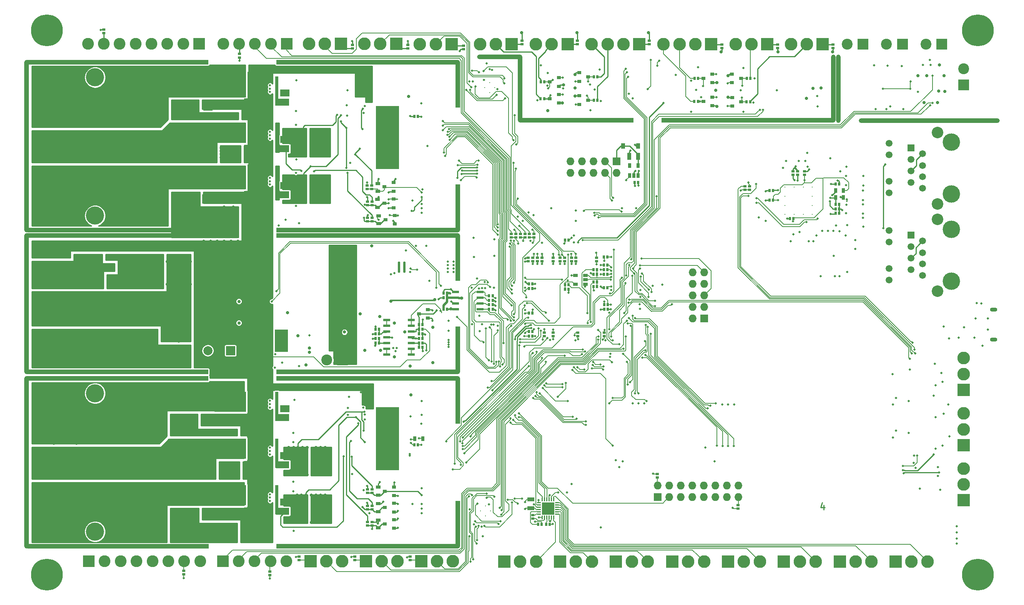
<source format=gbl>
G04 #@! TF.GenerationSoftware,KiCad,Pcbnew,(5.0.1-53-g1ecfe45ab)*
G04 #@! TF.CreationDate,2019-03-07T10:28:32+01:00*
G04 #@! TF.ProjectId,motordriver-2x,6d6f746f-7264-4726-9976-65722d32782e,Rev A*
G04 #@! TF.SameCoordinates,Original*
G04 #@! TF.FileFunction,Copper,L4,Bot*
G04 #@! TF.FilePolarity,Positive*
%FSLAX46Y46*%
G04 Gerber Fmt 4.6, Leading zero omitted, Abs format (unit mm)*
G04 Created by KiCad (PCBNEW (5.0.1-53-g1ecfe45ab)) date Thu 07 Mar 2019 10:28:32 AM CET*
%MOMM*%
%LPD*%
G01*
G04 APERTURE LIST*
G04 #@! TA.AperFunction,NonConductor*
%ADD10C,0.250000*%
G04 #@! TD*
G04 #@! TA.AperFunction,ViaPad*
%ADD11C,0.300000*%
G04 #@! TD*
G04 #@! TA.AperFunction,ComponentPad*
%ADD12C,0.500000*%
G04 #@! TD*
G04 #@! TA.AperFunction,SMDPad,CuDef*
%ADD13C,0.280000*%
G04 #@! TD*
G04 #@! TA.AperFunction,Conductor*
%ADD14C,0.050000*%
G04 #@! TD*
G04 #@! TA.AperFunction,SMDPad,CuDef*
%ADD15R,2.700000X2.700000*%
G04 #@! TD*
G04 #@! TA.AperFunction,ComponentPad*
%ADD16R,2.600000X2.600000*%
G04 #@! TD*
G04 #@! TA.AperFunction,ComponentPad*
%ADD17C,2.600000*%
G04 #@! TD*
G04 #@! TA.AperFunction,ComponentPad*
%ADD18C,2.800000*%
G04 #@! TD*
G04 #@! TA.AperFunction,ComponentPad*
%ADD19R,2.800000X2.800000*%
G04 #@! TD*
G04 #@! TA.AperFunction,Conductor*
%ADD20R,3.600000X4.000000*%
G04 #@! TD*
G04 #@! TA.AperFunction,ComponentPad*
%ADD21C,3.600000*%
G04 #@! TD*
G04 #@! TA.AperFunction,Conductor*
%ADD22R,4.000000X6.500000*%
G04 #@! TD*
G04 #@! TA.AperFunction,WasherPad*
%ADD23C,4.000000*%
G04 #@! TD*
G04 #@! TA.AperFunction,ComponentPad*
%ADD24C,4.000000*%
G04 #@! TD*
G04 #@! TA.AperFunction,ViaPad*
%ADD25C,0.800000*%
G04 #@! TD*
G04 #@! TA.AperFunction,Conductor*
%ADD26C,0.500000*%
G04 #@! TD*
G04 #@! TA.AperFunction,Conductor*
%ADD27C,0.250000*%
G04 #@! TD*
G04 #@! TA.AperFunction,ComponentPad*
%ADD28C,2.400000*%
G04 #@! TD*
G04 #@! TA.AperFunction,ComponentPad*
%ADD29R,2.400000X2.400000*%
G04 #@! TD*
G04 #@! TA.AperFunction,SMDPad,CuDef*
%ADD30R,0.650000X0.575000*%
G04 #@! TD*
G04 #@! TA.AperFunction,Conductor*
%ADD31R,38.000000X1.000000*%
G04 #@! TD*
G04 #@! TA.AperFunction,ViaPad*
%ADD32C,0.600000*%
G04 #@! TD*
G04 #@! TA.AperFunction,Conductor*
%ADD33C,1.000000*%
G04 #@! TD*
G04 #@! TA.AperFunction,Conductor*
%ADD34R,1.000000X14.000000*%
G04 #@! TD*
G04 #@! TA.AperFunction,Conductor*
%ADD35R,25.000000X1.000000*%
G04 #@! TD*
G04 #@! TA.AperFunction,Conductor*
%ADD36R,9.000000X1.000000*%
G04 #@! TD*
G04 #@! TA.AperFunction,ComponentPad*
%ADD37C,0.300000*%
G04 #@! TD*
G04 #@! TA.AperFunction,ViaPad*
%ADD38C,0.400000*%
G04 #@! TD*
G04 #@! TA.AperFunction,Conductor*
%ADD39R,30.000000X1.000000*%
G04 #@! TD*
G04 #@! TA.AperFunction,ComponentPad*
%ADD40R,1.520000X1.520000*%
G04 #@! TD*
G04 #@! TA.AperFunction,ComponentPad*
%ADD41C,1.520000*%
G04 #@! TD*
G04 #@! TA.AperFunction,ComponentPad*
%ADD42C,2.540000*%
G04 #@! TD*
G04 #@! TA.AperFunction,WasherPad*
%ADD43C,3.850000*%
G04 #@! TD*
G04 #@! TA.AperFunction,Conductor*
%ADD44R,40.000000X1.000000*%
G04 #@! TD*
G04 #@! TA.AperFunction,Conductor*
%ADD45R,1.000000X10.000000*%
G04 #@! TD*
G04 #@! TA.AperFunction,Conductor*
%ADD46R,1.000000X37.000000*%
G04 #@! TD*
G04 #@! TA.AperFunction,ViaPad*
%ADD47C,0.500000*%
G04 #@! TD*
G04 #@! TA.AperFunction,Conductor*
%ADD48R,2.950000X4.900000*%
G04 #@! TD*
G04 #@! TA.AperFunction,Conductor*
%ADD49R,1.000000X30.000000*%
G04 #@! TD*
G04 #@! TA.AperFunction,Conductor*
%ADD50R,7.000000X4.500000*%
G04 #@! TD*
G04 #@! TA.AperFunction,Conductor*
%ADD51R,6.000000X4.100000*%
G04 #@! TD*
G04 #@! TA.AperFunction,Conductor*
%ADD52R,4.500000X7.000000*%
G04 #@! TD*
G04 #@! TA.AperFunction,Conductor*
%ADD53R,2.000000X1.600000*%
G04 #@! TD*
G04 #@! TA.AperFunction,Conductor*
%ADD54R,3.000000X1.600000*%
G04 #@! TD*
G04 #@! TA.AperFunction,Conductor*
%ADD55R,0.750000X6.500000*%
G04 #@! TD*
G04 #@! TA.AperFunction,ComponentPad*
%ADD56R,1.727200X1.727200*%
G04 #@! TD*
G04 #@! TA.AperFunction,ComponentPad*
%ADD57O,1.727200X1.727200*%
G04 #@! TD*
G04 #@! TA.AperFunction,ComponentPad*
%ADD58C,7.000000*%
G04 #@! TD*
G04 #@! TA.AperFunction,SMDPad,CuDef*
%ADD59R,0.575000X0.650000*%
G04 #@! TD*
G04 #@! TA.AperFunction,ComponentPad*
%ADD60O,1.600000X0.900000*%
G04 #@! TD*
G04 #@! TA.AperFunction,SMDPad,CuDef*
%ADD61R,1.500000X0.970000*%
G04 #@! TD*
G04 #@! TA.AperFunction,SMDPad,CuDef*
%ADD62R,0.900000X1.200000*%
G04 #@! TD*
G04 #@! TA.AperFunction,Conductor*
%ADD63R,5.100000X14.000000*%
G04 #@! TD*
G04 #@! TA.AperFunction,SMDPad,CuDef*
%ADD64R,0.670000X1.000000*%
G04 #@! TD*
G04 #@! TA.AperFunction,SMDPad,CuDef*
%ADD65R,1.000000X0.670000*%
G04 #@! TD*
G04 #@! TA.AperFunction,SMDPad,CuDef*
%ADD66R,0.970000X1.500000*%
G04 #@! TD*
G04 #@! TA.AperFunction,ComponentPad*
%ADD67C,2.000000*%
G04 #@! TD*
G04 #@! TA.AperFunction,ComponentPad*
%ADD68R,2.000000X2.000000*%
G04 #@! TD*
G04 #@! TA.AperFunction,SMDPad,CuDef*
%ADD69R,1.500000X0.600000*%
G04 #@! TD*
G04 #@! TA.AperFunction,SMDPad,CuDef*
%ADD70R,1.550000X0.600000*%
G04 #@! TD*
G04 #@! TA.AperFunction,SMDPad,CuDef*
%ADD71R,0.900000X0.800000*%
G04 #@! TD*
G04 #@! TA.AperFunction,SMDPad,CuDef*
%ADD72R,1.060000X0.650000*%
G04 #@! TD*
G04 #@! TA.AperFunction,SMDPad,CuDef*
%ADD73R,0.650000X1.060000*%
G04 #@! TD*
G04 #@! TA.AperFunction,ViaPad*
%ADD74C,0.700000*%
G04 #@! TD*
G04 #@! TA.AperFunction,Conductor*
%ADD75C,0.154000*%
G04 #@! TD*
G04 #@! TA.AperFunction,Conductor*
%ADD76C,0.250000*%
G04 #@! TD*
G04 #@! TA.AperFunction,Conductor*
%ADD77C,0.500000*%
G04 #@! TD*
G04 #@! TA.AperFunction,Conductor*
%ADD78C,0.350000*%
G04 #@! TD*
G04 #@! TA.AperFunction,Conductor*
%ADD79C,0.254000*%
G04 #@! TD*
%ADD80C,0.254000*%
G04 APERTURE END LIST*
D10*
X222108926Y-133678571D02*
X222108926Y-134678571D01*
X221751783Y-133107142D02*
X221394640Y-134178571D01*
X222323212Y-134178571D01*
D11*
G04 #@! TO.N,GND*
G04 #@! TO.C,U30*
X219550000Y-63600000D03*
X219550000Y-65600000D03*
X219550000Y-67600000D03*
X219550000Y-69600000D03*
X217550000Y-69600000D03*
X215550000Y-69600000D03*
X213550000Y-69600000D03*
X213550000Y-67600000D03*
X213550000Y-65600000D03*
X213550000Y-63600000D03*
X215550000Y-63600000D03*
X217550000Y-63600000D03*
G04 #@! TD*
D12*
G04 #@! TO.P,U21,25*
G04 #@! TO.N,GND*
X160324247Y-134388323D03*
X161324247Y-133388323D03*
X161324247Y-134388323D03*
X162324247Y-134388323D03*
X161324247Y-135388323D03*
D13*
G04 #@! TO.P,U21,1*
G04 #@! TO.N,Net-(C53-Pad1)*
X159634247Y-135638323D03*
D14*
G04 #@! TD*
G04 #@! TO.N,Net-(C53-Pad1)*
G04 #@! TO.C,U21*
G36*
X159634247Y-135498323D02*
X159634247Y-135498492D01*
X159641116Y-135498492D01*
X159654789Y-135499838D01*
X159668264Y-135502519D01*
X159681412Y-135506507D01*
X159694105Y-135511764D01*
X159706221Y-135518241D01*
X159717645Y-135525874D01*
X159728265Y-135534590D01*
X159737980Y-135544305D01*
X159746696Y-135554925D01*
X159754329Y-135566349D01*
X159760806Y-135578465D01*
X159766063Y-135591158D01*
X159770051Y-135604306D01*
X159772732Y-135617781D01*
X159774078Y-135631454D01*
X159774078Y-135645192D01*
X159772732Y-135658865D01*
X159770051Y-135672340D01*
X159766063Y-135685488D01*
X159760806Y-135698181D01*
X159754329Y-135710297D01*
X159746696Y-135721721D01*
X159737980Y-135732341D01*
X159728265Y-135742056D01*
X159717645Y-135750772D01*
X159706221Y-135758405D01*
X159694105Y-135764882D01*
X159681412Y-135770139D01*
X159668264Y-135774127D01*
X159654789Y-135776808D01*
X159641116Y-135778154D01*
X159634247Y-135778154D01*
X159634247Y-135778323D01*
X158924247Y-135778323D01*
X158924247Y-135498323D01*
X159634247Y-135498323D01*
X159634247Y-135498323D01*
G37*
D13*
G04 #@! TO.P,U21,2*
G04 #@! TO.N,Net-(C56-Pad2)*
X159634247Y-135138323D03*
D14*
G04 #@! TD*
G04 #@! TO.N,Net-(C56-Pad2)*
G04 #@! TO.C,U21*
G36*
X159634247Y-134998323D02*
X159634247Y-134998492D01*
X159641116Y-134998492D01*
X159654789Y-134999838D01*
X159668264Y-135002519D01*
X159681412Y-135006507D01*
X159694105Y-135011764D01*
X159706221Y-135018241D01*
X159717645Y-135025874D01*
X159728265Y-135034590D01*
X159737980Y-135044305D01*
X159746696Y-135054925D01*
X159754329Y-135066349D01*
X159760806Y-135078465D01*
X159766063Y-135091158D01*
X159770051Y-135104306D01*
X159772732Y-135117781D01*
X159774078Y-135131454D01*
X159774078Y-135145192D01*
X159772732Y-135158865D01*
X159770051Y-135172340D01*
X159766063Y-135185488D01*
X159760806Y-135198181D01*
X159754329Y-135210297D01*
X159746696Y-135221721D01*
X159737980Y-135232341D01*
X159728265Y-135242056D01*
X159717645Y-135250772D01*
X159706221Y-135258405D01*
X159694105Y-135264882D01*
X159681412Y-135270139D01*
X159668264Y-135274127D01*
X159654789Y-135276808D01*
X159641116Y-135278154D01*
X159634247Y-135278154D01*
X159634247Y-135278323D01*
X158924247Y-135278323D01*
X158924247Y-134998323D01*
X159634247Y-134998323D01*
X159634247Y-134998323D01*
G37*
D13*
G04 #@! TO.P,U21,3*
G04 #@! TO.N,VDD_3V3*
X159634247Y-134638323D03*
D14*
G04 #@! TD*
G04 #@! TO.N,VDD_3V3*
G04 #@! TO.C,U21*
G36*
X159634247Y-134498323D02*
X159634247Y-134498492D01*
X159641116Y-134498492D01*
X159654789Y-134499838D01*
X159668264Y-134502519D01*
X159681412Y-134506507D01*
X159694105Y-134511764D01*
X159706221Y-134518241D01*
X159717645Y-134525874D01*
X159728265Y-134534590D01*
X159737980Y-134544305D01*
X159746696Y-134554925D01*
X159754329Y-134566349D01*
X159760806Y-134578465D01*
X159766063Y-134591158D01*
X159770051Y-134604306D01*
X159772732Y-134617781D01*
X159774078Y-134631454D01*
X159774078Y-134645192D01*
X159772732Y-134658865D01*
X159770051Y-134672340D01*
X159766063Y-134685488D01*
X159760806Y-134698181D01*
X159754329Y-134710297D01*
X159746696Y-134721721D01*
X159737980Y-134732341D01*
X159728265Y-134742056D01*
X159717645Y-134750772D01*
X159706221Y-134758405D01*
X159694105Y-134764882D01*
X159681412Y-134770139D01*
X159668264Y-134774127D01*
X159654789Y-134776808D01*
X159641116Y-134778154D01*
X159634247Y-134778154D01*
X159634247Y-134778323D01*
X158924247Y-134778323D01*
X158924247Y-134498323D01*
X159634247Y-134498323D01*
X159634247Y-134498323D01*
G37*
D13*
G04 #@! TO.P,U21,4*
G04 #@! TO.N,GND*
X159634247Y-134138323D03*
D14*
G04 #@! TD*
G04 #@! TO.N,GND*
G04 #@! TO.C,U21*
G36*
X159634247Y-133998323D02*
X159634247Y-133998492D01*
X159641116Y-133998492D01*
X159654789Y-133999838D01*
X159668264Y-134002519D01*
X159681412Y-134006507D01*
X159694105Y-134011764D01*
X159706221Y-134018241D01*
X159717645Y-134025874D01*
X159728265Y-134034590D01*
X159737980Y-134044305D01*
X159746696Y-134054925D01*
X159754329Y-134066349D01*
X159760806Y-134078465D01*
X159766063Y-134091158D01*
X159770051Y-134104306D01*
X159772732Y-134117781D01*
X159774078Y-134131454D01*
X159774078Y-134145192D01*
X159772732Y-134158865D01*
X159770051Y-134172340D01*
X159766063Y-134185488D01*
X159760806Y-134198181D01*
X159754329Y-134210297D01*
X159746696Y-134221721D01*
X159737980Y-134232341D01*
X159728265Y-134242056D01*
X159717645Y-134250772D01*
X159706221Y-134258405D01*
X159694105Y-134264882D01*
X159681412Y-134270139D01*
X159668264Y-134274127D01*
X159654789Y-134276808D01*
X159641116Y-134278154D01*
X159634247Y-134278154D01*
X159634247Y-134278323D01*
X158924247Y-134278323D01*
X158924247Y-133998323D01*
X159634247Y-133998323D01*
X159634247Y-133998323D01*
G37*
D13*
G04 #@! TO.P,U21,5*
G04 #@! TO.N,BLED_EN*
X159634247Y-133638323D03*
D14*
G04 #@! TD*
G04 #@! TO.N,BLED_EN*
G04 #@! TO.C,U21*
G36*
X159634247Y-133498323D02*
X159634247Y-133498492D01*
X159641116Y-133498492D01*
X159654789Y-133499838D01*
X159668264Y-133502519D01*
X159681412Y-133506507D01*
X159694105Y-133511764D01*
X159706221Y-133518241D01*
X159717645Y-133525874D01*
X159728265Y-133534590D01*
X159737980Y-133544305D01*
X159746696Y-133554925D01*
X159754329Y-133566349D01*
X159760806Y-133578465D01*
X159766063Y-133591158D01*
X159770051Y-133604306D01*
X159772732Y-133617781D01*
X159774078Y-133631454D01*
X159774078Y-133645192D01*
X159772732Y-133658865D01*
X159770051Y-133672340D01*
X159766063Y-133685488D01*
X159760806Y-133698181D01*
X159754329Y-133710297D01*
X159746696Y-133721721D01*
X159737980Y-133732341D01*
X159728265Y-133742056D01*
X159717645Y-133750772D01*
X159706221Y-133758405D01*
X159694105Y-133764882D01*
X159681412Y-133770139D01*
X159668264Y-133774127D01*
X159654789Y-133776808D01*
X159641116Y-133778154D01*
X159634247Y-133778154D01*
X159634247Y-133778323D01*
X158924247Y-133778323D01*
X158924247Y-133498323D01*
X159634247Y-133498323D01*
X159634247Y-133498323D01*
G37*
D13*
G04 #@! TO.P,U21,6*
G04 #@! TO.N,GND*
X159634247Y-133138323D03*
D14*
G04 #@! TD*
G04 #@! TO.N,GND*
G04 #@! TO.C,U21*
G36*
X159634247Y-132998323D02*
X159634247Y-132998492D01*
X159641116Y-132998492D01*
X159654789Y-132999838D01*
X159668264Y-133002519D01*
X159681412Y-133006507D01*
X159694105Y-133011764D01*
X159706221Y-133018241D01*
X159717645Y-133025874D01*
X159728265Y-133034590D01*
X159737980Y-133044305D01*
X159746696Y-133054925D01*
X159754329Y-133066349D01*
X159760806Y-133078465D01*
X159766063Y-133091158D01*
X159770051Y-133104306D01*
X159772732Y-133117781D01*
X159774078Y-133131454D01*
X159774078Y-133145192D01*
X159772732Y-133158865D01*
X159770051Y-133172340D01*
X159766063Y-133185488D01*
X159760806Y-133198181D01*
X159754329Y-133210297D01*
X159746696Y-133221721D01*
X159737980Y-133232341D01*
X159728265Y-133242056D01*
X159717645Y-133250772D01*
X159706221Y-133258405D01*
X159694105Y-133264882D01*
X159681412Y-133270139D01*
X159668264Y-133274127D01*
X159654789Y-133276808D01*
X159641116Y-133278154D01*
X159634247Y-133278154D01*
X159634247Y-133278323D01*
X158924247Y-133278323D01*
X158924247Y-132998323D01*
X159634247Y-132998323D01*
X159634247Y-132998323D01*
G37*
D13*
G04 #@! TO.P,U21,7*
G04 #@! TO.N,BLED_INT*
X160074247Y-132698323D03*
D14*
G04 #@! TD*
G04 #@! TO.N,BLED_INT*
G04 #@! TO.C,U21*
G36*
X160214247Y-132698323D02*
X160214078Y-132698323D01*
X160214078Y-132705192D01*
X160212732Y-132718865D01*
X160210051Y-132732340D01*
X160206063Y-132745488D01*
X160200806Y-132758181D01*
X160194329Y-132770297D01*
X160186696Y-132781721D01*
X160177980Y-132792341D01*
X160168265Y-132802056D01*
X160157645Y-132810772D01*
X160146221Y-132818405D01*
X160134105Y-132824882D01*
X160121412Y-132830139D01*
X160108264Y-132834127D01*
X160094789Y-132836808D01*
X160081116Y-132838154D01*
X160067378Y-132838154D01*
X160053705Y-132836808D01*
X160040230Y-132834127D01*
X160027082Y-132830139D01*
X160014389Y-132824882D01*
X160002273Y-132818405D01*
X159990849Y-132810772D01*
X159980229Y-132802056D01*
X159970514Y-132792341D01*
X159961798Y-132781721D01*
X159954165Y-132770297D01*
X159947688Y-132758181D01*
X159942431Y-132745488D01*
X159938443Y-132732340D01*
X159935762Y-132718865D01*
X159934416Y-132705192D01*
X159934416Y-132698323D01*
X159934247Y-132698323D01*
X159934247Y-131988323D01*
X160214247Y-131988323D01*
X160214247Y-132698323D01*
X160214247Y-132698323D01*
G37*
D13*
G04 #@! TO.P,U21,8*
G04 #@! TO.N,AP_SDA1*
X160574247Y-132698323D03*
D14*
G04 #@! TD*
G04 #@! TO.N,AP_SDA1*
G04 #@! TO.C,U21*
G36*
X160714247Y-132698323D02*
X160714078Y-132698323D01*
X160714078Y-132705192D01*
X160712732Y-132718865D01*
X160710051Y-132732340D01*
X160706063Y-132745488D01*
X160700806Y-132758181D01*
X160694329Y-132770297D01*
X160686696Y-132781721D01*
X160677980Y-132792341D01*
X160668265Y-132802056D01*
X160657645Y-132810772D01*
X160646221Y-132818405D01*
X160634105Y-132824882D01*
X160621412Y-132830139D01*
X160608264Y-132834127D01*
X160594789Y-132836808D01*
X160581116Y-132838154D01*
X160567378Y-132838154D01*
X160553705Y-132836808D01*
X160540230Y-132834127D01*
X160527082Y-132830139D01*
X160514389Y-132824882D01*
X160502273Y-132818405D01*
X160490849Y-132810772D01*
X160480229Y-132802056D01*
X160470514Y-132792341D01*
X160461798Y-132781721D01*
X160454165Y-132770297D01*
X160447688Y-132758181D01*
X160442431Y-132745488D01*
X160438443Y-132732340D01*
X160435762Y-132718865D01*
X160434416Y-132705192D01*
X160434416Y-132698323D01*
X160434247Y-132698323D01*
X160434247Y-131988323D01*
X160714247Y-131988323D01*
X160714247Y-132698323D01*
X160714247Y-132698323D01*
G37*
D13*
G04 #@! TO.P,U21,9*
G04 #@! TO.N,AP_SCL1*
X161074247Y-132698323D03*
D14*
G04 #@! TD*
G04 #@! TO.N,AP_SCL1*
G04 #@! TO.C,U21*
G36*
X161214247Y-132698323D02*
X161214078Y-132698323D01*
X161214078Y-132705192D01*
X161212732Y-132718865D01*
X161210051Y-132732340D01*
X161206063Y-132745488D01*
X161200806Y-132758181D01*
X161194329Y-132770297D01*
X161186696Y-132781721D01*
X161177980Y-132792341D01*
X161168265Y-132802056D01*
X161157645Y-132810772D01*
X161146221Y-132818405D01*
X161134105Y-132824882D01*
X161121412Y-132830139D01*
X161108264Y-132834127D01*
X161094789Y-132836808D01*
X161081116Y-132838154D01*
X161067378Y-132838154D01*
X161053705Y-132836808D01*
X161040230Y-132834127D01*
X161027082Y-132830139D01*
X161014389Y-132824882D01*
X161002273Y-132818405D01*
X160990849Y-132810772D01*
X160980229Y-132802056D01*
X160970514Y-132792341D01*
X160961798Y-132781721D01*
X160954165Y-132770297D01*
X160947688Y-132758181D01*
X160942431Y-132745488D01*
X160938443Y-132732340D01*
X160935762Y-132718865D01*
X160934416Y-132705192D01*
X160934416Y-132698323D01*
X160934247Y-132698323D01*
X160934247Y-131988323D01*
X161214247Y-131988323D01*
X161214247Y-132698323D01*
X161214247Y-132698323D01*
G37*
D13*
G04 #@! TO.P,U21,10*
G04 #@! TO.N,GND*
X161574247Y-132698323D03*
D14*
G04 #@! TD*
G04 #@! TO.N,GND*
G04 #@! TO.C,U21*
G36*
X161714247Y-132698323D02*
X161714078Y-132698323D01*
X161714078Y-132705192D01*
X161712732Y-132718865D01*
X161710051Y-132732340D01*
X161706063Y-132745488D01*
X161700806Y-132758181D01*
X161694329Y-132770297D01*
X161686696Y-132781721D01*
X161677980Y-132792341D01*
X161668265Y-132802056D01*
X161657645Y-132810772D01*
X161646221Y-132818405D01*
X161634105Y-132824882D01*
X161621412Y-132830139D01*
X161608264Y-132834127D01*
X161594789Y-132836808D01*
X161581116Y-132838154D01*
X161567378Y-132838154D01*
X161553705Y-132836808D01*
X161540230Y-132834127D01*
X161527082Y-132830139D01*
X161514389Y-132824882D01*
X161502273Y-132818405D01*
X161490849Y-132810772D01*
X161480229Y-132802056D01*
X161470514Y-132792341D01*
X161461798Y-132781721D01*
X161454165Y-132770297D01*
X161447688Y-132758181D01*
X161442431Y-132745488D01*
X161438443Y-132732340D01*
X161435762Y-132718865D01*
X161434416Y-132705192D01*
X161434416Y-132698323D01*
X161434247Y-132698323D01*
X161434247Y-131988323D01*
X161714247Y-131988323D01*
X161714247Y-132698323D01*
X161714247Y-132698323D01*
G37*
D13*
G04 #@! TO.P,U21,11*
G04 #@! TO.N,Net-(TP66-Pad1)*
X162074247Y-132698323D03*
D14*
G04 #@! TD*
G04 #@! TO.N,Net-(TP66-Pad1)*
G04 #@! TO.C,U21*
G36*
X162214247Y-132698323D02*
X162214078Y-132698323D01*
X162214078Y-132705192D01*
X162212732Y-132718865D01*
X162210051Y-132732340D01*
X162206063Y-132745488D01*
X162200806Y-132758181D01*
X162194329Y-132770297D01*
X162186696Y-132781721D01*
X162177980Y-132792341D01*
X162168265Y-132802056D01*
X162157645Y-132810772D01*
X162146221Y-132818405D01*
X162134105Y-132824882D01*
X162121412Y-132830139D01*
X162108264Y-132834127D01*
X162094789Y-132836808D01*
X162081116Y-132838154D01*
X162067378Y-132838154D01*
X162053705Y-132836808D01*
X162040230Y-132834127D01*
X162027082Y-132830139D01*
X162014389Y-132824882D01*
X162002273Y-132818405D01*
X161990849Y-132810772D01*
X161980229Y-132802056D01*
X161970514Y-132792341D01*
X161961798Y-132781721D01*
X161954165Y-132770297D01*
X161947688Y-132758181D01*
X161942431Y-132745488D01*
X161938443Y-132732340D01*
X161935762Y-132718865D01*
X161934416Y-132705192D01*
X161934416Y-132698323D01*
X161934247Y-132698323D01*
X161934247Y-131988323D01*
X162214247Y-131988323D01*
X162214247Y-132698323D01*
X162214247Y-132698323D01*
G37*
D13*
G04 #@! TO.P,U21,12*
G04 #@! TO.N,LED_OUT8*
X162574247Y-132698323D03*
D14*
G04 #@! TD*
G04 #@! TO.N,LED_OUT8*
G04 #@! TO.C,U21*
G36*
X162714247Y-132698323D02*
X162714078Y-132698323D01*
X162714078Y-132705192D01*
X162712732Y-132718865D01*
X162710051Y-132732340D01*
X162706063Y-132745488D01*
X162700806Y-132758181D01*
X162694329Y-132770297D01*
X162686696Y-132781721D01*
X162677980Y-132792341D01*
X162668265Y-132802056D01*
X162657645Y-132810772D01*
X162646221Y-132818405D01*
X162634105Y-132824882D01*
X162621412Y-132830139D01*
X162608264Y-132834127D01*
X162594789Y-132836808D01*
X162581116Y-132838154D01*
X162567378Y-132838154D01*
X162553705Y-132836808D01*
X162540230Y-132834127D01*
X162527082Y-132830139D01*
X162514389Y-132824882D01*
X162502273Y-132818405D01*
X162490849Y-132810772D01*
X162480229Y-132802056D01*
X162470514Y-132792341D01*
X162461798Y-132781721D01*
X162454165Y-132770297D01*
X162447688Y-132758181D01*
X162442431Y-132745488D01*
X162438443Y-132732340D01*
X162435762Y-132718865D01*
X162434416Y-132705192D01*
X162434416Y-132698323D01*
X162434247Y-132698323D01*
X162434247Y-131988323D01*
X162714247Y-131988323D01*
X162714247Y-132698323D01*
X162714247Y-132698323D01*
G37*
D13*
G04 #@! TO.P,U21,13*
G04 #@! TO.N,LED_OUT7*
X163014247Y-133138323D03*
D14*
G04 #@! TD*
G04 #@! TO.N,LED_OUT7*
G04 #@! TO.C,U21*
G36*
X163014247Y-133278323D02*
X163014247Y-133278154D01*
X163007378Y-133278154D01*
X162993705Y-133276808D01*
X162980230Y-133274127D01*
X162967082Y-133270139D01*
X162954389Y-133264882D01*
X162942273Y-133258405D01*
X162930849Y-133250772D01*
X162920229Y-133242056D01*
X162910514Y-133232341D01*
X162901798Y-133221721D01*
X162894165Y-133210297D01*
X162887688Y-133198181D01*
X162882431Y-133185488D01*
X162878443Y-133172340D01*
X162875762Y-133158865D01*
X162874416Y-133145192D01*
X162874416Y-133131454D01*
X162875762Y-133117781D01*
X162878443Y-133104306D01*
X162882431Y-133091158D01*
X162887688Y-133078465D01*
X162894165Y-133066349D01*
X162901798Y-133054925D01*
X162910514Y-133044305D01*
X162920229Y-133034590D01*
X162930849Y-133025874D01*
X162942273Y-133018241D01*
X162954389Y-133011764D01*
X162967082Y-133006507D01*
X162980230Y-133002519D01*
X162993705Y-132999838D01*
X163007378Y-132998492D01*
X163014247Y-132998492D01*
X163014247Y-132998323D01*
X163724247Y-132998323D01*
X163724247Y-133278323D01*
X163014247Y-133278323D01*
X163014247Y-133278323D01*
G37*
D13*
G04 #@! TO.P,U21,14*
G04 #@! TO.N,LED_OUT6*
X163014247Y-133638323D03*
D14*
G04 #@! TD*
G04 #@! TO.N,LED_OUT6*
G04 #@! TO.C,U21*
G36*
X163014247Y-133778323D02*
X163014247Y-133778154D01*
X163007378Y-133778154D01*
X162993705Y-133776808D01*
X162980230Y-133774127D01*
X162967082Y-133770139D01*
X162954389Y-133764882D01*
X162942273Y-133758405D01*
X162930849Y-133750772D01*
X162920229Y-133742056D01*
X162910514Y-133732341D01*
X162901798Y-133721721D01*
X162894165Y-133710297D01*
X162887688Y-133698181D01*
X162882431Y-133685488D01*
X162878443Y-133672340D01*
X162875762Y-133658865D01*
X162874416Y-133645192D01*
X162874416Y-133631454D01*
X162875762Y-133617781D01*
X162878443Y-133604306D01*
X162882431Y-133591158D01*
X162887688Y-133578465D01*
X162894165Y-133566349D01*
X162901798Y-133554925D01*
X162910514Y-133544305D01*
X162920229Y-133534590D01*
X162930849Y-133525874D01*
X162942273Y-133518241D01*
X162954389Y-133511764D01*
X162967082Y-133506507D01*
X162980230Y-133502519D01*
X162993705Y-133499838D01*
X163007378Y-133498492D01*
X163014247Y-133498492D01*
X163014247Y-133498323D01*
X163724247Y-133498323D01*
X163724247Y-133778323D01*
X163014247Y-133778323D01*
X163014247Y-133778323D01*
G37*
D13*
G04 #@! TO.P,U21,15*
G04 #@! TO.N,LED_OUT5*
X163014247Y-134138323D03*
D14*
G04 #@! TD*
G04 #@! TO.N,LED_OUT5*
G04 #@! TO.C,U21*
G36*
X163014247Y-134278323D02*
X163014247Y-134278154D01*
X163007378Y-134278154D01*
X162993705Y-134276808D01*
X162980230Y-134274127D01*
X162967082Y-134270139D01*
X162954389Y-134264882D01*
X162942273Y-134258405D01*
X162930849Y-134250772D01*
X162920229Y-134242056D01*
X162910514Y-134232341D01*
X162901798Y-134221721D01*
X162894165Y-134210297D01*
X162887688Y-134198181D01*
X162882431Y-134185488D01*
X162878443Y-134172340D01*
X162875762Y-134158865D01*
X162874416Y-134145192D01*
X162874416Y-134131454D01*
X162875762Y-134117781D01*
X162878443Y-134104306D01*
X162882431Y-134091158D01*
X162887688Y-134078465D01*
X162894165Y-134066349D01*
X162901798Y-134054925D01*
X162910514Y-134044305D01*
X162920229Y-134034590D01*
X162930849Y-134025874D01*
X162942273Y-134018241D01*
X162954389Y-134011764D01*
X162967082Y-134006507D01*
X162980230Y-134002519D01*
X162993705Y-133999838D01*
X163007378Y-133998492D01*
X163014247Y-133998492D01*
X163014247Y-133998323D01*
X163724247Y-133998323D01*
X163724247Y-134278323D01*
X163014247Y-134278323D01*
X163014247Y-134278323D01*
G37*
D13*
G04 #@! TO.P,U21,16*
G04 #@! TO.N,LED_OUT4*
X163014247Y-134638323D03*
D14*
G04 #@! TD*
G04 #@! TO.N,LED_OUT4*
G04 #@! TO.C,U21*
G36*
X163014247Y-134778323D02*
X163014247Y-134778154D01*
X163007378Y-134778154D01*
X162993705Y-134776808D01*
X162980230Y-134774127D01*
X162967082Y-134770139D01*
X162954389Y-134764882D01*
X162942273Y-134758405D01*
X162930849Y-134750772D01*
X162920229Y-134742056D01*
X162910514Y-134732341D01*
X162901798Y-134721721D01*
X162894165Y-134710297D01*
X162887688Y-134698181D01*
X162882431Y-134685488D01*
X162878443Y-134672340D01*
X162875762Y-134658865D01*
X162874416Y-134645192D01*
X162874416Y-134631454D01*
X162875762Y-134617781D01*
X162878443Y-134604306D01*
X162882431Y-134591158D01*
X162887688Y-134578465D01*
X162894165Y-134566349D01*
X162901798Y-134554925D01*
X162910514Y-134544305D01*
X162920229Y-134534590D01*
X162930849Y-134525874D01*
X162942273Y-134518241D01*
X162954389Y-134511764D01*
X162967082Y-134506507D01*
X162980230Y-134502519D01*
X162993705Y-134499838D01*
X163007378Y-134498492D01*
X163014247Y-134498492D01*
X163014247Y-134498323D01*
X163724247Y-134498323D01*
X163724247Y-134778323D01*
X163014247Y-134778323D01*
X163014247Y-134778323D01*
G37*
D13*
G04 #@! TO.P,U21,17*
G04 #@! TO.N,LED_OUT3*
X163014247Y-135138323D03*
D14*
G04 #@! TD*
G04 #@! TO.N,LED_OUT3*
G04 #@! TO.C,U21*
G36*
X163014247Y-135278323D02*
X163014247Y-135278154D01*
X163007378Y-135278154D01*
X162993705Y-135276808D01*
X162980230Y-135274127D01*
X162967082Y-135270139D01*
X162954389Y-135264882D01*
X162942273Y-135258405D01*
X162930849Y-135250772D01*
X162920229Y-135242056D01*
X162910514Y-135232341D01*
X162901798Y-135221721D01*
X162894165Y-135210297D01*
X162887688Y-135198181D01*
X162882431Y-135185488D01*
X162878443Y-135172340D01*
X162875762Y-135158865D01*
X162874416Y-135145192D01*
X162874416Y-135131454D01*
X162875762Y-135117781D01*
X162878443Y-135104306D01*
X162882431Y-135091158D01*
X162887688Y-135078465D01*
X162894165Y-135066349D01*
X162901798Y-135054925D01*
X162910514Y-135044305D01*
X162920229Y-135034590D01*
X162930849Y-135025874D01*
X162942273Y-135018241D01*
X162954389Y-135011764D01*
X162967082Y-135006507D01*
X162980230Y-135002519D01*
X162993705Y-134999838D01*
X163007378Y-134998492D01*
X163014247Y-134998492D01*
X163014247Y-134998323D01*
X163724247Y-134998323D01*
X163724247Y-135278323D01*
X163014247Y-135278323D01*
X163014247Y-135278323D01*
G37*
D13*
G04 #@! TO.P,U21,18*
G04 #@! TO.N,LED_OUT2*
X163014247Y-135638323D03*
D14*
G04 #@! TD*
G04 #@! TO.N,LED_OUT2*
G04 #@! TO.C,U21*
G36*
X163014247Y-135778323D02*
X163014247Y-135778154D01*
X163007378Y-135778154D01*
X162993705Y-135776808D01*
X162980230Y-135774127D01*
X162967082Y-135770139D01*
X162954389Y-135764882D01*
X162942273Y-135758405D01*
X162930849Y-135750772D01*
X162920229Y-135742056D01*
X162910514Y-135732341D01*
X162901798Y-135721721D01*
X162894165Y-135710297D01*
X162887688Y-135698181D01*
X162882431Y-135685488D01*
X162878443Y-135672340D01*
X162875762Y-135658865D01*
X162874416Y-135645192D01*
X162874416Y-135631454D01*
X162875762Y-135617781D01*
X162878443Y-135604306D01*
X162882431Y-135591158D01*
X162887688Y-135578465D01*
X162894165Y-135566349D01*
X162901798Y-135554925D01*
X162910514Y-135544305D01*
X162920229Y-135534590D01*
X162930849Y-135525874D01*
X162942273Y-135518241D01*
X162954389Y-135511764D01*
X162967082Y-135506507D01*
X162980230Y-135502519D01*
X162993705Y-135499838D01*
X163007378Y-135498492D01*
X163014247Y-135498492D01*
X163014247Y-135498323D01*
X163724247Y-135498323D01*
X163724247Y-135778323D01*
X163014247Y-135778323D01*
X163014247Y-135778323D01*
G37*
D13*
G04 #@! TO.P,U21,19*
G04 #@! TO.N,LED_OUT1*
X162574247Y-136078323D03*
D14*
G04 #@! TD*
G04 #@! TO.N,LED_OUT1*
G04 #@! TO.C,U21*
G36*
X162434247Y-136078323D02*
X162434416Y-136078323D01*
X162434416Y-136071454D01*
X162435762Y-136057781D01*
X162438443Y-136044306D01*
X162442431Y-136031158D01*
X162447688Y-136018465D01*
X162454165Y-136006349D01*
X162461798Y-135994925D01*
X162470514Y-135984305D01*
X162480229Y-135974590D01*
X162490849Y-135965874D01*
X162502273Y-135958241D01*
X162514389Y-135951764D01*
X162527082Y-135946507D01*
X162540230Y-135942519D01*
X162553705Y-135939838D01*
X162567378Y-135938492D01*
X162581116Y-135938492D01*
X162594789Y-135939838D01*
X162608264Y-135942519D01*
X162621412Y-135946507D01*
X162634105Y-135951764D01*
X162646221Y-135958241D01*
X162657645Y-135965874D01*
X162668265Y-135974590D01*
X162677980Y-135984305D01*
X162686696Y-135994925D01*
X162694329Y-136006349D01*
X162700806Y-136018465D01*
X162706063Y-136031158D01*
X162710051Y-136044306D01*
X162712732Y-136057781D01*
X162714078Y-136071454D01*
X162714078Y-136078323D01*
X162714247Y-136078323D01*
X162714247Y-136788323D01*
X162434247Y-136788323D01*
X162434247Y-136078323D01*
X162434247Y-136078323D01*
G37*
D13*
G04 #@! TO.P,U21,20*
G04 #@! TO.N,GND*
X162074247Y-136078323D03*
D14*
G04 #@! TD*
G04 #@! TO.N,GND*
G04 #@! TO.C,U21*
G36*
X161934247Y-136078323D02*
X161934416Y-136078323D01*
X161934416Y-136071454D01*
X161935762Y-136057781D01*
X161938443Y-136044306D01*
X161942431Y-136031158D01*
X161947688Y-136018465D01*
X161954165Y-136006349D01*
X161961798Y-135994925D01*
X161970514Y-135984305D01*
X161980229Y-135974590D01*
X161990849Y-135965874D01*
X162002273Y-135958241D01*
X162014389Y-135951764D01*
X162027082Y-135946507D01*
X162040230Y-135942519D01*
X162053705Y-135939838D01*
X162067378Y-135938492D01*
X162081116Y-135938492D01*
X162094789Y-135939838D01*
X162108264Y-135942519D01*
X162121412Y-135946507D01*
X162134105Y-135951764D01*
X162146221Y-135958241D01*
X162157645Y-135965874D01*
X162168265Y-135974590D01*
X162177980Y-135984305D01*
X162186696Y-135994925D01*
X162194329Y-136006349D01*
X162200806Y-136018465D01*
X162206063Y-136031158D01*
X162210051Y-136044306D01*
X162212732Y-136057781D01*
X162214078Y-136071454D01*
X162214078Y-136078323D01*
X162214247Y-136078323D01*
X162214247Y-136788323D01*
X161934247Y-136788323D01*
X161934247Y-136078323D01*
X161934247Y-136078323D01*
G37*
D13*
G04 #@! TO.P,U21,21*
G04 #@! TO.N,GND*
X161574247Y-136078323D03*
D14*
G04 #@! TD*
G04 #@! TO.N,GND*
G04 #@! TO.C,U21*
G36*
X161434247Y-136078323D02*
X161434416Y-136078323D01*
X161434416Y-136071454D01*
X161435762Y-136057781D01*
X161438443Y-136044306D01*
X161442431Y-136031158D01*
X161447688Y-136018465D01*
X161454165Y-136006349D01*
X161461798Y-135994925D01*
X161470514Y-135984305D01*
X161480229Y-135974590D01*
X161490849Y-135965874D01*
X161502273Y-135958241D01*
X161514389Y-135951764D01*
X161527082Y-135946507D01*
X161540230Y-135942519D01*
X161553705Y-135939838D01*
X161567378Y-135938492D01*
X161581116Y-135938492D01*
X161594789Y-135939838D01*
X161608264Y-135942519D01*
X161621412Y-135946507D01*
X161634105Y-135951764D01*
X161646221Y-135958241D01*
X161657645Y-135965874D01*
X161668265Y-135974590D01*
X161677980Y-135984305D01*
X161686696Y-135994925D01*
X161694329Y-136006349D01*
X161700806Y-136018465D01*
X161706063Y-136031158D01*
X161710051Y-136044306D01*
X161712732Y-136057781D01*
X161714078Y-136071454D01*
X161714078Y-136078323D01*
X161714247Y-136078323D01*
X161714247Y-136788323D01*
X161434247Y-136788323D01*
X161434247Y-136078323D01*
X161434247Y-136078323D01*
G37*
D13*
G04 #@! TO.P,U21,22*
G04 #@! TO.N,Net-(C57-Pad1)*
X161074247Y-136078323D03*
D14*
G04 #@! TD*
G04 #@! TO.N,Net-(C57-Pad1)*
G04 #@! TO.C,U21*
G36*
X160934247Y-136078323D02*
X160934416Y-136078323D01*
X160934416Y-136071454D01*
X160935762Y-136057781D01*
X160938443Y-136044306D01*
X160942431Y-136031158D01*
X160947688Y-136018465D01*
X160954165Y-136006349D01*
X160961798Y-135994925D01*
X160970514Y-135984305D01*
X160980229Y-135974590D01*
X160990849Y-135965874D01*
X161002273Y-135958241D01*
X161014389Y-135951764D01*
X161027082Y-135946507D01*
X161040230Y-135942519D01*
X161053705Y-135939838D01*
X161067378Y-135938492D01*
X161081116Y-135938492D01*
X161094789Y-135939838D01*
X161108264Y-135942519D01*
X161121412Y-135946507D01*
X161134105Y-135951764D01*
X161146221Y-135958241D01*
X161157645Y-135965874D01*
X161168265Y-135974590D01*
X161177980Y-135984305D01*
X161186696Y-135994925D01*
X161194329Y-136006349D01*
X161200806Y-136018465D01*
X161206063Y-136031158D01*
X161210051Y-136044306D01*
X161212732Y-136057781D01*
X161214078Y-136071454D01*
X161214078Y-136078323D01*
X161214247Y-136078323D01*
X161214247Y-136788323D01*
X160934247Y-136788323D01*
X160934247Y-136078323D01*
X160934247Y-136078323D01*
G37*
D13*
G04 #@! TO.P,U21,23*
G04 #@! TO.N,Net-(C53-Pad2)*
X160574247Y-136078323D03*
D14*
G04 #@! TD*
G04 #@! TO.N,Net-(C53-Pad2)*
G04 #@! TO.C,U21*
G36*
X160434247Y-136078323D02*
X160434416Y-136078323D01*
X160434416Y-136071454D01*
X160435762Y-136057781D01*
X160438443Y-136044306D01*
X160442431Y-136031158D01*
X160447688Y-136018465D01*
X160454165Y-136006349D01*
X160461798Y-135994925D01*
X160470514Y-135984305D01*
X160480229Y-135974590D01*
X160490849Y-135965874D01*
X160502273Y-135958241D01*
X160514389Y-135951764D01*
X160527082Y-135946507D01*
X160540230Y-135942519D01*
X160553705Y-135939838D01*
X160567378Y-135938492D01*
X160581116Y-135938492D01*
X160594789Y-135939838D01*
X160608264Y-135942519D01*
X160621412Y-135946507D01*
X160634105Y-135951764D01*
X160646221Y-135958241D01*
X160657645Y-135965874D01*
X160668265Y-135974590D01*
X160677980Y-135984305D01*
X160686696Y-135994925D01*
X160694329Y-136006349D01*
X160700806Y-136018465D01*
X160706063Y-136031158D01*
X160710051Y-136044306D01*
X160712732Y-136057781D01*
X160714078Y-136071454D01*
X160714078Y-136078323D01*
X160714247Y-136078323D01*
X160714247Y-136788323D01*
X160434247Y-136788323D01*
X160434247Y-136078323D01*
X160434247Y-136078323D01*
G37*
D13*
G04 #@! TO.P,U21,24*
G04 #@! TO.N,Net-(C56-Pad1)*
X160074247Y-136078323D03*
D14*
G04 #@! TD*
G04 #@! TO.N,Net-(C56-Pad1)*
G04 #@! TO.C,U21*
G36*
X159934247Y-136078323D02*
X159934416Y-136078323D01*
X159934416Y-136071454D01*
X159935762Y-136057781D01*
X159938443Y-136044306D01*
X159942431Y-136031158D01*
X159947688Y-136018465D01*
X159954165Y-136006349D01*
X159961798Y-135994925D01*
X159970514Y-135984305D01*
X159980229Y-135974590D01*
X159990849Y-135965874D01*
X160002273Y-135958241D01*
X160014389Y-135951764D01*
X160027082Y-135946507D01*
X160040230Y-135942519D01*
X160053705Y-135939838D01*
X160067378Y-135938492D01*
X160081116Y-135938492D01*
X160094789Y-135939838D01*
X160108264Y-135942519D01*
X160121412Y-135946507D01*
X160134105Y-135951764D01*
X160146221Y-135958241D01*
X160157645Y-135965874D01*
X160168265Y-135974590D01*
X160177980Y-135984305D01*
X160186696Y-135994925D01*
X160194329Y-136006349D01*
X160200806Y-136018465D01*
X160206063Y-136031158D01*
X160210051Y-136044306D01*
X160212732Y-136057781D01*
X160214078Y-136071454D01*
X160214078Y-136078323D01*
X160214247Y-136078323D01*
X160214247Y-136788323D01*
X159934247Y-136788323D01*
X159934247Y-136078323D01*
X159934247Y-136078323D01*
G37*
D15*
G04 #@! TO.P,U21,25*
G04 #@! TO.N,GND*
X161324247Y-134388323D03*
G04 #@! TD*
D16*
G04 #@! TO.P,P37,1*
G04 #@! TO.N,Net-(P37-Pad1)*
X84500000Y-32000000D03*
D17*
G04 #@! TO.P,P37,2*
G04 #@! TO.N,Net-(C64-Pad2)*
X81000000Y-32000000D03*
G04 #@! TO.P,P37,3*
G04 #@! TO.N,Net-(P37-Pad3)*
X77500000Y-32000000D03*
G04 #@! TO.P,P37,4*
G04 #@! TO.N,Net-(C65-Pad2)*
X74000000Y-32000000D03*
G04 #@! TO.P,P37,5*
G04 #@! TO.N,Net-(P37-Pad5)*
X70500000Y-32000000D03*
G04 #@! TO.P,P37,6*
G04 #@! TO.N,Net-(C66-Pad2)*
X67000000Y-32000000D03*
G04 #@! TO.P,P37,7*
G04 #@! TO.N,ENC1VDD5V*
X63500000Y-32000000D03*
G04 #@! TO.P,P37,8*
G04 #@! TO.N,GND*
X60000000Y-32000000D03*
G04 #@! TD*
D16*
G04 #@! TO.P,P41,1*
G04 #@! TO.N,Net-(P41-Pad1)*
X60200000Y-146000000D03*
D17*
G04 #@! TO.P,P41,2*
G04 #@! TO.N,Net-(C67-Pad2)*
X63700000Y-146000000D03*
G04 #@! TO.P,P41,3*
G04 #@! TO.N,Net-(P41-Pad3)*
X67200000Y-146000000D03*
G04 #@! TO.P,P41,4*
G04 #@! TO.N,Net-(C68-Pad2)*
X70700000Y-146000000D03*
G04 #@! TO.P,P41,5*
G04 #@! TO.N,Net-(P41-Pad5)*
X74200000Y-146000000D03*
G04 #@! TO.P,P41,6*
G04 #@! TO.N,Net-(C69-Pad2)*
X77700000Y-146000000D03*
G04 #@! TO.P,P41,7*
G04 #@! TO.N,ENC2VDD5V*
X81200000Y-146000000D03*
G04 #@! TO.P,P41,8*
G04 #@! TO.N,GND*
X84700000Y-146000000D03*
G04 #@! TD*
D18*
G04 #@! TO.P,P1,2*
G04 #@! TO.N,SW_IN1*
X155200000Y-146100000D03*
D19*
G04 #@! TO.P,P1,1*
G04 #@! TO.N,GND*
X151700000Y-146100000D03*
D18*
G04 #@! TO.P,P1,3*
G04 #@! TO.N,LED_OUT1*
X158700000Y-146100000D03*
G04 #@! TD*
G04 #@! TO.P,P3,2*
G04 #@! TO.N,SW_IN3*
X179800000Y-146100000D03*
D19*
G04 #@! TO.P,P3,1*
G04 #@! TO.N,GND*
X176300000Y-146100000D03*
D18*
G04 #@! TO.P,P3,3*
G04 #@! TO.N,LED_OUT3*
X183300000Y-146100000D03*
G04 #@! TD*
G04 #@! TO.P,P4,2*
G04 #@! TO.N,SW_IN4*
X192200000Y-146100000D03*
D19*
G04 #@! TO.P,P4,1*
G04 #@! TO.N,GND*
X188700000Y-146100000D03*
D18*
G04 #@! TO.P,P4,3*
G04 #@! TO.N,LED_OUT4*
X195700000Y-146100000D03*
G04 #@! TD*
G04 #@! TO.P,P5,2*
G04 #@! TO.N,SW_IN5*
X204500000Y-146100000D03*
D19*
G04 #@! TO.P,P5,1*
G04 #@! TO.N,GND*
X201000000Y-146100000D03*
D18*
G04 #@! TO.P,P5,3*
G04 #@! TO.N,LED_OUT5*
X208000000Y-146100000D03*
G04 #@! TD*
G04 #@! TO.P,P6,2*
G04 #@! TO.N,SW_IN6*
X216800000Y-146100000D03*
D19*
G04 #@! TO.P,P6,1*
G04 #@! TO.N,GND*
X213300000Y-146100000D03*
D18*
G04 #@! TO.P,P6,3*
G04 #@! TO.N,LED_OUT6*
X220300000Y-146100000D03*
G04 #@! TD*
G04 #@! TO.P,P7,2*
G04 #@! TO.N,SW_IN7*
X229100000Y-146100000D03*
D19*
G04 #@! TO.P,P7,1*
G04 #@! TO.N,GND*
X225600000Y-146100000D03*
D18*
G04 #@! TO.P,P7,3*
G04 #@! TO.N,LED_OUT7*
X232600000Y-146100000D03*
G04 #@! TD*
G04 #@! TO.P,P2,2*
G04 #@! TO.N,SW_IN2*
X167500000Y-146100000D03*
D19*
G04 #@! TO.P,P2,1*
G04 #@! TO.N,GND*
X164000000Y-146100000D03*
D18*
G04 #@! TO.P,P2,3*
G04 #@! TO.N,LED_OUT2*
X171000000Y-146100000D03*
G04 #@! TD*
G04 #@! TO.P,P8,2*
G04 #@! TO.N,SW_IN8*
X241400000Y-146100000D03*
D19*
G04 #@! TO.P,P8,1*
G04 #@! TO.N,GND*
X237900000Y-146100000D03*
D18*
G04 #@! TO.P,P8,3*
G04 #@! TO.N,LED_OUT8*
X244900000Y-146100000D03*
G04 #@! TD*
D20*
G04 #@! TO.N,VMOT_IN*
G04 #@! TO.C,P18*
X69750000Y-91000000D03*
G04 #@! TO.N,GND*
X69700000Y-98620000D03*
D14*
G36*
X65618215Y-96624334D02*
X65705581Y-96637293D01*
X65791256Y-96658754D01*
X65874415Y-96688508D01*
X65954257Y-96726271D01*
X66030013Y-96771677D01*
X66100954Y-96824291D01*
X66166396Y-96883604D01*
X66225709Y-96949046D01*
X66278323Y-97019987D01*
X66323729Y-97095743D01*
X66361492Y-97175585D01*
X66391246Y-97258744D01*
X66412707Y-97344419D01*
X66425666Y-97431785D01*
X66430000Y-97520000D01*
X66430000Y-99720000D01*
X66425666Y-99808215D01*
X66412707Y-99895581D01*
X66391246Y-99981256D01*
X66361492Y-100064415D01*
X66323729Y-100144257D01*
X66278323Y-100220013D01*
X66225709Y-100290954D01*
X66166396Y-100356396D01*
X66100954Y-100415709D01*
X66030013Y-100468323D01*
X65954257Y-100513729D01*
X65874415Y-100551492D01*
X65791256Y-100581246D01*
X65705581Y-100602707D01*
X65618215Y-100615666D01*
X65530000Y-100620000D01*
X63730000Y-100620000D01*
X63641785Y-100615666D01*
X63554419Y-100602707D01*
X63468744Y-100581246D01*
X63385585Y-100551492D01*
X63305743Y-100513729D01*
X63229987Y-100468323D01*
X63159046Y-100415709D01*
X63093604Y-100356396D01*
X63034291Y-100290954D01*
X62981677Y-100220013D01*
X62936271Y-100144257D01*
X62898508Y-100064415D01*
X62868754Y-99981256D01*
X62847293Y-99895581D01*
X62834334Y-99808215D01*
X62830000Y-99720000D01*
X62830000Y-97520000D01*
X62834334Y-97431785D01*
X62847293Y-97344419D01*
X62868754Y-97258744D01*
X62898508Y-97175585D01*
X62936271Y-97095743D01*
X62981677Y-97019987D01*
X63034291Y-96949046D01*
X63093604Y-96883604D01*
X63159046Y-96824291D01*
X63229987Y-96771677D01*
X63305743Y-96726271D01*
X63385585Y-96688508D01*
X63468744Y-96658754D01*
X63554419Y-96637293D01*
X63641785Y-96624334D01*
X63730000Y-96620000D01*
X65530000Y-96620000D01*
X65618215Y-96624334D01*
X65618215Y-96624334D01*
G37*
D21*
G04 #@! TD*
G04 #@! TO.P,P18,2*
G04 #@! TO.N,GND*
X64630000Y-98620000D03*
D14*
G04 #@! TO.N,VMOT_IN*
G04 #@! TO.C,P18*
G36*
X65618215Y-89004334D02*
X65705581Y-89017293D01*
X65791256Y-89038754D01*
X65874415Y-89068508D01*
X65954257Y-89106271D01*
X66030013Y-89151677D01*
X66100954Y-89204291D01*
X66166396Y-89263604D01*
X66225709Y-89329046D01*
X66278323Y-89399987D01*
X66323729Y-89475743D01*
X66361492Y-89555585D01*
X66391246Y-89638744D01*
X66412707Y-89724419D01*
X66425666Y-89811785D01*
X66430000Y-89900000D01*
X66430000Y-92100000D01*
X66425666Y-92188215D01*
X66412707Y-92275581D01*
X66391246Y-92361256D01*
X66361492Y-92444415D01*
X66323729Y-92524257D01*
X66278323Y-92600013D01*
X66225709Y-92670954D01*
X66166396Y-92736396D01*
X66100954Y-92795709D01*
X66030013Y-92848323D01*
X65954257Y-92893729D01*
X65874415Y-92931492D01*
X65791256Y-92961246D01*
X65705581Y-92982707D01*
X65618215Y-92995666D01*
X65530000Y-93000000D01*
X63730000Y-93000000D01*
X63641785Y-92995666D01*
X63554419Y-92982707D01*
X63468744Y-92961246D01*
X63385585Y-92931492D01*
X63305743Y-92893729D01*
X63229987Y-92848323D01*
X63159046Y-92795709D01*
X63093604Y-92736396D01*
X63034291Y-92670954D01*
X62981677Y-92600013D01*
X62936271Y-92524257D01*
X62898508Y-92444415D01*
X62868754Y-92361256D01*
X62847293Y-92275581D01*
X62834334Y-92188215D01*
X62830000Y-92100000D01*
X62830000Y-89900000D01*
X62834334Y-89811785D01*
X62847293Y-89724419D01*
X62868754Y-89638744D01*
X62898508Y-89555585D01*
X62936271Y-89475743D01*
X62981677Y-89399987D01*
X63034291Y-89329046D01*
X63093604Y-89263604D01*
X63159046Y-89204291D01*
X63229987Y-89151677D01*
X63305743Y-89106271D01*
X63385585Y-89068508D01*
X63468744Y-89038754D01*
X63554419Y-89017293D01*
X63641785Y-89004334D01*
X63730000Y-89000000D01*
X65530000Y-89000000D01*
X65618215Y-89004334D01*
X65618215Y-89004334D01*
G37*
D21*
G04 #@! TD*
G04 #@! TO.P,P18,1*
G04 #@! TO.N,VMOT_IN*
X64630000Y-91000000D03*
D14*
G04 #@! TO.N,GND*
G04 #@! TO.C,P18*
G36*
X68158215Y-96624334D02*
X68245581Y-96637293D01*
X68331256Y-96658754D01*
X68414415Y-96688508D01*
X68494257Y-96726271D01*
X68570013Y-96771677D01*
X68640954Y-96824291D01*
X68706396Y-96883604D01*
X68765709Y-96949046D01*
X68818323Y-97019987D01*
X68863729Y-97095743D01*
X68901492Y-97175585D01*
X68931246Y-97258744D01*
X68952707Y-97344419D01*
X68965666Y-97431785D01*
X68970000Y-97520000D01*
X68970000Y-99720000D01*
X68965666Y-99808215D01*
X68952707Y-99895581D01*
X68931246Y-99981256D01*
X68901492Y-100064415D01*
X68863729Y-100144257D01*
X68818323Y-100220013D01*
X68765709Y-100290954D01*
X68706396Y-100356396D01*
X68640954Y-100415709D01*
X68570013Y-100468323D01*
X68494257Y-100513729D01*
X68414415Y-100551492D01*
X68331256Y-100581246D01*
X68245581Y-100602707D01*
X68158215Y-100615666D01*
X68070000Y-100620000D01*
X66270000Y-100620000D01*
X66181785Y-100615666D01*
X66094419Y-100602707D01*
X66008744Y-100581246D01*
X65925585Y-100551492D01*
X65845743Y-100513729D01*
X65769987Y-100468323D01*
X65699046Y-100415709D01*
X65633604Y-100356396D01*
X65574291Y-100290954D01*
X65521677Y-100220013D01*
X65476271Y-100144257D01*
X65438508Y-100064415D01*
X65408754Y-99981256D01*
X65387293Y-99895581D01*
X65374334Y-99808215D01*
X65370000Y-99720000D01*
X65370000Y-97520000D01*
X65374334Y-97431785D01*
X65387293Y-97344419D01*
X65408754Y-97258744D01*
X65438508Y-97175585D01*
X65476271Y-97095743D01*
X65521677Y-97019987D01*
X65574291Y-96949046D01*
X65633604Y-96883604D01*
X65699046Y-96824291D01*
X65769987Y-96771677D01*
X65845743Y-96726271D01*
X65925585Y-96688508D01*
X66008744Y-96658754D01*
X66094419Y-96637293D01*
X66181785Y-96624334D01*
X66270000Y-96620000D01*
X68070000Y-96620000D01*
X68158215Y-96624334D01*
X68158215Y-96624334D01*
G37*
D21*
G04 #@! TD*
G04 #@! TO.P,P18,2*
G04 #@! TO.N,GND*
X67170000Y-98620000D03*
D14*
G04 #@! TO.N,VMOT_IN*
G04 #@! TO.C,P18*
G36*
X68158215Y-89004334D02*
X68245581Y-89017293D01*
X68331256Y-89038754D01*
X68414415Y-89068508D01*
X68494257Y-89106271D01*
X68570013Y-89151677D01*
X68640954Y-89204291D01*
X68706396Y-89263604D01*
X68765709Y-89329046D01*
X68818323Y-89399987D01*
X68863729Y-89475743D01*
X68901492Y-89555585D01*
X68931246Y-89638744D01*
X68952707Y-89724419D01*
X68965666Y-89811785D01*
X68970000Y-89900000D01*
X68970000Y-92100000D01*
X68965666Y-92188215D01*
X68952707Y-92275581D01*
X68931246Y-92361256D01*
X68901492Y-92444415D01*
X68863729Y-92524257D01*
X68818323Y-92600013D01*
X68765709Y-92670954D01*
X68706396Y-92736396D01*
X68640954Y-92795709D01*
X68570013Y-92848323D01*
X68494257Y-92893729D01*
X68414415Y-92931492D01*
X68331256Y-92961246D01*
X68245581Y-92982707D01*
X68158215Y-92995666D01*
X68070000Y-93000000D01*
X66270000Y-93000000D01*
X66181785Y-92995666D01*
X66094419Y-92982707D01*
X66008744Y-92961246D01*
X65925585Y-92931492D01*
X65845743Y-92893729D01*
X65769987Y-92848323D01*
X65699046Y-92795709D01*
X65633604Y-92736396D01*
X65574291Y-92670954D01*
X65521677Y-92600013D01*
X65476271Y-92524257D01*
X65438508Y-92444415D01*
X65408754Y-92361256D01*
X65387293Y-92275581D01*
X65374334Y-92188215D01*
X65370000Y-92100000D01*
X65370000Y-89900000D01*
X65374334Y-89811785D01*
X65387293Y-89724419D01*
X65408754Y-89638744D01*
X65438508Y-89555585D01*
X65476271Y-89475743D01*
X65521677Y-89399987D01*
X65574291Y-89329046D01*
X65633604Y-89263604D01*
X65699046Y-89204291D01*
X65769987Y-89151677D01*
X65845743Y-89106271D01*
X65925585Y-89068508D01*
X66008744Y-89038754D01*
X66094419Y-89017293D01*
X66181785Y-89004334D01*
X66270000Y-89000000D01*
X68070000Y-89000000D01*
X68158215Y-89004334D01*
X68158215Y-89004334D01*
G37*
D21*
G04 #@! TD*
G04 #@! TO.P,P18,1*
G04 #@! TO.N,VMOT_IN*
X67170000Y-91000000D03*
D14*
G04 #@! TO.N,GND*
G04 #@! TO.C,P18*
G36*
X73238215Y-96624334D02*
X73325581Y-96637293D01*
X73411256Y-96658754D01*
X73494415Y-96688508D01*
X73574257Y-96726271D01*
X73650013Y-96771677D01*
X73720954Y-96824291D01*
X73786396Y-96883604D01*
X73845709Y-96949046D01*
X73898323Y-97019987D01*
X73943729Y-97095743D01*
X73981492Y-97175585D01*
X74011246Y-97258744D01*
X74032707Y-97344419D01*
X74045666Y-97431785D01*
X74050000Y-97520000D01*
X74050000Y-99720000D01*
X74045666Y-99808215D01*
X74032707Y-99895581D01*
X74011246Y-99981256D01*
X73981492Y-100064415D01*
X73943729Y-100144257D01*
X73898323Y-100220013D01*
X73845709Y-100290954D01*
X73786396Y-100356396D01*
X73720954Y-100415709D01*
X73650013Y-100468323D01*
X73574257Y-100513729D01*
X73494415Y-100551492D01*
X73411256Y-100581246D01*
X73325581Y-100602707D01*
X73238215Y-100615666D01*
X73150000Y-100620000D01*
X71350000Y-100620000D01*
X71261785Y-100615666D01*
X71174419Y-100602707D01*
X71088744Y-100581246D01*
X71005585Y-100551492D01*
X70925743Y-100513729D01*
X70849987Y-100468323D01*
X70779046Y-100415709D01*
X70713604Y-100356396D01*
X70654291Y-100290954D01*
X70601677Y-100220013D01*
X70556271Y-100144257D01*
X70518508Y-100064415D01*
X70488754Y-99981256D01*
X70467293Y-99895581D01*
X70454334Y-99808215D01*
X70450000Y-99720000D01*
X70450000Y-97520000D01*
X70454334Y-97431785D01*
X70467293Y-97344419D01*
X70488754Y-97258744D01*
X70518508Y-97175585D01*
X70556271Y-97095743D01*
X70601677Y-97019987D01*
X70654291Y-96949046D01*
X70713604Y-96883604D01*
X70779046Y-96824291D01*
X70849987Y-96771677D01*
X70925743Y-96726271D01*
X71005585Y-96688508D01*
X71088744Y-96658754D01*
X71174419Y-96637293D01*
X71261785Y-96624334D01*
X71350000Y-96620000D01*
X73150000Y-96620000D01*
X73238215Y-96624334D01*
X73238215Y-96624334D01*
G37*
D21*
G04 #@! TD*
G04 #@! TO.P,P18,2*
G04 #@! TO.N,GND*
X72250000Y-98620000D03*
D14*
G04 #@! TO.N,VMOT_IN*
G04 #@! TO.C,P18*
G36*
X73238215Y-89004334D02*
X73325581Y-89017293D01*
X73411256Y-89038754D01*
X73494415Y-89068508D01*
X73574257Y-89106271D01*
X73650013Y-89151677D01*
X73720954Y-89204291D01*
X73786396Y-89263604D01*
X73845709Y-89329046D01*
X73898323Y-89399987D01*
X73943729Y-89475743D01*
X73981492Y-89555585D01*
X74011246Y-89638744D01*
X74032707Y-89724419D01*
X74045666Y-89811785D01*
X74050000Y-89900000D01*
X74050000Y-92100000D01*
X74045666Y-92188215D01*
X74032707Y-92275581D01*
X74011246Y-92361256D01*
X73981492Y-92444415D01*
X73943729Y-92524257D01*
X73898323Y-92600013D01*
X73845709Y-92670954D01*
X73786396Y-92736396D01*
X73720954Y-92795709D01*
X73650013Y-92848323D01*
X73574257Y-92893729D01*
X73494415Y-92931492D01*
X73411256Y-92961246D01*
X73325581Y-92982707D01*
X73238215Y-92995666D01*
X73150000Y-93000000D01*
X71350000Y-93000000D01*
X71261785Y-92995666D01*
X71174419Y-92982707D01*
X71088744Y-92961246D01*
X71005585Y-92931492D01*
X70925743Y-92893729D01*
X70849987Y-92848323D01*
X70779046Y-92795709D01*
X70713604Y-92736396D01*
X70654291Y-92670954D01*
X70601677Y-92600013D01*
X70556271Y-92524257D01*
X70518508Y-92444415D01*
X70488754Y-92361256D01*
X70467293Y-92275581D01*
X70454334Y-92188215D01*
X70450000Y-92100000D01*
X70450000Y-89900000D01*
X70454334Y-89811785D01*
X70467293Y-89724419D01*
X70488754Y-89638744D01*
X70518508Y-89555585D01*
X70556271Y-89475743D01*
X70601677Y-89399987D01*
X70654291Y-89329046D01*
X70713604Y-89263604D01*
X70779046Y-89204291D01*
X70849987Y-89151677D01*
X70925743Y-89106271D01*
X71005585Y-89068508D01*
X71088744Y-89038754D01*
X71174419Y-89017293D01*
X71261785Y-89004334D01*
X71350000Y-89000000D01*
X73150000Y-89000000D01*
X73238215Y-89004334D01*
X73238215Y-89004334D01*
G37*
D21*
G04 #@! TD*
G04 #@! TO.P,P18,1*
G04 #@! TO.N,VMOT_IN*
X72250000Y-91000000D03*
D17*
G04 #@! TO.P,P47,5*
G04 #@! TO.N,GND*
X89800000Y-32000000D03*
G04 #@! TO.P,P47,4*
G04 #@! TO.N,ENC1VDD5V*
X93300000Y-32000000D03*
G04 #@! TO.P,P47,3*
G04 #@! TO.N,Net-(P47-Pad3)*
X96800000Y-32000000D03*
G04 #@! TO.P,P47,2*
G04 #@! TO.N,Net-(P47-Pad2)*
X100300000Y-32000000D03*
D16*
G04 #@! TO.P,P47,1*
G04 #@! TO.N,Net-(P47-Pad1)*
X103800000Y-32000000D03*
G04 #@! TD*
D17*
G04 #@! TO.P,P48,5*
G04 #@! TO.N,GND*
X103700000Y-146000000D03*
G04 #@! TO.P,P48,4*
G04 #@! TO.N,ENC2VDD5V*
X100200000Y-146000000D03*
G04 #@! TO.P,P48,3*
G04 #@! TO.N,Net-(P48-Pad3)*
X96700000Y-146000000D03*
G04 #@! TO.P,P48,2*
G04 #@! TO.N,Net-(P48-Pad2)*
X93200000Y-146000000D03*
D16*
G04 #@! TO.P,P48,1*
G04 #@! TO.N,Net-(P48-Pad1)*
X89700000Y-146000000D03*
G04 #@! TD*
D18*
G04 #@! TO.P,P15,3*
G04 #@! TO.N,GND*
X214857757Y-32088795D03*
D19*
G04 #@! TO.P,P15,1*
G04 #@! TO.N,AIN_VDD_5V*
X221857757Y-32088795D03*
D18*
G04 #@! TO.P,P15,2*
G04 #@! TO.N,Net-(P15-Pad2)*
X218357757Y-32088795D03*
G04 #@! TD*
G04 #@! TO.P,P44,3*
G04 #@! TO.N,GND*
X116000000Y-146000000D03*
D19*
G04 #@! TO.P,P44,1*
G04 #@! TO.N,ENC2VDD5V*
X109000000Y-146000000D03*
D18*
G04 #@! TO.P,P44,2*
G04 #@! TO.N,Net-(P44-Pad2)*
X112500000Y-146000000D03*
G04 #@! TD*
G04 #@! TO.P,P13,3*
G04 #@! TO.N,GND*
X158657757Y-32088795D03*
D19*
G04 #@! TO.P,P13,1*
G04 #@! TO.N,AIN_VDD_5V*
X165657757Y-32088795D03*
D18*
G04 #@! TO.P,P13,2*
G04 #@! TO.N,Net-(P13-Pad2)*
X162157757Y-32088795D03*
G04 #@! TD*
G04 #@! TO.P,P14,3*
G04 #@! TO.N,GND*
X146357757Y-32088795D03*
D19*
G04 #@! TO.P,P14,1*
G04 #@! TO.N,AIN_VDD_5V*
X153357757Y-32088795D03*
D18*
G04 #@! TO.P,P14,2*
G04 #@! TO.N,Net-(P14-Pad2)*
X149857757Y-32088795D03*
G04 #@! TD*
G04 #@! TO.P,P16,3*
G04 #@! TO.N,GND*
X202657757Y-32088795D03*
D19*
G04 #@! TO.P,P16,1*
G04 #@! TO.N,AIN_VDD_5V*
X209657757Y-32088795D03*
D18*
G04 #@! TO.P,P16,2*
G04 #@! TO.N,Net-(P16-Pad2)*
X206157757Y-32088795D03*
G04 #@! TD*
G04 #@! TO.P,P43,3*
G04 #@! TO.N,GND*
X128200000Y-146000000D03*
D19*
G04 #@! TO.P,P43,1*
G04 #@! TO.N,ENC2VDD5V*
X121200000Y-146000000D03*
D18*
G04 #@! TO.P,P43,2*
G04 #@! TO.N,Net-(P43-Pad2)*
X124700000Y-146000000D03*
G04 #@! TD*
G04 #@! TO.P,P42,3*
G04 #@! TO.N,GND*
X140400000Y-146000000D03*
D19*
G04 #@! TO.P,P42,1*
G04 #@! TO.N,ENC2VDD5V*
X133400000Y-146000000D03*
D18*
G04 #@! TO.P,P42,2*
G04 #@! TO.N,Net-(P42-Pad2)*
X136900000Y-146000000D03*
G04 #@! TD*
G04 #@! TO.P,P39,3*
G04 #@! TO.N,GND*
X120900000Y-32000000D03*
D19*
G04 #@! TO.P,P39,1*
G04 #@! TO.N,ENC1VDD5V*
X127900000Y-32000000D03*
D18*
G04 #@! TO.P,P39,2*
G04 #@! TO.N,Net-(P39-Pad2)*
X124400000Y-32000000D03*
G04 #@! TD*
G04 #@! TO.P,P38,3*
G04 #@! TO.N,GND*
X108700000Y-32000000D03*
D19*
G04 #@! TO.P,P38,1*
G04 #@! TO.N,ENC1VDD5V*
X115700000Y-32000000D03*
D18*
G04 #@! TO.P,P38,2*
G04 #@! TO.N,Net-(P38-Pad2)*
X112200000Y-32000000D03*
G04 #@! TD*
G04 #@! TO.P,P40,3*
G04 #@! TO.N,GND*
X133100000Y-32100000D03*
D19*
G04 #@! TO.P,P40,1*
G04 #@! TO.N,ENC1VDD5V*
X140100000Y-32100000D03*
D18*
G04 #@! TO.P,P40,2*
G04 #@! TO.N,Net-(P40-Pad2)*
X136600000Y-32100000D03*
G04 #@! TD*
D22*
G04 #@! TO.N,SHA2*
G04 #@! TO.C,P46*
X69200000Y-131870000D03*
G04 #@! TO.N,SHB2*
X69250000Y-124250000D03*
G04 #@! TO.N,SHC2*
X69250000Y-116630000D03*
D23*
G04 #@! TD*
G04 #@! TO.P,P46,*
G04 #@! TO.N,*
X61570000Y-109010000D03*
G04 #@! TO.P,P46,*
G04 #@! TO.N,*
X61570000Y-139490000D03*
D14*
G04 #@! TD*
G04 #@! TO.N,SHA2*
G04 #@! TO.C,P46*
G36*
X75098017Y-129874815D02*
X75195090Y-129889215D01*
X75290285Y-129913060D01*
X75382683Y-129946120D01*
X75471397Y-129988079D01*
X75555570Y-130038530D01*
X75634393Y-130096990D01*
X75707107Y-130162893D01*
X75773010Y-130235607D01*
X75831470Y-130314430D01*
X75881921Y-130398603D01*
X75923880Y-130487317D01*
X75956940Y-130579715D01*
X75980785Y-130674910D01*
X75995185Y-130771983D01*
X76000000Y-130870000D01*
X76000000Y-132870000D01*
X75995185Y-132968017D01*
X75980785Y-133065090D01*
X75956940Y-133160285D01*
X75923880Y-133252683D01*
X75881921Y-133341397D01*
X75831470Y-133425570D01*
X75773010Y-133504393D01*
X75707107Y-133577107D01*
X75634393Y-133643010D01*
X75555570Y-133701470D01*
X75471397Y-133751921D01*
X75382683Y-133793880D01*
X75290285Y-133826940D01*
X75195090Y-133850785D01*
X75098017Y-133865185D01*
X75000000Y-133870000D01*
X71000000Y-133870000D01*
X70901983Y-133865185D01*
X70804910Y-133850785D01*
X70709715Y-133826940D01*
X70617317Y-133793880D01*
X70528603Y-133751921D01*
X70444430Y-133701470D01*
X70365607Y-133643010D01*
X70292893Y-133577107D01*
X70226990Y-133504393D01*
X70168530Y-133425570D01*
X70118079Y-133341397D01*
X70076120Y-133252683D01*
X70043060Y-133160285D01*
X70019215Y-133065090D01*
X70004815Y-132968017D01*
X70000000Y-132870000D01*
X70000000Y-130870000D01*
X70004815Y-130771983D01*
X70019215Y-130674910D01*
X70043060Y-130579715D01*
X70076120Y-130487317D01*
X70118079Y-130398603D01*
X70168530Y-130314430D01*
X70226990Y-130235607D01*
X70292893Y-130162893D01*
X70365607Y-130096990D01*
X70444430Y-130038530D01*
X70528603Y-129988079D01*
X70617317Y-129946120D01*
X70709715Y-129913060D01*
X70804910Y-129889215D01*
X70901983Y-129874815D01*
X71000000Y-129870000D01*
X75000000Y-129870000D01*
X75098017Y-129874815D01*
X75098017Y-129874815D01*
G37*
D24*
G04 #@! TO.P,P46,3*
G04 #@! TO.N,SHA2*
X73000000Y-131870000D03*
D14*
G04 #@! TD*
G04 #@! TO.N,SHA2*
G04 #@! TO.C,P46*
G36*
X67478017Y-129874815D02*
X67575090Y-129889215D01*
X67670285Y-129913060D01*
X67762683Y-129946120D01*
X67851397Y-129988079D01*
X67935570Y-130038530D01*
X68014393Y-130096990D01*
X68087107Y-130162893D01*
X68153010Y-130235607D01*
X68211470Y-130314430D01*
X68261921Y-130398603D01*
X68303880Y-130487317D01*
X68336940Y-130579715D01*
X68360785Y-130674910D01*
X68375185Y-130771983D01*
X68380000Y-130870000D01*
X68380000Y-132870000D01*
X68375185Y-132968017D01*
X68360785Y-133065090D01*
X68336940Y-133160285D01*
X68303880Y-133252683D01*
X68261921Y-133341397D01*
X68211470Y-133425570D01*
X68153010Y-133504393D01*
X68087107Y-133577107D01*
X68014393Y-133643010D01*
X67935570Y-133701470D01*
X67851397Y-133751921D01*
X67762683Y-133793880D01*
X67670285Y-133826940D01*
X67575090Y-133850785D01*
X67478017Y-133865185D01*
X67380000Y-133870000D01*
X63380000Y-133870000D01*
X63281983Y-133865185D01*
X63184910Y-133850785D01*
X63089715Y-133826940D01*
X62997317Y-133793880D01*
X62908603Y-133751921D01*
X62824430Y-133701470D01*
X62745607Y-133643010D01*
X62672893Y-133577107D01*
X62606990Y-133504393D01*
X62548530Y-133425570D01*
X62498079Y-133341397D01*
X62456120Y-133252683D01*
X62423060Y-133160285D01*
X62399215Y-133065090D01*
X62384815Y-132968017D01*
X62380000Y-132870000D01*
X62380000Y-130870000D01*
X62384815Y-130771983D01*
X62399215Y-130674910D01*
X62423060Y-130579715D01*
X62456120Y-130487317D01*
X62498079Y-130398603D01*
X62548530Y-130314430D01*
X62606990Y-130235607D01*
X62672893Y-130162893D01*
X62745607Y-130096990D01*
X62824430Y-130038530D01*
X62908603Y-129988079D01*
X62997317Y-129946120D01*
X63089715Y-129913060D01*
X63184910Y-129889215D01*
X63281983Y-129874815D01*
X63380000Y-129870000D01*
X67380000Y-129870000D01*
X67478017Y-129874815D01*
X67478017Y-129874815D01*
G37*
D24*
G04 #@! TO.P,P46,3*
G04 #@! TO.N,SHA2*
X65380000Y-131870000D03*
D14*
G04 #@! TD*
G04 #@! TO.N,SHB2*
G04 #@! TO.C,P46*
G36*
X67478017Y-122254815D02*
X67575090Y-122269215D01*
X67670285Y-122293060D01*
X67762683Y-122326120D01*
X67851397Y-122368079D01*
X67935570Y-122418530D01*
X68014393Y-122476990D01*
X68087107Y-122542893D01*
X68153010Y-122615607D01*
X68211470Y-122694430D01*
X68261921Y-122778603D01*
X68303880Y-122867317D01*
X68336940Y-122959715D01*
X68360785Y-123054910D01*
X68375185Y-123151983D01*
X68380000Y-123250000D01*
X68380000Y-125250000D01*
X68375185Y-125348017D01*
X68360785Y-125445090D01*
X68336940Y-125540285D01*
X68303880Y-125632683D01*
X68261921Y-125721397D01*
X68211470Y-125805570D01*
X68153010Y-125884393D01*
X68087107Y-125957107D01*
X68014393Y-126023010D01*
X67935570Y-126081470D01*
X67851397Y-126131921D01*
X67762683Y-126173880D01*
X67670285Y-126206940D01*
X67575090Y-126230785D01*
X67478017Y-126245185D01*
X67380000Y-126250000D01*
X63380000Y-126250000D01*
X63281983Y-126245185D01*
X63184910Y-126230785D01*
X63089715Y-126206940D01*
X62997317Y-126173880D01*
X62908603Y-126131921D01*
X62824430Y-126081470D01*
X62745607Y-126023010D01*
X62672893Y-125957107D01*
X62606990Y-125884393D01*
X62548530Y-125805570D01*
X62498079Y-125721397D01*
X62456120Y-125632683D01*
X62423060Y-125540285D01*
X62399215Y-125445090D01*
X62384815Y-125348017D01*
X62380000Y-125250000D01*
X62380000Y-123250000D01*
X62384815Y-123151983D01*
X62399215Y-123054910D01*
X62423060Y-122959715D01*
X62456120Y-122867317D01*
X62498079Y-122778603D01*
X62548530Y-122694430D01*
X62606990Y-122615607D01*
X62672893Y-122542893D01*
X62745607Y-122476990D01*
X62824430Y-122418530D01*
X62908603Y-122368079D01*
X62997317Y-122326120D01*
X63089715Y-122293060D01*
X63184910Y-122269215D01*
X63281983Y-122254815D01*
X63380000Y-122250000D01*
X67380000Y-122250000D01*
X67478017Y-122254815D01*
X67478017Y-122254815D01*
G37*
D24*
G04 #@! TO.P,P46,2*
G04 #@! TO.N,SHB2*
X65380000Y-124250000D03*
D14*
G04 #@! TD*
G04 #@! TO.N,SHB2*
G04 #@! TO.C,P46*
G36*
X75098017Y-122254815D02*
X75195090Y-122269215D01*
X75290285Y-122293060D01*
X75382683Y-122326120D01*
X75471397Y-122368079D01*
X75555570Y-122418530D01*
X75634393Y-122476990D01*
X75707107Y-122542893D01*
X75773010Y-122615607D01*
X75831470Y-122694430D01*
X75881921Y-122778603D01*
X75923880Y-122867317D01*
X75956940Y-122959715D01*
X75980785Y-123054910D01*
X75995185Y-123151983D01*
X76000000Y-123250000D01*
X76000000Y-125250000D01*
X75995185Y-125348017D01*
X75980785Y-125445090D01*
X75956940Y-125540285D01*
X75923880Y-125632683D01*
X75881921Y-125721397D01*
X75831470Y-125805570D01*
X75773010Y-125884393D01*
X75707107Y-125957107D01*
X75634393Y-126023010D01*
X75555570Y-126081470D01*
X75471397Y-126131921D01*
X75382683Y-126173880D01*
X75290285Y-126206940D01*
X75195090Y-126230785D01*
X75098017Y-126245185D01*
X75000000Y-126250000D01*
X71000000Y-126250000D01*
X70901983Y-126245185D01*
X70804910Y-126230785D01*
X70709715Y-126206940D01*
X70617317Y-126173880D01*
X70528603Y-126131921D01*
X70444430Y-126081470D01*
X70365607Y-126023010D01*
X70292893Y-125957107D01*
X70226990Y-125884393D01*
X70168530Y-125805570D01*
X70118079Y-125721397D01*
X70076120Y-125632683D01*
X70043060Y-125540285D01*
X70019215Y-125445090D01*
X70004815Y-125348017D01*
X70000000Y-125250000D01*
X70000000Y-123250000D01*
X70004815Y-123151983D01*
X70019215Y-123054910D01*
X70043060Y-122959715D01*
X70076120Y-122867317D01*
X70118079Y-122778603D01*
X70168530Y-122694430D01*
X70226990Y-122615607D01*
X70292893Y-122542893D01*
X70365607Y-122476990D01*
X70444430Y-122418530D01*
X70528603Y-122368079D01*
X70617317Y-122326120D01*
X70709715Y-122293060D01*
X70804910Y-122269215D01*
X70901983Y-122254815D01*
X71000000Y-122250000D01*
X75000000Y-122250000D01*
X75098017Y-122254815D01*
X75098017Y-122254815D01*
G37*
D24*
G04 #@! TO.P,P46,2*
G04 #@! TO.N,SHB2*
X73000000Y-124250000D03*
D14*
G04 #@! TD*
G04 #@! TO.N,SHC2*
G04 #@! TO.C,P46*
G36*
X67478017Y-114634815D02*
X67575090Y-114649215D01*
X67670285Y-114673060D01*
X67762683Y-114706120D01*
X67851397Y-114748079D01*
X67935570Y-114798530D01*
X68014393Y-114856990D01*
X68087107Y-114922893D01*
X68153010Y-114995607D01*
X68211470Y-115074430D01*
X68261921Y-115158603D01*
X68303880Y-115247317D01*
X68336940Y-115339715D01*
X68360785Y-115434910D01*
X68375185Y-115531983D01*
X68380000Y-115630000D01*
X68380000Y-117630000D01*
X68375185Y-117728017D01*
X68360785Y-117825090D01*
X68336940Y-117920285D01*
X68303880Y-118012683D01*
X68261921Y-118101397D01*
X68211470Y-118185570D01*
X68153010Y-118264393D01*
X68087107Y-118337107D01*
X68014393Y-118403010D01*
X67935570Y-118461470D01*
X67851397Y-118511921D01*
X67762683Y-118553880D01*
X67670285Y-118586940D01*
X67575090Y-118610785D01*
X67478017Y-118625185D01*
X67380000Y-118630000D01*
X63380000Y-118630000D01*
X63281983Y-118625185D01*
X63184910Y-118610785D01*
X63089715Y-118586940D01*
X62997317Y-118553880D01*
X62908603Y-118511921D01*
X62824430Y-118461470D01*
X62745607Y-118403010D01*
X62672893Y-118337107D01*
X62606990Y-118264393D01*
X62548530Y-118185570D01*
X62498079Y-118101397D01*
X62456120Y-118012683D01*
X62423060Y-117920285D01*
X62399215Y-117825090D01*
X62384815Y-117728017D01*
X62380000Y-117630000D01*
X62380000Y-115630000D01*
X62384815Y-115531983D01*
X62399215Y-115434910D01*
X62423060Y-115339715D01*
X62456120Y-115247317D01*
X62498079Y-115158603D01*
X62548530Y-115074430D01*
X62606990Y-114995607D01*
X62672893Y-114922893D01*
X62745607Y-114856990D01*
X62824430Y-114798530D01*
X62908603Y-114748079D01*
X62997317Y-114706120D01*
X63089715Y-114673060D01*
X63184910Y-114649215D01*
X63281983Y-114634815D01*
X63380000Y-114630000D01*
X67380000Y-114630000D01*
X67478017Y-114634815D01*
X67478017Y-114634815D01*
G37*
D24*
G04 #@! TO.P,P46,1*
G04 #@! TO.N,SHC2*
X65380000Y-116630000D03*
D14*
G04 #@! TD*
G04 #@! TO.N,SHC2*
G04 #@! TO.C,P46*
G36*
X75098017Y-114634815D02*
X75195090Y-114649215D01*
X75290285Y-114673060D01*
X75382683Y-114706120D01*
X75471397Y-114748079D01*
X75555570Y-114798530D01*
X75634393Y-114856990D01*
X75707107Y-114922893D01*
X75773010Y-114995607D01*
X75831470Y-115074430D01*
X75881921Y-115158603D01*
X75923880Y-115247317D01*
X75956940Y-115339715D01*
X75980785Y-115434910D01*
X75995185Y-115531983D01*
X76000000Y-115630000D01*
X76000000Y-117630000D01*
X75995185Y-117728017D01*
X75980785Y-117825090D01*
X75956940Y-117920285D01*
X75923880Y-118012683D01*
X75881921Y-118101397D01*
X75831470Y-118185570D01*
X75773010Y-118264393D01*
X75707107Y-118337107D01*
X75634393Y-118403010D01*
X75555570Y-118461470D01*
X75471397Y-118511921D01*
X75382683Y-118553880D01*
X75290285Y-118586940D01*
X75195090Y-118610785D01*
X75098017Y-118625185D01*
X75000000Y-118630000D01*
X71000000Y-118630000D01*
X70901983Y-118625185D01*
X70804910Y-118610785D01*
X70709715Y-118586940D01*
X70617317Y-118553880D01*
X70528603Y-118511921D01*
X70444430Y-118461470D01*
X70365607Y-118403010D01*
X70292893Y-118337107D01*
X70226990Y-118264393D01*
X70168530Y-118185570D01*
X70118079Y-118101397D01*
X70076120Y-118012683D01*
X70043060Y-117920285D01*
X70019215Y-117825090D01*
X70004815Y-117728017D01*
X70000000Y-117630000D01*
X70000000Y-115630000D01*
X70004815Y-115531983D01*
X70019215Y-115434910D01*
X70043060Y-115339715D01*
X70076120Y-115247317D01*
X70118079Y-115158603D01*
X70168530Y-115074430D01*
X70226990Y-114995607D01*
X70292893Y-114922893D01*
X70365607Y-114856990D01*
X70444430Y-114798530D01*
X70528603Y-114748079D01*
X70617317Y-114706120D01*
X70709715Y-114673060D01*
X70804910Y-114649215D01*
X70901983Y-114634815D01*
X71000000Y-114630000D01*
X75000000Y-114630000D01*
X75098017Y-114634815D01*
X75098017Y-114634815D01*
G37*
D24*
G04 #@! TO.P,P46,1*
G04 #@! TO.N,SHC2*
X73000000Y-116630000D03*
D25*
G04 #@! TD*
G04 #@! TO.N,SHC2*
G04 #@! TO.C,P46*
X70500000Y-113880000D03*
G04 #@! TO.N,SHC2*
G04 #@! TO.C,P46*
X69250000Y-113880000D03*
X68000000Y-113880000D03*
X70500000Y-119380000D03*
X69250000Y-119380000D03*
X68000000Y-119380000D03*
G04 #@! TO.N,SHB2*
X70500000Y-121630000D03*
X69250000Y-121630000D03*
X68000000Y-121630000D03*
X70500000Y-126880000D03*
X69250000Y-126880000D03*
X68000000Y-126880000D03*
G04 #@! TO.N,SHA2*
X70500000Y-129130000D03*
X69250000Y-129130000D03*
X68000000Y-129130000D03*
X70500000Y-134630000D03*
X69250000Y-134630000D03*
X67750000Y-134630000D03*
G04 #@! TD*
D22*
G04 #@! TO.N,SHA1*
G04 #@! TO.C,P45*
X69200000Y-62240000D03*
G04 #@! TO.N,SHB1*
X69250000Y-54620000D03*
G04 #@! TO.N,SHC1*
X69250000Y-47000000D03*
D23*
G04 #@! TD*
G04 #@! TO.P,P45,*
G04 #@! TO.N,*
X61570000Y-39380000D03*
G04 #@! TO.P,P45,*
G04 #@! TO.N,*
X61570000Y-69860000D03*
D14*
G04 #@! TD*
G04 #@! TO.N,SHA1*
G04 #@! TO.C,P45*
G36*
X75098017Y-60244815D02*
X75195090Y-60259215D01*
X75290285Y-60283060D01*
X75382683Y-60316120D01*
X75471397Y-60358079D01*
X75555570Y-60408530D01*
X75634393Y-60466990D01*
X75707107Y-60532893D01*
X75773010Y-60605607D01*
X75831470Y-60684430D01*
X75881921Y-60768603D01*
X75923880Y-60857317D01*
X75956940Y-60949715D01*
X75980785Y-61044910D01*
X75995185Y-61141983D01*
X76000000Y-61240000D01*
X76000000Y-63240000D01*
X75995185Y-63338017D01*
X75980785Y-63435090D01*
X75956940Y-63530285D01*
X75923880Y-63622683D01*
X75881921Y-63711397D01*
X75831470Y-63795570D01*
X75773010Y-63874393D01*
X75707107Y-63947107D01*
X75634393Y-64013010D01*
X75555570Y-64071470D01*
X75471397Y-64121921D01*
X75382683Y-64163880D01*
X75290285Y-64196940D01*
X75195090Y-64220785D01*
X75098017Y-64235185D01*
X75000000Y-64240000D01*
X71000000Y-64240000D01*
X70901983Y-64235185D01*
X70804910Y-64220785D01*
X70709715Y-64196940D01*
X70617317Y-64163880D01*
X70528603Y-64121921D01*
X70444430Y-64071470D01*
X70365607Y-64013010D01*
X70292893Y-63947107D01*
X70226990Y-63874393D01*
X70168530Y-63795570D01*
X70118079Y-63711397D01*
X70076120Y-63622683D01*
X70043060Y-63530285D01*
X70019215Y-63435090D01*
X70004815Y-63338017D01*
X70000000Y-63240000D01*
X70000000Y-61240000D01*
X70004815Y-61141983D01*
X70019215Y-61044910D01*
X70043060Y-60949715D01*
X70076120Y-60857317D01*
X70118079Y-60768603D01*
X70168530Y-60684430D01*
X70226990Y-60605607D01*
X70292893Y-60532893D01*
X70365607Y-60466990D01*
X70444430Y-60408530D01*
X70528603Y-60358079D01*
X70617317Y-60316120D01*
X70709715Y-60283060D01*
X70804910Y-60259215D01*
X70901983Y-60244815D01*
X71000000Y-60240000D01*
X75000000Y-60240000D01*
X75098017Y-60244815D01*
X75098017Y-60244815D01*
G37*
D24*
G04 #@! TO.P,P45,3*
G04 #@! TO.N,SHA1*
X73000000Y-62240000D03*
D14*
G04 #@! TD*
G04 #@! TO.N,SHA1*
G04 #@! TO.C,P45*
G36*
X67478017Y-60244815D02*
X67575090Y-60259215D01*
X67670285Y-60283060D01*
X67762683Y-60316120D01*
X67851397Y-60358079D01*
X67935570Y-60408530D01*
X68014393Y-60466990D01*
X68087107Y-60532893D01*
X68153010Y-60605607D01*
X68211470Y-60684430D01*
X68261921Y-60768603D01*
X68303880Y-60857317D01*
X68336940Y-60949715D01*
X68360785Y-61044910D01*
X68375185Y-61141983D01*
X68380000Y-61240000D01*
X68380000Y-63240000D01*
X68375185Y-63338017D01*
X68360785Y-63435090D01*
X68336940Y-63530285D01*
X68303880Y-63622683D01*
X68261921Y-63711397D01*
X68211470Y-63795570D01*
X68153010Y-63874393D01*
X68087107Y-63947107D01*
X68014393Y-64013010D01*
X67935570Y-64071470D01*
X67851397Y-64121921D01*
X67762683Y-64163880D01*
X67670285Y-64196940D01*
X67575090Y-64220785D01*
X67478017Y-64235185D01*
X67380000Y-64240000D01*
X63380000Y-64240000D01*
X63281983Y-64235185D01*
X63184910Y-64220785D01*
X63089715Y-64196940D01*
X62997317Y-64163880D01*
X62908603Y-64121921D01*
X62824430Y-64071470D01*
X62745607Y-64013010D01*
X62672893Y-63947107D01*
X62606990Y-63874393D01*
X62548530Y-63795570D01*
X62498079Y-63711397D01*
X62456120Y-63622683D01*
X62423060Y-63530285D01*
X62399215Y-63435090D01*
X62384815Y-63338017D01*
X62380000Y-63240000D01*
X62380000Y-61240000D01*
X62384815Y-61141983D01*
X62399215Y-61044910D01*
X62423060Y-60949715D01*
X62456120Y-60857317D01*
X62498079Y-60768603D01*
X62548530Y-60684430D01*
X62606990Y-60605607D01*
X62672893Y-60532893D01*
X62745607Y-60466990D01*
X62824430Y-60408530D01*
X62908603Y-60358079D01*
X62997317Y-60316120D01*
X63089715Y-60283060D01*
X63184910Y-60259215D01*
X63281983Y-60244815D01*
X63380000Y-60240000D01*
X67380000Y-60240000D01*
X67478017Y-60244815D01*
X67478017Y-60244815D01*
G37*
D24*
G04 #@! TO.P,P45,3*
G04 #@! TO.N,SHA1*
X65380000Y-62240000D03*
D14*
G04 #@! TD*
G04 #@! TO.N,SHB1*
G04 #@! TO.C,P45*
G36*
X67478017Y-52624815D02*
X67575090Y-52639215D01*
X67670285Y-52663060D01*
X67762683Y-52696120D01*
X67851397Y-52738079D01*
X67935570Y-52788530D01*
X68014393Y-52846990D01*
X68087107Y-52912893D01*
X68153010Y-52985607D01*
X68211470Y-53064430D01*
X68261921Y-53148603D01*
X68303880Y-53237317D01*
X68336940Y-53329715D01*
X68360785Y-53424910D01*
X68375185Y-53521983D01*
X68380000Y-53620000D01*
X68380000Y-55620000D01*
X68375185Y-55718017D01*
X68360785Y-55815090D01*
X68336940Y-55910285D01*
X68303880Y-56002683D01*
X68261921Y-56091397D01*
X68211470Y-56175570D01*
X68153010Y-56254393D01*
X68087107Y-56327107D01*
X68014393Y-56393010D01*
X67935570Y-56451470D01*
X67851397Y-56501921D01*
X67762683Y-56543880D01*
X67670285Y-56576940D01*
X67575090Y-56600785D01*
X67478017Y-56615185D01*
X67380000Y-56620000D01*
X63380000Y-56620000D01*
X63281983Y-56615185D01*
X63184910Y-56600785D01*
X63089715Y-56576940D01*
X62997317Y-56543880D01*
X62908603Y-56501921D01*
X62824430Y-56451470D01*
X62745607Y-56393010D01*
X62672893Y-56327107D01*
X62606990Y-56254393D01*
X62548530Y-56175570D01*
X62498079Y-56091397D01*
X62456120Y-56002683D01*
X62423060Y-55910285D01*
X62399215Y-55815090D01*
X62384815Y-55718017D01*
X62380000Y-55620000D01*
X62380000Y-53620000D01*
X62384815Y-53521983D01*
X62399215Y-53424910D01*
X62423060Y-53329715D01*
X62456120Y-53237317D01*
X62498079Y-53148603D01*
X62548530Y-53064430D01*
X62606990Y-52985607D01*
X62672893Y-52912893D01*
X62745607Y-52846990D01*
X62824430Y-52788530D01*
X62908603Y-52738079D01*
X62997317Y-52696120D01*
X63089715Y-52663060D01*
X63184910Y-52639215D01*
X63281983Y-52624815D01*
X63380000Y-52620000D01*
X67380000Y-52620000D01*
X67478017Y-52624815D01*
X67478017Y-52624815D01*
G37*
D24*
G04 #@! TO.P,P45,2*
G04 #@! TO.N,SHB1*
X65380000Y-54620000D03*
D14*
G04 #@! TD*
G04 #@! TO.N,SHB1*
G04 #@! TO.C,P45*
G36*
X75098017Y-52624815D02*
X75195090Y-52639215D01*
X75290285Y-52663060D01*
X75382683Y-52696120D01*
X75471397Y-52738079D01*
X75555570Y-52788530D01*
X75634393Y-52846990D01*
X75707107Y-52912893D01*
X75773010Y-52985607D01*
X75831470Y-53064430D01*
X75881921Y-53148603D01*
X75923880Y-53237317D01*
X75956940Y-53329715D01*
X75980785Y-53424910D01*
X75995185Y-53521983D01*
X76000000Y-53620000D01*
X76000000Y-55620000D01*
X75995185Y-55718017D01*
X75980785Y-55815090D01*
X75956940Y-55910285D01*
X75923880Y-56002683D01*
X75881921Y-56091397D01*
X75831470Y-56175570D01*
X75773010Y-56254393D01*
X75707107Y-56327107D01*
X75634393Y-56393010D01*
X75555570Y-56451470D01*
X75471397Y-56501921D01*
X75382683Y-56543880D01*
X75290285Y-56576940D01*
X75195090Y-56600785D01*
X75098017Y-56615185D01*
X75000000Y-56620000D01*
X71000000Y-56620000D01*
X70901983Y-56615185D01*
X70804910Y-56600785D01*
X70709715Y-56576940D01*
X70617317Y-56543880D01*
X70528603Y-56501921D01*
X70444430Y-56451470D01*
X70365607Y-56393010D01*
X70292893Y-56327107D01*
X70226990Y-56254393D01*
X70168530Y-56175570D01*
X70118079Y-56091397D01*
X70076120Y-56002683D01*
X70043060Y-55910285D01*
X70019215Y-55815090D01*
X70004815Y-55718017D01*
X70000000Y-55620000D01*
X70000000Y-53620000D01*
X70004815Y-53521983D01*
X70019215Y-53424910D01*
X70043060Y-53329715D01*
X70076120Y-53237317D01*
X70118079Y-53148603D01*
X70168530Y-53064430D01*
X70226990Y-52985607D01*
X70292893Y-52912893D01*
X70365607Y-52846990D01*
X70444430Y-52788530D01*
X70528603Y-52738079D01*
X70617317Y-52696120D01*
X70709715Y-52663060D01*
X70804910Y-52639215D01*
X70901983Y-52624815D01*
X71000000Y-52620000D01*
X75000000Y-52620000D01*
X75098017Y-52624815D01*
X75098017Y-52624815D01*
G37*
D24*
G04 #@! TO.P,P45,2*
G04 #@! TO.N,SHB1*
X73000000Y-54620000D03*
D14*
G04 #@! TD*
G04 #@! TO.N,SHC1*
G04 #@! TO.C,P45*
G36*
X67478017Y-45004815D02*
X67575090Y-45019215D01*
X67670285Y-45043060D01*
X67762683Y-45076120D01*
X67851397Y-45118079D01*
X67935570Y-45168530D01*
X68014393Y-45226990D01*
X68087107Y-45292893D01*
X68153010Y-45365607D01*
X68211470Y-45444430D01*
X68261921Y-45528603D01*
X68303880Y-45617317D01*
X68336940Y-45709715D01*
X68360785Y-45804910D01*
X68375185Y-45901983D01*
X68380000Y-46000000D01*
X68380000Y-48000000D01*
X68375185Y-48098017D01*
X68360785Y-48195090D01*
X68336940Y-48290285D01*
X68303880Y-48382683D01*
X68261921Y-48471397D01*
X68211470Y-48555570D01*
X68153010Y-48634393D01*
X68087107Y-48707107D01*
X68014393Y-48773010D01*
X67935570Y-48831470D01*
X67851397Y-48881921D01*
X67762683Y-48923880D01*
X67670285Y-48956940D01*
X67575090Y-48980785D01*
X67478017Y-48995185D01*
X67380000Y-49000000D01*
X63380000Y-49000000D01*
X63281983Y-48995185D01*
X63184910Y-48980785D01*
X63089715Y-48956940D01*
X62997317Y-48923880D01*
X62908603Y-48881921D01*
X62824430Y-48831470D01*
X62745607Y-48773010D01*
X62672893Y-48707107D01*
X62606990Y-48634393D01*
X62548530Y-48555570D01*
X62498079Y-48471397D01*
X62456120Y-48382683D01*
X62423060Y-48290285D01*
X62399215Y-48195090D01*
X62384815Y-48098017D01*
X62380000Y-48000000D01*
X62380000Y-46000000D01*
X62384815Y-45901983D01*
X62399215Y-45804910D01*
X62423060Y-45709715D01*
X62456120Y-45617317D01*
X62498079Y-45528603D01*
X62548530Y-45444430D01*
X62606990Y-45365607D01*
X62672893Y-45292893D01*
X62745607Y-45226990D01*
X62824430Y-45168530D01*
X62908603Y-45118079D01*
X62997317Y-45076120D01*
X63089715Y-45043060D01*
X63184910Y-45019215D01*
X63281983Y-45004815D01*
X63380000Y-45000000D01*
X67380000Y-45000000D01*
X67478017Y-45004815D01*
X67478017Y-45004815D01*
G37*
D24*
G04 #@! TO.P,P45,1*
G04 #@! TO.N,SHC1*
X65380000Y-47000000D03*
D14*
G04 #@! TD*
G04 #@! TO.N,SHC1*
G04 #@! TO.C,P45*
G36*
X75098017Y-45004815D02*
X75195090Y-45019215D01*
X75290285Y-45043060D01*
X75382683Y-45076120D01*
X75471397Y-45118079D01*
X75555570Y-45168530D01*
X75634393Y-45226990D01*
X75707107Y-45292893D01*
X75773010Y-45365607D01*
X75831470Y-45444430D01*
X75881921Y-45528603D01*
X75923880Y-45617317D01*
X75956940Y-45709715D01*
X75980785Y-45804910D01*
X75995185Y-45901983D01*
X76000000Y-46000000D01*
X76000000Y-48000000D01*
X75995185Y-48098017D01*
X75980785Y-48195090D01*
X75956940Y-48290285D01*
X75923880Y-48382683D01*
X75881921Y-48471397D01*
X75831470Y-48555570D01*
X75773010Y-48634393D01*
X75707107Y-48707107D01*
X75634393Y-48773010D01*
X75555570Y-48831470D01*
X75471397Y-48881921D01*
X75382683Y-48923880D01*
X75290285Y-48956940D01*
X75195090Y-48980785D01*
X75098017Y-48995185D01*
X75000000Y-49000000D01*
X71000000Y-49000000D01*
X70901983Y-48995185D01*
X70804910Y-48980785D01*
X70709715Y-48956940D01*
X70617317Y-48923880D01*
X70528603Y-48881921D01*
X70444430Y-48831470D01*
X70365607Y-48773010D01*
X70292893Y-48707107D01*
X70226990Y-48634393D01*
X70168530Y-48555570D01*
X70118079Y-48471397D01*
X70076120Y-48382683D01*
X70043060Y-48290285D01*
X70019215Y-48195090D01*
X70004815Y-48098017D01*
X70000000Y-48000000D01*
X70000000Y-46000000D01*
X70004815Y-45901983D01*
X70019215Y-45804910D01*
X70043060Y-45709715D01*
X70076120Y-45617317D01*
X70118079Y-45528603D01*
X70168530Y-45444430D01*
X70226990Y-45365607D01*
X70292893Y-45292893D01*
X70365607Y-45226990D01*
X70444430Y-45168530D01*
X70528603Y-45118079D01*
X70617317Y-45076120D01*
X70709715Y-45043060D01*
X70804910Y-45019215D01*
X70901983Y-45004815D01*
X71000000Y-45000000D01*
X75000000Y-45000000D01*
X75098017Y-45004815D01*
X75098017Y-45004815D01*
G37*
D24*
G04 #@! TO.P,P45,1*
G04 #@! TO.N,SHC1*
X73000000Y-47000000D03*
D25*
G04 #@! TD*
G04 #@! TO.N,SHC1*
G04 #@! TO.C,P45*
X70500000Y-44250000D03*
G04 #@! TO.N,SHC1*
G04 #@! TO.C,P45*
X69250000Y-44250000D03*
X68000000Y-44250000D03*
X70500000Y-49750000D03*
X69250000Y-49750000D03*
X68000000Y-49750000D03*
G04 #@! TO.N,SHB1*
X70500000Y-52000000D03*
X69250000Y-52000000D03*
X68000000Y-52000000D03*
X70500000Y-57250000D03*
X69250000Y-57250000D03*
X68000000Y-57250000D03*
G04 #@! TO.N,SHA1*
X70500000Y-59500000D03*
X69250000Y-59500000D03*
X68000000Y-59500000D03*
X70500000Y-65000000D03*
X69250000Y-65000000D03*
X67750000Y-65000000D03*
G04 #@! TD*
D11*
G04 #@! TO.N,/VDD_5V_SUP*
G04 #@! TO.C,U19*
X128400000Y-82200000D03*
X128400000Y-80200000D03*
G04 #@! TO.N,GND*
X129810000Y-80200000D03*
X129800000Y-82200000D03*
D14*
G04 #@! TO.N,/VDD_5V_SUP*
G36*
X128637252Y-80000602D02*
X128649386Y-80002402D01*
X128661286Y-80005382D01*
X128672835Y-80009515D01*
X128683925Y-80014760D01*
X128694446Y-80021066D01*
X128704299Y-80028374D01*
X128713388Y-80036612D01*
X128721626Y-80045701D01*
X128728934Y-80055554D01*
X128735240Y-80066075D01*
X128740485Y-80077165D01*
X128744618Y-80088714D01*
X128747598Y-80100614D01*
X128749398Y-80112748D01*
X128750000Y-80125000D01*
X128750000Y-82275000D01*
X128749398Y-82287252D01*
X128747598Y-82299386D01*
X128744618Y-82311286D01*
X128740485Y-82322835D01*
X128735240Y-82333925D01*
X128728934Y-82344446D01*
X128721626Y-82354299D01*
X128713388Y-82363388D01*
X128704299Y-82371626D01*
X128694446Y-82378934D01*
X128683925Y-82385240D01*
X128672835Y-82390485D01*
X128661286Y-82394618D01*
X128649386Y-82397598D01*
X128637252Y-82399398D01*
X128625000Y-82400000D01*
X128375000Y-82400000D01*
X128362748Y-82399398D01*
X128350614Y-82397598D01*
X128338714Y-82394618D01*
X128327165Y-82390485D01*
X128316075Y-82385240D01*
X128305554Y-82378934D01*
X128295701Y-82371626D01*
X128286612Y-82363388D01*
X128278374Y-82354299D01*
X128271066Y-82344446D01*
X128264760Y-82333925D01*
X128259515Y-82322835D01*
X128255382Y-82311286D01*
X128252402Y-82299386D01*
X128250602Y-82287252D01*
X128250000Y-82275000D01*
X128250000Y-80125000D01*
X128250602Y-80112748D01*
X128252402Y-80100614D01*
X128255382Y-80088714D01*
X128259515Y-80077165D01*
X128264760Y-80066075D01*
X128271066Y-80055554D01*
X128278374Y-80045701D01*
X128286612Y-80036612D01*
X128295701Y-80028374D01*
X128305554Y-80021066D01*
X128316075Y-80014760D01*
X128327165Y-80009515D01*
X128338714Y-80005382D01*
X128350614Y-80002402D01*
X128362748Y-80000602D01*
X128375000Y-80000000D01*
X128625000Y-80000000D01*
X128637252Y-80000602D01*
X128637252Y-80000602D01*
G37*
D26*
X128500000Y-81200000D03*
D14*
G36*
X128668626Y-80000301D02*
X128674693Y-80001201D01*
X128680643Y-80002691D01*
X128686418Y-80004758D01*
X128691962Y-80007380D01*
X128697223Y-80010533D01*
X128702150Y-80014187D01*
X128706694Y-80018306D01*
X128710813Y-80022850D01*
X128714467Y-80027777D01*
X128717620Y-80033038D01*
X128720242Y-80038582D01*
X128722309Y-80044357D01*
X128723799Y-80050307D01*
X128724699Y-80056374D01*
X128725000Y-80062500D01*
X128725000Y-82337500D01*
X128724699Y-82343626D01*
X128723799Y-82349693D01*
X128722309Y-82355643D01*
X128720242Y-82361418D01*
X128717620Y-82366962D01*
X128714467Y-82372223D01*
X128710813Y-82377150D01*
X128706694Y-82381694D01*
X128702150Y-82385813D01*
X128697223Y-82389467D01*
X128691962Y-82392620D01*
X128686418Y-82395242D01*
X128680643Y-82397309D01*
X128674693Y-82398799D01*
X128668626Y-82399699D01*
X128662500Y-82400000D01*
X128537500Y-82400000D01*
X128531374Y-82399699D01*
X128525307Y-82398799D01*
X128519357Y-82397309D01*
X128513582Y-82395242D01*
X128508038Y-82392620D01*
X128502777Y-82389467D01*
X128497850Y-82385813D01*
X128493306Y-82381694D01*
X128489187Y-82377150D01*
X128485533Y-82372223D01*
X128482380Y-82366962D01*
X128479758Y-82361418D01*
X128477691Y-82355643D01*
X128476201Y-82349693D01*
X128475301Y-82343626D01*
X128475000Y-82337500D01*
X128475000Y-80062500D01*
X128475301Y-80056374D01*
X128476201Y-80050307D01*
X128477691Y-80044357D01*
X128479758Y-80038582D01*
X128482380Y-80033038D01*
X128485533Y-80027777D01*
X128489187Y-80022850D01*
X128493306Y-80018306D01*
X128497850Y-80014187D01*
X128502777Y-80010533D01*
X128508038Y-80007380D01*
X128513582Y-80004758D01*
X128519357Y-80002691D01*
X128525307Y-80001201D01*
X128531374Y-80000301D01*
X128537500Y-80000000D01*
X128662500Y-80000000D01*
X128668626Y-80000301D01*
X128668626Y-80000301D01*
G37*
D27*
X128600000Y-81200000D03*
D14*
G04 #@! TO.N,GND*
G36*
X129837252Y-80000602D02*
X129849386Y-80002402D01*
X129861286Y-80005382D01*
X129872835Y-80009515D01*
X129883925Y-80014760D01*
X129894446Y-80021066D01*
X129904299Y-80028374D01*
X129913388Y-80036612D01*
X129921626Y-80045701D01*
X129928934Y-80055554D01*
X129935240Y-80066075D01*
X129940485Y-80077165D01*
X129944618Y-80088714D01*
X129947598Y-80100614D01*
X129949398Y-80112748D01*
X129950000Y-80125000D01*
X129950000Y-82275000D01*
X129949398Y-82287252D01*
X129947598Y-82299386D01*
X129944618Y-82311286D01*
X129940485Y-82322835D01*
X129935240Y-82333925D01*
X129928934Y-82344446D01*
X129921626Y-82354299D01*
X129913388Y-82363388D01*
X129904299Y-82371626D01*
X129894446Y-82378934D01*
X129883925Y-82385240D01*
X129872835Y-82390485D01*
X129861286Y-82394618D01*
X129849386Y-82397598D01*
X129837252Y-82399398D01*
X129825000Y-82400000D01*
X129575000Y-82400000D01*
X129562748Y-82399398D01*
X129550614Y-82397598D01*
X129538714Y-82394618D01*
X129527165Y-82390485D01*
X129516075Y-82385240D01*
X129505554Y-82378934D01*
X129495701Y-82371626D01*
X129486612Y-82363388D01*
X129478374Y-82354299D01*
X129471066Y-82344446D01*
X129464760Y-82333925D01*
X129459515Y-82322835D01*
X129455382Y-82311286D01*
X129452402Y-82299386D01*
X129450602Y-82287252D01*
X129450000Y-82275000D01*
X129450000Y-80125000D01*
X129450602Y-80112748D01*
X129452402Y-80100614D01*
X129455382Y-80088714D01*
X129459515Y-80077165D01*
X129464760Y-80066075D01*
X129471066Y-80055554D01*
X129478374Y-80045701D01*
X129486612Y-80036612D01*
X129495701Y-80028374D01*
X129505554Y-80021066D01*
X129516075Y-80014760D01*
X129527165Y-80009515D01*
X129538714Y-80005382D01*
X129550614Y-80002402D01*
X129562748Y-80000602D01*
X129575000Y-80000000D01*
X129825000Y-80000000D01*
X129837252Y-80000602D01*
X129837252Y-80000602D01*
G37*
D26*
X129700000Y-81200000D03*
D14*
G36*
X129668626Y-80000301D02*
X129674693Y-80001201D01*
X129680643Y-80002691D01*
X129686418Y-80004758D01*
X129691962Y-80007380D01*
X129697223Y-80010533D01*
X129702150Y-80014187D01*
X129706694Y-80018306D01*
X129710813Y-80022850D01*
X129714467Y-80027777D01*
X129717620Y-80033038D01*
X129720242Y-80038582D01*
X129722309Y-80044357D01*
X129723799Y-80050307D01*
X129724699Y-80056374D01*
X129725000Y-80062500D01*
X129725000Y-82337500D01*
X129724699Y-82343626D01*
X129723799Y-82349693D01*
X129722309Y-82355643D01*
X129720242Y-82361418D01*
X129717620Y-82366962D01*
X129714467Y-82372223D01*
X129710813Y-82377150D01*
X129706694Y-82381694D01*
X129702150Y-82385813D01*
X129697223Y-82389467D01*
X129691962Y-82392620D01*
X129686418Y-82395242D01*
X129680643Y-82397309D01*
X129674693Y-82398799D01*
X129668626Y-82399699D01*
X129662500Y-82400000D01*
X129537500Y-82400000D01*
X129531374Y-82399699D01*
X129525307Y-82398799D01*
X129519357Y-82397309D01*
X129513582Y-82395242D01*
X129508038Y-82392620D01*
X129502777Y-82389467D01*
X129497850Y-82385813D01*
X129493306Y-82381694D01*
X129489187Y-82377150D01*
X129485533Y-82372223D01*
X129482380Y-82366962D01*
X129479758Y-82361418D01*
X129477691Y-82355643D01*
X129476201Y-82349693D01*
X129475301Y-82343626D01*
X129475000Y-82337500D01*
X129475000Y-80062500D01*
X129475301Y-80056374D01*
X129476201Y-80050307D01*
X129477691Y-80044357D01*
X129479758Y-80038582D01*
X129482380Y-80033038D01*
X129485533Y-80027777D01*
X129489187Y-80022850D01*
X129493306Y-80018306D01*
X129497850Y-80014187D01*
X129502777Y-80010533D01*
X129508038Y-80007380D01*
X129513582Y-80004758D01*
X129519357Y-80002691D01*
X129525307Y-80001201D01*
X129531374Y-80000301D01*
X129537500Y-80000000D01*
X129662500Y-80000000D01*
X129668626Y-80000301D01*
X129668626Y-80000301D01*
G37*
D27*
X129600000Y-81200000D03*
G04 #@! TD*
D28*
G04 #@! TO.P,P23,2*
G04 #@! TO.N,GND*
X112600000Y-101700000D03*
D29*
G04 #@! TO.P,P23,1*
G04 #@! TO.N,/12V_OUT*
X116100000Y-101700000D03*
G04 #@! TD*
D30*
G04 #@! TO.P,R239,2*
G04 #@! TO.N,Net-(R239-Pad2)*
X205750000Y-64137500D03*
G04 #@! TO.P,R239,1*
G04 #@! TO.N,ECAT_MISO*
X205750000Y-63362500D03*
G04 #@! TD*
G04 #@! TO.P,R240,1*
G04 #@! TO.N,CANFD_MISO*
X204750000Y-63362500D03*
G04 #@! TO.P,R240,2*
G04 #@! TO.N,Net-(R239-Pad2)*
X204750000Y-64137500D03*
G04 #@! TD*
D31*
G04 #@! TO.N,GND*
G04 #@! TO.C,GND4*
X205320000Y-48860000D03*
D32*
X224220000Y-37860000D03*
X224220000Y-34860000D03*
X224220000Y-40860000D03*
X224220000Y-44860000D03*
X224220000Y-48860000D03*
X219220000Y-48860000D03*
X215220000Y-48860000D03*
X211220000Y-48860000D03*
X207220000Y-48860000D03*
X203220000Y-48860000D03*
X199220000Y-48860000D03*
X195220000Y-48860000D03*
X191220000Y-48860000D03*
X187220000Y-48860000D03*
X179220000Y-48860000D03*
X175220000Y-48860000D03*
X171220000Y-48860000D03*
X167220000Y-48860000D03*
X163220000Y-48860000D03*
X159220000Y-48860000D03*
X155220000Y-44860000D03*
X155220000Y-39860000D03*
X155220000Y-48860000D03*
X155220000Y-34860000D03*
X150220000Y-34860000D03*
X146220000Y-34860000D03*
D33*
X224220000Y-48860000D03*
D34*
X224220000Y-41860000D03*
D35*
X167720000Y-48860000D03*
D34*
X155220000Y-41860000D03*
D33*
X224220000Y-34860000D03*
X155220000Y-48860000D03*
X155220000Y-34860000D03*
X146220000Y-34860000D03*
D36*
X150720000Y-34860000D03*
G04 #@! TD*
D37*
G04 #@! TO.P,U24,33*
G04 #@! TO.N,GND*
X148629738Y-134958175D03*
X147529738Y-133858175D03*
X146429738Y-134958175D03*
X147529738Y-136058175D03*
G04 #@! TD*
G04 #@! TO.P,U23,33*
G04 #@! TO.N,GND*
X148500000Y-42700000D03*
X149600000Y-41600000D03*
X148500000Y-40500000D03*
X147400000Y-41600000D03*
G04 #@! TD*
D33*
G04 #@! TO.N,GND*
G04 #@! TO.C,GND5*
X230300000Y-48890000D03*
D38*
X230300000Y-48890000D03*
X232300000Y-48890000D03*
X234300000Y-48890000D03*
X236300000Y-48890000D03*
X238300000Y-48890000D03*
X240300000Y-48890000D03*
X242300000Y-48890000D03*
X244300000Y-48890000D03*
X246300000Y-48890000D03*
X248300000Y-48890000D03*
X250300000Y-48890000D03*
X252300000Y-48890000D03*
X254300000Y-48890000D03*
X256300000Y-48890000D03*
X258300000Y-48890000D03*
X260300000Y-48890000D03*
X225300000Y-48890000D03*
X225300000Y-47390000D03*
X225300000Y-45390000D03*
X225300000Y-43390000D03*
X225300000Y-40890000D03*
X225300000Y-38890000D03*
X225300000Y-36890000D03*
X225300000Y-34890000D03*
D33*
X225300000Y-34890000D03*
X225300000Y-48890000D03*
D34*
X225300000Y-41890000D03*
D39*
X245300000Y-48890000D03*
D33*
X260300000Y-48890000D03*
G04 #@! TD*
D40*
G04 #@! TO.P,J3,1*
G04 #@! TO.N,/TXA_P*
X241310000Y-74155000D03*
D41*
G04 #@! TO.P,J3,9*
G04 #@! TO.N,GND*
X236480000Y-73135000D03*
G04 #@! TO.P,J3,12*
G04 #@! TO.N,Net-(J3-Pad12)*
X236480000Y-84065000D03*
G04 #@! TO.P,J3,10*
G04 #@! TO.N,Net-(J3-Pad10)*
X236480000Y-75675000D03*
G04 #@! TO.P,J3,11*
G04 #@! TO.N,Net-(J3-Pad11)*
X236480000Y-81525000D03*
D42*
G04 #@! TO.P,J3,14*
G04 #@! TO.N,Net-(J3-Pad14)*
X247150000Y-86500000D03*
G04 #@! TO.P,J3,13*
G04 #@! TO.N,Net-(J3-Pad13)*
X247150000Y-70700000D03*
D41*
G04 #@! TO.P,J3,2*
G04 #@! TO.N,Net-(C142-Pad2)*
X243850000Y-75425000D03*
G04 #@! TO.P,J3,3*
G04 #@! TO.N,/TXA_N*
X241310000Y-76695000D03*
G04 #@! TO.P,J3,4*
G04 #@! TO.N,/RXA_P*
X243850000Y-78020000D03*
G04 #@! TO.P,J3,5*
G04 #@! TO.N,Net-(C142-Pad2)*
X241310000Y-79235000D03*
G04 #@! TO.P,J3,6*
G04 #@! TO.N,/RXA_N*
X243850000Y-80505000D03*
G04 #@! TO.P,J3,7*
G04 #@! TO.N,N/C*
X241310000Y-81775000D03*
G04 #@! TO.P,J3,8*
G04 #@! TO.N,GND*
X243850000Y-83045000D03*
D43*
G04 #@! TO.P,J3,*
G04 #@! TO.N,*
X250200000Y-84315000D03*
X250200000Y-72885000D03*
G04 #@! TD*
D40*
G04 #@! TO.P,J2,1*
G04 #@! TO.N,/TXB_P*
X241310000Y-54955000D03*
D41*
G04 #@! TO.P,J2,9*
G04 #@! TO.N,GND*
X236480000Y-53935000D03*
G04 #@! TO.P,J2,12*
G04 #@! TO.N,Net-(J2-Pad12)*
X236480000Y-64865000D03*
G04 #@! TO.P,J2,10*
G04 #@! TO.N,Net-(J2-Pad10)*
X236480000Y-56475000D03*
G04 #@! TO.P,J2,11*
G04 #@! TO.N,Net-(J2-Pad11)*
X236480000Y-62325000D03*
D42*
G04 #@! TO.P,J2,14*
G04 #@! TO.N,Net-(J2-Pad14)*
X247150000Y-67300000D03*
G04 #@! TO.P,J2,13*
G04 #@! TO.N,Net-(J2-Pad13)*
X247150000Y-51500000D03*
D41*
G04 #@! TO.P,J2,2*
G04 #@! TO.N,Net-(C141-Pad1)*
X243850000Y-56225000D03*
G04 #@! TO.P,J2,3*
G04 #@! TO.N,/TXB_N*
X241310000Y-57495000D03*
G04 #@! TO.P,J2,4*
G04 #@! TO.N,/RXB_P*
X243850000Y-58820000D03*
G04 #@! TO.P,J2,5*
G04 #@! TO.N,Net-(C141-Pad1)*
X241310000Y-60035000D03*
G04 #@! TO.P,J2,6*
G04 #@! TO.N,/RXB_N*
X243850000Y-61305000D03*
G04 #@! TO.P,J2,7*
G04 #@! TO.N,N/C*
X241310000Y-62575000D03*
G04 #@! TO.P,J2,8*
G04 #@! TO.N,GND*
X243850000Y-63845000D03*
D43*
G04 #@! TO.P,J2,*
G04 #@! TO.N,*
X250200000Y-65115000D03*
X250200000Y-53685000D03*
G04 #@! TD*
D44*
G04 #@! TO.N,GND*
G04 #@! TO.C,GND2*
X66500000Y-105750000D03*
X121500000Y-105750000D03*
X121500000Y-142750000D03*
D32*
X141500000Y-133250000D03*
X141500000Y-135250000D03*
X141500000Y-137250000D03*
X141500000Y-139250000D03*
X141500000Y-141250000D03*
X141500000Y-142750000D03*
X130500000Y-105750000D03*
X126500000Y-105750000D03*
X118500000Y-105750000D03*
X114500000Y-105750000D03*
X122500000Y-105750000D03*
X106500000Y-105750000D03*
X102500000Y-105750000D03*
X110500000Y-105750000D03*
X82500000Y-105750000D03*
X78500000Y-105750000D03*
X134500000Y-142750000D03*
X130500000Y-142750000D03*
X138500000Y-142750000D03*
X122500000Y-142750000D03*
X118500000Y-142750000D03*
X126500000Y-142750000D03*
X110500000Y-142750000D03*
X106500000Y-142750000D03*
X114500000Y-142750000D03*
X102500000Y-142750000D03*
X82500000Y-142750000D03*
X74500000Y-142750000D03*
X70500000Y-142750000D03*
X78500000Y-142750000D03*
X66500000Y-142750000D03*
X62500000Y-142750000D03*
X58500000Y-142750000D03*
X54500000Y-142750000D03*
X50500000Y-142750000D03*
X46500000Y-142750000D03*
X46500000Y-141250000D03*
X46500000Y-139250000D03*
X46500000Y-137250000D03*
X46500000Y-135250000D03*
X46500000Y-133250000D03*
X46500000Y-131250000D03*
X46500000Y-129250000D03*
X46500000Y-127250000D03*
X46500000Y-125250000D03*
X46500000Y-123250000D03*
X46500000Y-121250000D03*
X46500000Y-119250000D03*
X46500000Y-117250000D03*
X46500000Y-115250000D03*
X46500000Y-113250000D03*
X46500000Y-111250000D03*
X46500000Y-109250000D03*
X46500000Y-107250000D03*
D33*
X46500000Y-105750000D03*
X141500000Y-105750000D03*
X141500000Y-142750000D03*
X46500000Y-142750000D03*
D44*
X66600000Y-142750000D03*
D45*
X141500000Y-137750000D03*
X141500000Y-110750000D03*
D46*
X46500000Y-124250000D03*
D32*
X74500000Y-105750000D03*
X46500000Y-105750000D03*
X50500000Y-105750000D03*
X54500000Y-105750000D03*
X58500000Y-105750000D03*
X62500000Y-105750000D03*
X66500000Y-105750000D03*
X70500000Y-105750000D03*
X141500000Y-105750000D03*
X141500000Y-107250000D03*
X141500000Y-109250000D03*
X141500000Y-111250000D03*
X141500000Y-113250000D03*
X141500000Y-115250000D03*
X138500000Y-105750000D03*
X134500000Y-105750000D03*
G04 #@! TD*
D28*
G04 #@! TO.P,P21,2*
G04 #@! TO.N,GND*
X227200000Y-32100000D03*
D29*
G04 #@! TO.P,P21,1*
G04 #@! TO.N,Net-(P21-Pad1)*
X230700000Y-32100000D03*
G04 #@! TD*
D28*
G04 #@! TO.P,P22,2*
G04 #@! TO.N,GND*
X252900000Y-37500000D03*
D29*
G04 #@! TO.P,P22,1*
G04 #@! TO.N,Net-(P22-Pad1)*
X252900000Y-41000000D03*
G04 #@! TD*
D28*
G04 #@! TO.P,P26,2*
G04 #@! TO.N,GND*
X244600000Y-32100000D03*
D29*
G04 #@! TO.P,P26,1*
G04 #@! TO.N,Net-(P26-Pad1)*
X248100000Y-32100000D03*
G04 #@! TD*
D28*
G04 #@! TO.P,P27,2*
G04 #@! TO.N,GND*
X235900000Y-32100000D03*
D29*
G04 #@! TO.P,P27,1*
G04 #@! TO.N,Net-(P27-Pad1)*
X239400000Y-32100000D03*
G04 #@! TD*
D47*
G04 #@! TO.N,GND*
G04 #@! TO.C,U14*
X101600000Y-95450000D03*
X103600000Y-95450000D03*
X102600000Y-95450000D03*
X102600000Y-99450000D03*
X101600000Y-99450000D03*
X103600000Y-99450000D03*
D48*
X102600000Y-97450000D03*
G04 #@! TD*
D44*
G04 #@! TO.N,GND*
G04 #@! TO.C,GND1*
X121500000Y-104250000D03*
X66500000Y-104250000D03*
X121500000Y-74250000D03*
D32*
X54500000Y-74250000D03*
X50500000Y-74250000D03*
D49*
X46500000Y-89250000D03*
D45*
X141500000Y-79250000D03*
D33*
X46500000Y-74250000D03*
X46500000Y-104250000D03*
X141500000Y-104250000D03*
D45*
X141500000Y-99250000D03*
D44*
X66500000Y-74250000D03*
D33*
X141500000Y-74250000D03*
D32*
X46500000Y-74250000D03*
X58500000Y-74250000D03*
X62500000Y-74250000D03*
X66500000Y-74250000D03*
X70500000Y-74250000D03*
X74500000Y-74250000D03*
X78500000Y-74250000D03*
X82500000Y-74250000D03*
X102500000Y-74250000D03*
X106500000Y-74250000D03*
X110500000Y-74250000D03*
X114500000Y-74250000D03*
X118500000Y-74250000D03*
X122500000Y-74250000D03*
X126500000Y-74250000D03*
X130500000Y-74250000D03*
X134500000Y-74250000D03*
X138500000Y-74250000D03*
X141500000Y-74250000D03*
X141500000Y-77250000D03*
X141500000Y-81250000D03*
X141500000Y-83750000D03*
X141500000Y-94750000D03*
X141500000Y-97250000D03*
X141500000Y-104250000D03*
X141500000Y-101250000D03*
X138500000Y-104250000D03*
X134500000Y-104250000D03*
X130500000Y-104250000D03*
X126500000Y-104250000D03*
X122500000Y-104250000D03*
X118500000Y-104250000D03*
X114500000Y-104250000D03*
X110500000Y-104250000D03*
X106500000Y-104250000D03*
X102500000Y-104250000D03*
X82500000Y-104250000D03*
X78500000Y-104250000D03*
X74500000Y-104250000D03*
X70500000Y-104250000D03*
X66500000Y-104250000D03*
X62500000Y-104250000D03*
X58500000Y-104250000D03*
X54500000Y-104250000D03*
X50500000Y-104250000D03*
X46500000Y-104250000D03*
X46500000Y-101250000D03*
X46500000Y-97250000D03*
X46500000Y-93250000D03*
X46500000Y-89250000D03*
X46500000Y-85250000D03*
X46500000Y-81250000D03*
X46500000Y-77250000D03*
G04 #@! TD*
G04 #@! TO.N,GND*
G04 #@! TO.C,GND3*
X134500000Y-36000000D03*
X138500000Y-36000000D03*
X141500000Y-45500000D03*
X141500000Y-43500000D03*
X141500000Y-41500000D03*
X141500000Y-39500000D03*
X141500000Y-37500000D03*
X141500000Y-36000000D03*
X70500000Y-36000000D03*
X66500000Y-36000000D03*
X62500000Y-36000000D03*
X58500000Y-36000000D03*
X54500000Y-36000000D03*
X50500000Y-36000000D03*
X46500000Y-36000000D03*
X74500000Y-36000000D03*
D46*
X46500000Y-54500000D03*
D45*
X141500000Y-41000000D03*
X141500000Y-68000000D03*
D44*
X66600000Y-73000000D03*
D33*
X46500000Y-73000000D03*
X141500000Y-73000000D03*
X141500000Y-36000000D03*
X46500000Y-36000000D03*
D32*
X46500000Y-37500000D03*
X46500000Y-39500000D03*
X46500000Y-41500000D03*
X46500000Y-43500000D03*
X46500000Y-45500000D03*
X46500000Y-47500000D03*
X46500000Y-49500000D03*
X46500000Y-51500000D03*
X46500000Y-53500000D03*
X46500000Y-55500000D03*
X46500000Y-57500000D03*
X46500000Y-59500000D03*
X46500000Y-61500000D03*
X46500000Y-63500000D03*
X46500000Y-65500000D03*
X46500000Y-67500000D03*
X46500000Y-69500000D03*
X46500000Y-71500000D03*
X46500000Y-73000000D03*
X50500000Y-73000000D03*
X54500000Y-73000000D03*
X58500000Y-73000000D03*
X62500000Y-73000000D03*
X66500000Y-73000000D03*
X78500000Y-73000000D03*
X70500000Y-73000000D03*
X74500000Y-73000000D03*
X82500000Y-73000000D03*
X102500000Y-73000000D03*
X114500000Y-73000000D03*
X106500000Y-73000000D03*
X110500000Y-73000000D03*
X126500000Y-73000000D03*
X118500000Y-73000000D03*
X122500000Y-73000000D03*
X138500000Y-73000000D03*
X130500000Y-73000000D03*
X134500000Y-73000000D03*
X78500000Y-36000000D03*
X82500000Y-36000000D03*
X110500000Y-36000000D03*
X102500000Y-36000000D03*
X106500000Y-36000000D03*
X122500000Y-36000000D03*
X114500000Y-36000000D03*
X118500000Y-36000000D03*
X126500000Y-36000000D03*
X130500000Y-36000000D03*
X141500000Y-73000000D03*
X141500000Y-71500000D03*
X141500000Y-69500000D03*
X141500000Y-67500000D03*
X141500000Y-65500000D03*
X141500000Y-63500000D03*
D44*
X121500000Y-73000000D03*
X121500000Y-36000000D03*
X66500000Y-36000000D03*
G04 #@! TD*
D47*
G04 #@! TO.N,SHB1*
G04 #@! TO.C,Q3*
X101700000Y-51399848D03*
X101700000Y-49949848D03*
X101700000Y-52899848D03*
G04 #@! TO.N,VMOT*
X100100000Y-54599848D03*
X94600000Y-54599848D03*
D50*
G04 #@! TO.N,SHB1*
X91350000Y-51599848D03*
D51*
G04 #@! TO.N,VMOT*
X97350000Y-56299848D03*
D52*
X97350000Y-51849848D03*
D47*
G04 #@! TO.N,SHB1*
X100100000Y-52849848D03*
X100100000Y-52099848D03*
X100100000Y-51349848D03*
X94600000Y-50599848D03*
X94600000Y-51349848D03*
X94600000Y-52099848D03*
X94600000Y-52849848D03*
G04 #@! TO.N,VMOT*
X94600000Y-57599848D03*
X94600000Y-56849848D03*
X94600000Y-56099848D03*
X94600000Y-55349848D03*
X100100000Y-55349848D03*
X100100000Y-56099848D03*
X100100000Y-56849848D03*
X99100000Y-57849848D03*
X98350000Y-57849848D03*
X97600000Y-57849848D03*
X96850000Y-57849848D03*
X96100000Y-57849848D03*
D53*
G04 #@! TO.N,SLB1*
X103350000Y-53099848D03*
D54*
G04 #@! TO.N,SHB1*
X102850000Y-55099848D03*
D47*
X101850000Y-55599848D03*
X103600000Y-55599848D03*
X103600000Y-54849848D03*
G04 #@! TO.N,SLB1*
X103600000Y-53599848D03*
X103600000Y-52849848D03*
G04 #@! TO.N,SHB1*
X88350000Y-52849848D03*
X88350000Y-52099848D03*
X88350000Y-51349848D03*
X88350000Y-50599848D03*
X91600000Y-52849848D03*
X91600000Y-52099848D03*
X91600000Y-51349848D03*
X91600000Y-50599848D03*
D55*
X101600000Y-52599848D03*
G04 #@! TD*
D47*
G04 #@! TO.N,SHC2*
G04 #@! TO.C,Q6*
X101700000Y-110700000D03*
X101700000Y-109250000D03*
X101700000Y-112200000D03*
G04 #@! TO.N,VMOT*
X100100000Y-113900000D03*
X94600000Y-113900000D03*
D50*
G04 #@! TO.N,SHC2*
X91350000Y-110900000D03*
D51*
G04 #@! TO.N,VMOT*
X97350000Y-115600000D03*
D52*
X97350000Y-111150000D03*
D47*
G04 #@! TO.N,SHC2*
X100100000Y-112150000D03*
X100100000Y-111400000D03*
X100100000Y-110650000D03*
X94600000Y-109900000D03*
X94600000Y-110650000D03*
X94600000Y-111400000D03*
X94600000Y-112150000D03*
G04 #@! TO.N,VMOT*
X94600000Y-116900000D03*
X94600000Y-116150000D03*
X94600000Y-115400000D03*
X94600000Y-114650000D03*
X100100000Y-114650000D03*
X100100000Y-115400000D03*
X100100000Y-116150000D03*
X99100000Y-117150000D03*
X98350000Y-117150000D03*
X97600000Y-117150000D03*
X96850000Y-117150000D03*
X96100000Y-117150000D03*
D53*
G04 #@! TO.N,GND*
X103350000Y-112400000D03*
D54*
G04 #@! TO.N,SHC2*
X102850000Y-114400000D03*
D47*
X101850000Y-114900000D03*
X103600000Y-114900000D03*
X103600000Y-114150000D03*
G04 #@! TO.N,GND*
X103600000Y-112900000D03*
X103600000Y-112150000D03*
G04 #@! TO.N,SHC2*
X88350000Y-112150000D03*
X88350000Y-111400000D03*
X88350000Y-110650000D03*
X88350000Y-109900000D03*
X91600000Y-112150000D03*
X91600000Y-111400000D03*
X91600000Y-110650000D03*
X91600000Y-109900000D03*
D55*
X101600000Y-111900000D03*
G04 #@! TD*
D47*
G04 #@! TO.N,SHA1*
G04 #@! TO.C,Q1*
X101700000Y-61550000D03*
X101700000Y-60100000D03*
X101700000Y-63050000D03*
G04 #@! TO.N,VMOT*
X100100000Y-64750000D03*
X94600000Y-64750000D03*
D50*
G04 #@! TO.N,SHA1*
X91350000Y-61750000D03*
D51*
G04 #@! TO.N,VMOT*
X97350000Y-66450000D03*
D52*
X97350000Y-62000000D03*
D47*
G04 #@! TO.N,SHA1*
X100100000Y-63000000D03*
X100100000Y-62250000D03*
X100100000Y-61500000D03*
X94600000Y-60750000D03*
X94600000Y-61500000D03*
X94600000Y-62250000D03*
X94600000Y-63000000D03*
G04 #@! TO.N,VMOT*
X94600000Y-67750000D03*
X94600000Y-67000000D03*
X94600000Y-66250000D03*
X94600000Y-65500000D03*
X100100000Y-65500000D03*
X100100000Y-66250000D03*
X100100000Y-67000000D03*
X99100000Y-68000000D03*
X98350000Y-68000000D03*
X97600000Y-68000000D03*
X96850000Y-68000000D03*
X96100000Y-68000000D03*
D53*
G04 #@! TO.N,SLA1*
X103350000Y-63250000D03*
D54*
G04 #@! TO.N,SHA1*
X102850000Y-65250000D03*
D47*
X101850000Y-65750000D03*
X103600000Y-65750000D03*
X103600000Y-65000000D03*
G04 #@! TO.N,SLA1*
X103600000Y-63750000D03*
X103600000Y-63000000D03*
G04 #@! TO.N,SHA1*
X88350000Y-63000000D03*
X88350000Y-62250000D03*
X88350000Y-61500000D03*
X88350000Y-60750000D03*
X91600000Y-63000000D03*
X91600000Y-62250000D03*
X91600000Y-61500000D03*
X91600000Y-60750000D03*
D55*
X101600000Y-62750000D03*
G04 #@! TD*
D47*
G04 #@! TO.N,SHA2*
G04 #@! TO.C,Q2*
X101700000Y-131300000D03*
X101700000Y-129850000D03*
X101700000Y-132800000D03*
G04 #@! TO.N,VMOT*
X100100000Y-134500000D03*
X94600000Y-134500000D03*
D50*
G04 #@! TO.N,SHA2*
X91350000Y-131500000D03*
D51*
G04 #@! TO.N,VMOT*
X97350000Y-136200000D03*
D52*
X97350000Y-131750000D03*
D47*
G04 #@! TO.N,SHA2*
X100100000Y-132750000D03*
X100100000Y-132000000D03*
X100100000Y-131250000D03*
X94600000Y-130500000D03*
X94600000Y-131250000D03*
X94600000Y-132000000D03*
X94600000Y-132750000D03*
G04 #@! TO.N,VMOT*
X94600000Y-137500000D03*
X94600000Y-136750000D03*
X94600000Y-136000000D03*
X94600000Y-135250000D03*
X100100000Y-135250000D03*
X100100000Y-136000000D03*
X100100000Y-136750000D03*
X99100000Y-137750000D03*
X98350000Y-137750000D03*
X97600000Y-137750000D03*
X96850000Y-137750000D03*
X96100000Y-137750000D03*
D53*
G04 #@! TO.N,SLA2*
X103350000Y-133000000D03*
D54*
G04 #@! TO.N,SHA2*
X102850000Y-135000000D03*
D47*
X101850000Y-135500000D03*
X103600000Y-135500000D03*
X103600000Y-134750000D03*
G04 #@! TO.N,SLA2*
X103600000Y-133500000D03*
X103600000Y-132750000D03*
G04 #@! TO.N,SHA2*
X88350000Y-132750000D03*
X88350000Y-132000000D03*
X88350000Y-131250000D03*
X88350000Y-130500000D03*
X91600000Y-132750000D03*
X91600000Y-132000000D03*
X91600000Y-131250000D03*
X91600000Y-130500000D03*
D55*
X101600000Y-132500000D03*
G04 #@! TD*
D47*
G04 #@! TO.N,SHB2*
G04 #@! TO.C,Q4*
X101700000Y-121050000D03*
X101700000Y-119600000D03*
X101700000Y-122550000D03*
G04 #@! TO.N,VMOT*
X100100000Y-124250000D03*
X94600000Y-124250000D03*
D50*
G04 #@! TO.N,SHB2*
X91350000Y-121250000D03*
D51*
G04 #@! TO.N,VMOT*
X97350000Y-125950000D03*
D52*
X97350000Y-121500000D03*
D47*
G04 #@! TO.N,SHB2*
X100100000Y-122500000D03*
X100100000Y-121750000D03*
X100100000Y-121000000D03*
X94600000Y-120250000D03*
X94600000Y-121000000D03*
X94600000Y-121750000D03*
X94600000Y-122500000D03*
G04 #@! TO.N,VMOT*
X94600000Y-127250000D03*
X94600000Y-126500000D03*
X94600000Y-125750000D03*
X94600000Y-125000000D03*
X100100000Y-125000000D03*
X100100000Y-125750000D03*
X100100000Y-126500000D03*
X99100000Y-127500000D03*
X98350000Y-127500000D03*
X97600000Y-127500000D03*
X96850000Y-127500000D03*
X96100000Y-127500000D03*
D53*
G04 #@! TO.N,SLB2*
X103350000Y-122750000D03*
D54*
G04 #@! TO.N,SHB2*
X102850000Y-124750000D03*
D47*
X101850000Y-125250000D03*
X103600000Y-125250000D03*
X103600000Y-124500000D03*
G04 #@! TO.N,SLB2*
X103600000Y-123250000D03*
X103600000Y-122500000D03*
G04 #@! TO.N,SHB2*
X88350000Y-122500000D03*
X88350000Y-121750000D03*
X88350000Y-121000000D03*
X88350000Y-120250000D03*
X91600000Y-122500000D03*
X91600000Y-121750000D03*
X91600000Y-121000000D03*
X91600000Y-120250000D03*
D55*
X101600000Y-122250000D03*
G04 #@! TD*
D47*
G04 #@! TO.N,SHC1*
G04 #@! TO.C,Q5*
X101700000Y-41150000D03*
X101700000Y-39700000D03*
X101700000Y-42650000D03*
G04 #@! TO.N,VMOT*
X100100000Y-44350000D03*
X94600000Y-44350000D03*
D50*
G04 #@! TO.N,SHC1*
X91350000Y-41350000D03*
D51*
G04 #@! TO.N,VMOT*
X97350000Y-46050000D03*
D52*
X97350000Y-41600000D03*
D47*
G04 #@! TO.N,SHC1*
X100100000Y-42600000D03*
X100100000Y-41850000D03*
X100100000Y-41100000D03*
X94600000Y-40350000D03*
X94600000Y-41100000D03*
X94600000Y-41850000D03*
X94600000Y-42600000D03*
G04 #@! TO.N,VMOT*
X94600000Y-47350000D03*
X94600000Y-46600000D03*
X94600000Y-45850000D03*
X94600000Y-45100000D03*
X100100000Y-45100000D03*
X100100000Y-45850000D03*
X100100000Y-46600000D03*
X99100000Y-47600000D03*
X98350000Y-47600000D03*
X97600000Y-47600000D03*
X96850000Y-47600000D03*
X96100000Y-47600000D03*
D53*
G04 #@! TO.N,GND*
X103350000Y-42850000D03*
D54*
G04 #@! TO.N,SHC1*
X102850000Y-44850000D03*
D47*
X101850000Y-45350000D03*
X103600000Y-45350000D03*
X103600000Y-44600000D03*
G04 #@! TO.N,GND*
X103600000Y-43350000D03*
X103600000Y-42600000D03*
G04 #@! TO.N,SHC1*
X88350000Y-42600000D03*
X88350000Y-41850000D03*
X88350000Y-41100000D03*
X88350000Y-40350000D03*
X91600000Y-42600000D03*
X91600000Y-41850000D03*
X91600000Y-41100000D03*
X91600000Y-40350000D03*
D55*
X101600000Y-42350000D03*
G04 #@! TD*
D56*
G04 #@! TO.P,P25,1*
G04 #@! TO.N,GND*
X185460793Y-131904350D03*
D57*
G04 #@! TO.P,P25,2*
G04 #@! TO.N,VDD_3V3*
X185460793Y-129364350D03*
G04 #@! TO.P,P25,3*
G04 #@! TO.N,LCD_VO*
X188000793Y-131904350D03*
G04 #@! TO.P,P25,4*
G04 #@! TO.N,LCD_MDATA*
X188000793Y-129364350D03*
G04 #@! TO.P,P25,5*
G04 #@! TO.N,LCD_READ*
X190540793Y-131904350D03*
G04 #@! TO.P,P25,6*
G04 #@! TO.N,LCD_EN*
X190540793Y-129364350D03*
G04 #@! TO.P,P25,7*
G04 #@! TO.N,LCD_D0*
X193080793Y-131904350D03*
G04 #@! TO.P,P25,8*
G04 #@! TO.N,LCD_D1*
X193080793Y-129364350D03*
G04 #@! TO.P,P25,9*
G04 #@! TO.N,LCD_D2*
X195620793Y-131904350D03*
G04 #@! TO.P,P25,10*
G04 #@! TO.N,LCD_D3*
X195620793Y-129364350D03*
G04 #@! TO.P,P25,11*
G04 #@! TO.N,LCD_D4*
X198160793Y-131904350D03*
G04 #@! TO.P,P25,12*
G04 #@! TO.N,LCD_D5*
X198160793Y-129364350D03*
G04 #@! TO.P,P25,13*
G04 #@! TO.N,LCD_D6*
X200700793Y-131904350D03*
G04 #@! TO.P,P25,14*
G04 #@! TO.N,LCD_D7*
X200700793Y-129364350D03*
G04 #@! TO.P,P25,15*
G04 #@! TO.N,Net-(P25-Pad15)*
X203240793Y-131904350D03*
G04 #@! TO.P,P25,16*
G04 #@! TO.N,GND*
X203240793Y-129364350D03*
G04 #@! TD*
G04 #@! TO.P,P17,10*
G04 #@! TO.N,Net-(P17-Pad10)*
X193210000Y-82340000D03*
G04 #@! TO.P,P17,9*
G04 #@! TO.N,BOOT0*
X195750000Y-82340000D03*
G04 #@! TO.P,P17,8*
G04 #@! TO.N,Net-(P17-Pad8)*
X193210000Y-84880000D03*
G04 #@! TO.P,P17,7*
G04 #@! TO.N,SWCLK*
X195750000Y-84880000D03*
G04 #@! TO.P,P17,6*
G04 #@! TO.N,SWDIO*
X193210000Y-87420000D03*
G04 #@! TO.P,P17,5*
G04 #@! TO.N,NRST*
X195750000Y-87420000D03*
G04 #@! TO.P,P17,4*
G04 #@! TO.N,UART1_RX*
X193210000Y-89960000D03*
G04 #@! TO.P,P17,3*
G04 #@! TO.N,UART1_TX*
X195750000Y-89960000D03*
G04 #@! TO.P,P17,2*
G04 #@! TO.N,GND*
X193210000Y-92500000D03*
D56*
G04 #@! TO.P,P17,1*
G04 #@! TO.N,USB_5V*
X195750000Y-92500000D03*
G04 #@! TD*
G04 #@! TO.P,P28,1*
G04 #@! TO.N,Net-(C54-Pad1)*
X176450000Y-57900000D03*
D57*
G04 #@! TO.P,P28,2*
G04 #@! TO.N,GND*
X176450000Y-60440000D03*
G04 #@! TO.P,P28,3*
G04 #@! TO.N,UEXT_TX*
X173910000Y-57900000D03*
G04 #@! TO.P,P28,4*
G04 #@! TO.N,UEXT_RX*
X173910000Y-60440000D03*
G04 #@! TO.P,P28,5*
G04 #@! TO.N,UEXT_SCL*
X171370000Y-57900000D03*
G04 #@! TO.P,P28,6*
G04 #@! TO.N,UEXT_SDA*
X171370000Y-60440000D03*
G04 #@! TO.P,P28,7*
G04 #@! TO.N,UEXT_MISO*
X168830000Y-57900000D03*
G04 #@! TO.P,P28,8*
G04 #@! TO.N,UEXT_MOSI*
X168830000Y-60440000D03*
G04 #@! TO.P,P28,9*
G04 #@! TO.N,UEXT_SCK*
X166290000Y-57900000D03*
G04 #@! TO.P,P28,10*
G04 #@! TO.N,UEXT_CS*
X166290000Y-60440000D03*
G04 #@! TD*
D18*
G04 #@! TO.P,P11,2*
G04 #@! TO.N,GND*
X193792371Y-32103795D03*
D19*
G04 #@! TO.P,P11,1*
G04 #@! TO.N,AIN_VDD_5V*
X197292371Y-32103795D03*
D18*
G04 #@! TO.P,P11,3*
G04 #@! TO.N,Net-(P11-Pad3)*
X190292371Y-32103795D03*
G04 #@! TO.P,P11,4*
G04 #@! TO.N,Net-(P11-Pad4)*
X186792371Y-32103795D03*
G04 #@! TD*
G04 #@! TO.P,P9,2*
G04 #@! TO.N,GND*
X177957757Y-32088795D03*
D19*
G04 #@! TO.P,P9,1*
G04 #@! TO.N,AIN_VDD_5V*
X181457757Y-32088795D03*
D18*
G04 #@! TO.P,P9,3*
G04 #@! TO.N,Net-(P9-Pad3)*
X174457757Y-32088795D03*
G04 #@! TO.P,P9,4*
G04 #@! TO.N,Net-(P9-Pad4)*
X170957757Y-32088795D03*
G04 #@! TD*
D58*
G04 #@! TO.P,MT4,1*
G04 #@! TO.N,Net-(MT4-Pad1)*
X51000000Y-29000000D03*
G04 #@! TD*
G04 #@! TO.P,MT2,1*
G04 #@! TO.N,Net-(MT2-Pad1)*
X51000000Y-149000000D03*
G04 #@! TD*
G04 #@! TO.P,MT3,1*
G04 #@! TO.N,Net-(MT3-Pad1)*
X256000000Y-149000000D03*
G04 #@! TD*
G04 #@! TO.P,MT1,1*
G04 #@! TO.N,Net-(MT1-Pad1)*
X256000000Y-29000000D03*
G04 #@! TD*
D18*
G04 #@! TO.P,P24,2*
G04 #@! TO.N,Net-(D13-Pad1)*
X252900000Y-129100000D03*
D19*
G04 #@! TO.P,P24,1*
G04 #@! TO.N,Net-(D13-Pad2)*
X252900000Y-132600000D03*
D18*
G04 #@! TO.P,P24,3*
G04 #@! TO.N,GND*
X252900000Y-125600000D03*
G04 #@! TD*
G04 #@! TO.P,P19,2*
G04 #@! TO.N,Net-(D10-Pad1)*
X252900000Y-104750000D03*
D19*
G04 #@! TO.P,P19,1*
G04 #@! TO.N,Net-(D10-Pad2)*
X252900000Y-108250000D03*
D18*
G04 #@! TO.P,P19,3*
G04 #@! TO.N,GND*
X252900000Y-101250000D03*
G04 #@! TD*
G04 #@! TO.P,P20,2*
G04 #@! TO.N,Net-(D11-Pad1)*
X252900000Y-116950000D03*
D19*
G04 #@! TO.P,P20,1*
G04 #@! TO.N,Net-(D11-Pad2)*
X252900000Y-120450000D03*
D18*
G04 #@! TO.P,P20,3*
G04 #@! TO.N,GND*
X252900000Y-113450000D03*
G04 #@! TD*
D28*
G04 #@! TO.P,P49,2*
G04 #@! TO.N,Net-(P49-Pad2)*
X53935000Y-81100000D03*
D29*
G04 #@! TO.P,P49,1*
G04 #@! TO.N,VMOT*
X53935000Y-77600000D03*
G04 #@! TD*
D59*
G04 #@! TO.P,R233,2*
G04 #@! TO.N,USB_5V*
X138312500Y-90450000D03*
G04 #@! TO.P,R233,1*
G04 #@! TO.N,ENC2VDD5V*
X139087500Y-90450000D03*
G04 #@! TD*
G04 #@! TO.P,R232,2*
G04 #@! TO.N,USB_5V*
X139087500Y-86950000D03*
G04 #@! TO.P,R232,1*
G04 #@! TO.N,ENC1VDD5V*
X138312500Y-86950000D03*
G04 #@! TD*
G04 #@! TO.P,R235,2*
G04 #@! TO.N,ENCPWEN2*
X148362500Y-90500000D03*
G04 #@! TO.P,R235,1*
G04 #@! TO.N,VDD_3V3_MCU*
X149137500Y-90500000D03*
G04 #@! TD*
G04 #@! TO.P,R234,2*
G04 #@! TO.N,ENCPWEN1*
X148362500Y-87500000D03*
G04 #@! TO.P,R234,1*
G04 #@! TO.N,VDD_3V3_MCU*
X149137500Y-87500000D03*
G04 #@! TD*
D60*
G04 #@! TO.P,J1,6*
G04 #@! TO.N,GND*
X259524727Y-90589479D03*
X259524727Y-97189479D03*
G04 #@! TD*
D30*
G04 #@! TO.P,C147,2*
G04 #@! TO.N,GND*
X100100000Y-149087500D03*
G04 #@! TO.P,C147,1*
G04 #@! TO.N,ENC2VDD5V*
X100100000Y-148312500D03*
G04 #@! TD*
G04 #@! TO.P,C148,2*
G04 #@! TO.N,GND*
X93400000Y-34987500D03*
G04 #@! TO.P,C148,1*
G04 #@! TO.N,ENC1VDD5V*
X93400000Y-34212500D03*
G04 #@! TD*
G04 #@! TO.P,C151,2*
G04 #@! TO.N,GND*
X217800000Y-60112500D03*
G04 #@! TO.P,C151,1*
G04 #@! TO.N,Net-(C114-Pad1)*
X217800000Y-60887500D03*
G04 #@! TD*
D59*
G04 #@! TO.P,C63,2*
G04 #@! TO.N,GND*
X133687500Y-95900000D03*
G04 #@! TO.P,C63,1*
G04 #@! TO.N,Net-(C63-Pad1)*
X132912500Y-95900000D03*
G04 #@! TD*
G04 #@! TO.P,C83,2*
G04 #@! TO.N,GND*
X132637500Y-48000000D03*
G04 #@! TO.P,C83,1*
G04 #@! TO.N,VDD_3V3*
X131862500Y-48000000D03*
G04 #@! TD*
G04 #@! TO.P,C86,2*
G04 #@! TO.N,Net-(C86-Pad2)*
X224662500Y-67350000D03*
G04 #@! TO.P,C86,1*
G04 #@! TO.N,GND*
X225437500Y-67350000D03*
G04 #@! TD*
G04 #@! TO.P,C119,2*
G04 #@! TO.N,GND*
X225437500Y-62850000D03*
G04 #@! TO.P,C119,1*
G04 #@! TO.N,/VDD33TXRX2*
X224662500Y-62850000D03*
G04 #@! TD*
G04 #@! TO.P,C118,2*
G04 #@! TO.N,GND*
X210112500Y-66400000D03*
G04 #@! TO.P,C118,1*
G04 #@! TO.N,Net-(C114-Pad1)*
X210887500Y-66400000D03*
G04 #@! TD*
G04 #@! TO.P,C117,2*
G04 #@! TO.N,/VDD33TXRX1*
X224662500Y-69350000D03*
G04 #@! TO.P,C117,1*
G04 #@! TO.N,GND*
X225437500Y-69350000D03*
G04 #@! TD*
D30*
G04 #@! TO.P,C164,2*
G04 #@! TO.N,GND*
X199600000Y-32887500D03*
G04 #@! TO.P,C164,1*
G04 #@! TO.N,AIN_VDD_5V*
X199600000Y-32112500D03*
G04 #@! TD*
G04 #@! TO.P,C163,2*
G04 #@! TO.N,GND*
X167800000Y-31312500D03*
G04 #@! TO.P,C163,1*
G04 #@! TO.N,AIN_VDD_5V*
X167800000Y-32087500D03*
G04 #@! TD*
G04 #@! TO.P,C162,2*
G04 #@! TO.N,GND*
X155600000Y-31312500D03*
G04 #@! TO.P,C162,1*
G04 #@! TO.N,AIN_VDD_5V*
X155600000Y-32087500D03*
G04 #@! TD*
G04 #@! TO.P,C161,2*
G04 #@! TO.N,GND*
X224100000Y-32887500D03*
G04 #@! TO.P,C161,1*
G04 #@! TO.N,AIN_VDD_5V*
X224100000Y-32112500D03*
G04 #@! TD*
G04 #@! TO.P,C160,2*
G04 #@! TO.N,GND*
X211900000Y-32887500D03*
G04 #@! TO.P,C160,1*
G04 #@! TO.N,AIN_VDD_5V*
X211900000Y-32112500D03*
G04 #@! TD*
G04 #@! TO.P,C159,2*
G04 #@! TO.N,GND*
X183600000Y-31312500D03*
G04 #@! TO.P,C159,1*
G04 #@! TO.N,AIN_VDD_5V*
X183600000Y-32087500D03*
G04 #@! TD*
D59*
G04 #@! TO.P,C114,2*
G04 #@! TO.N,GND*
X214612500Y-70500000D03*
G04 #@! TO.P,C114,1*
G04 #@! TO.N,Net-(C114-Pad1)*
X215387500Y-70500000D03*
G04 #@! TD*
G04 #@! TO.P,C170,2*
G04 #@! TO.N,GND*
X180434447Y-62558511D03*
G04 #@! TO.P,C170,1*
G04 #@! TO.N,USB_5V*
X181209447Y-62558511D03*
G04 #@! TD*
G04 #@! TO.P,C95,2*
G04 #@! TO.N,GND*
X210112500Y-64350000D03*
G04 #@! TO.P,C95,1*
G04 #@! TO.N,VDD_3V3*
X210887500Y-64350000D03*
G04 #@! TD*
D61*
G04 #@! TO.P,C49,2*
G04 #@! TO.N,GND*
X157574247Y-132433323D03*
G04 #@! TO.P,C49,1*
G04 #@! TO.N,VDD_3V3*
X157574247Y-134343323D03*
G04 #@! TD*
D62*
G04 #@! TO.P,D32,2*
G04 #@! TO.N,Net-(C54-Pad1)*
X177850000Y-54500000D03*
G04 #@! TO.P,D32,1*
G04 #@! TO.N,USB_5V*
X181150000Y-54500000D03*
G04 #@! TD*
D59*
G04 #@! TO.P,R208,2*
G04 #@! TO.N,Net-(R207-Pad1)*
X124087500Y-94900000D03*
G04 #@! TO.P,R208,1*
G04 #@! TO.N,GND*
X123312500Y-94900000D03*
G04 #@! TD*
G04 #@! TO.P,R207,2*
G04 #@! TO.N,VDD_3V3*
X123312500Y-95900000D03*
G04 #@! TO.P,R207,1*
G04 #@! TO.N,Net-(R207-Pad1)*
X124087500Y-95900000D03*
G04 #@! TD*
G04 #@! TO.P,R206,2*
G04 #@! TO.N,Net-(R205-Pad1)*
X124087500Y-97900000D03*
G04 #@! TO.P,R206,1*
G04 #@! TO.N,GND*
X123312500Y-97900000D03*
G04 #@! TD*
G04 #@! TO.P,R205,2*
G04 #@! TO.N,VDD_3V3*
X123312500Y-96900000D03*
G04 #@! TO.P,R205,1*
G04 #@! TO.N,Net-(R205-Pad1)*
X124087500Y-96900000D03*
G04 #@! TD*
G04 #@! TO.P,R204,2*
G04 #@! TO.N,Net-(R203-Pad1)*
X132912500Y-98900000D03*
G04 #@! TO.P,R204,1*
G04 #@! TO.N,GND*
X133687500Y-98900000D03*
G04 #@! TD*
G04 #@! TO.P,R203,2*
G04 #@! TO.N,VDD_3V3*
X133687500Y-97900000D03*
G04 #@! TO.P,R203,1*
G04 #@! TO.N,Net-(R203-Pad1)*
X132912500Y-97900000D03*
G04 #@! TD*
G04 #@! TO.P,C157,2*
G04 #@! TO.N,TEMP_MOT2*
X165112500Y-75250000D03*
G04 #@! TO.P,C157,1*
G04 #@! TO.N,GND*
X165887500Y-75250000D03*
G04 #@! TD*
D30*
G04 #@! TO.P,C156,2*
G04 #@! TO.N,TEMP_MOT1*
X167500000Y-79112500D03*
G04 #@! TO.P,C156,1*
G04 #@! TO.N,GND*
X167500000Y-79887500D03*
G04 #@! TD*
D59*
G04 #@! TO.P,C85,2*
G04 #@! TO.N,GND*
X132687500Y-120400000D03*
G04 #@! TO.P,C85,1*
G04 #@! TO.N,Net-(C85-Pad1)*
X131912500Y-120400000D03*
G04 #@! TD*
D63*
G04 #@! TO.N,GND*
G04 #@! TO.C,U32*
X125945000Y-119000000D03*
D47*
X125259200Y-117653800D03*
X125259200Y-118949200D03*
X126554600Y-117653800D03*
X126554600Y-118949200D03*
X126554600Y-120244600D03*
X125259200Y-120244600D03*
X125259200Y-121540000D03*
X126554600Y-121540000D03*
X127850000Y-120244600D03*
X127850000Y-121540000D03*
X127850000Y-118949200D03*
X127850000Y-117653800D03*
X125259200Y-116358400D03*
X126554600Y-116358400D03*
X127850000Y-116358400D03*
X127850000Y-115063000D03*
X126554600Y-115063000D03*
X125259200Y-115063000D03*
X125259200Y-113767600D03*
X126554600Y-113767600D03*
X127850000Y-113767600D03*
X127850000Y-112472200D03*
X126554600Y-112472200D03*
X125259200Y-112472200D03*
X123963800Y-112472200D03*
X123963800Y-113767600D03*
X123963800Y-115063000D03*
X123963800Y-116358400D03*
X123963800Y-117653800D03*
X123963800Y-118949200D03*
X123963800Y-120244600D03*
X123963800Y-121540000D03*
X123963800Y-122835400D03*
X125259200Y-122835400D03*
X126554600Y-122835400D03*
X127850000Y-122835400D03*
X123963800Y-124130800D03*
X125259200Y-124130800D03*
X126554600Y-124130800D03*
X127850000Y-124130800D03*
X123963800Y-125426200D03*
X125259200Y-125426200D03*
X126554600Y-125426200D03*
X127850000Y-125426200D03*
G04 #@! TD*
D63*
G04 #@! TO.N,GND*
G04 #@! TO.C,U31*
X125945000Y-52614600D03*
D47*
X125259200Y-51268400D03*
X125259200Y-52563800D03*
X126554600Y-51268400D03*
X126554600Y-52563800D03*
X126554600Y-53859200D03*
X125259200Y-53859200D03*
X125259200Y-55154600D03*
X126554600Y-55154600D03*
X127850000Y-53859200D03*
X127850000Y-55154600D03*
X127850000Y-52563800D03*
X127850000Y-51268400D03*
X125259200Y-49973000D03*
X126554600Y-49973000D03*
X127850000Y-49973000D03*
X127850000Y-48677600D03*
X126554600Y-48677600D03*
X125259200Y-48677600D03*
X125259200Y-47382200D03*
X126554600Y-47382200D03*
X127850000Y-47382200D03*
X127850000Y-46086800D03*
X126554600Y-46086800D03*
X125259200Y-46086800D03*
X123963800Y-46086800D03*
X123963800Y-47382200D03*
X123963800Y-48677600D03*
X123963800Y-49973000D03*
X123963800Y-51268400D03*
X123963800Y-52563800D03*
X123963800Y-53859200D03*
X123963800Y-55154600D03*
X123963800Y-56450000D03*
X125259200Y-56450000D03*
X126554600Y-56450000D03*
X127850000Y-56450000D03*
X123963800Y-57745400D03*
X125259200Y-57745400D03*
X126554600Y-57745400D03*
X127850000Y-57745400D03*
X123963800Y-59040800D03*
X125259200Y-59040800D03*
X126554600Y-59040800D03*
X127850000Y-59040800D03*
G04 #@! TD*
D30*
G04 #@! TO.P,C53,2*
G04 #@! TO.N,Net-(C53-Pad2)*
X158000000Y-136637500D03*
G04 #@! TO.P,C53,1*
G04 #@! TO.N,Net-(C53-Pad1)*
X158000000Y-135862500D03*
G04 #@! TD*
G04 #@! TO.P,C80,2*
G04 #@! TO.N,ENC2VDD5V*
X131000000Y-145787500D03*
G04 #@! TO.P,C80,1*
G04 #@! TO.N,GND*
X131000000Y-145012500D03*
G04 #@! TD*
G04 #@! TO.P,C32,2*
G04 #@! TO.N,GND*
X159000000Y-79887500D03*
G04 #@! TO.P,C32,1*
G04 #@! TO.N,Net-(C32-Pad1)*
X159000000Y-79112500D03*
G04 #@! TD*
D59*
G04 #@! TO.P,C29,2*
G04 #@! TO.N,GND*
X157887500Y-96400000D03*
G04 #@! TO.P,C29,1*
G04 #@! TO.N,VDD_3V3_MCU*
X157112500Y-96400000D03*
G04 #@! TD*
D30*
G04 #@! TO.P,C3,2*
G04 #@! TO.N,GND*
X172000000Y-79887500D03*
G04 #@! TO.P,C3,1*
G04 #@! TO.N,VDD_3V3_MCU*
X172000000Y-79112500D03*
G04 #@! TD*
G04 #@! TO.P,C37,2*
G04 #@! TO.N,GND*
X185430793Y-126814350D03*
G04 #@! TO.P,C37,1*
G04 #@! TO.N,VDD_3V3*
X185430793Y-127589350D03*
G04 #@! TD*
D59*
G04 #@! TO.P,C39,2*
G04 #@! TO.N,GND*
X173712500Y-90500000D03*
G04 #@! TO.P,C39,1*
G04 #@! TO.N,VDD_3V3_MCU*
X174487500Y-90500000D03*
G04 #@! TD*
D30*
G04 #@! TO.P,C40,2*
G04 #@! TO.N,GND*
X160000000Y-79887500D03*
G04 #@! TO.P,C40,1*
G04 #@! TO.N,VDD_3V3_MCU*
X160000000Y-79112500D03*
G04 #@! TD*
G04 #@! TO.P,C35,2*
G04 #@! TO.N,GND*
X166500000Y-79887500D03*
G04 #@! TO.P,C35,1*
G04 #@! TO.N,VDD_3V3_MCU*
X166500000Y-79112500D03*
G04 #@! TD*
G04 #@! TO.P,C41,2*
G04 #@! TO.N,GND*
X157000000Y-79112500D03*
G04 #@! TO.P,C41,1*
G04 #@! TO.N,VDD_3V3_MCU*
X157000000Y-79887500D03*
G04 #@! TD*
G04 #@! TO.P,C42,2*
G04 #@! TO.N,GND*
X167900000Y-95612500D03*
G04 #@! TO.P,C42,1*
G04 #@! TO.N,VDD_3V3_MCU*
X167900000Y-96387500D03*
G04 #@! TD*
D59*
G04 #@! TO.P,C43,2*
G04 #@! TO.N,GND*
X157887500Y-85900000D03*
G04 #@! TO.P,C43,1*
G04 #@! TO.N,VDD_3V3_MCU*
X157112500Y-85900000D03*
G04 #@! TD*
G04 #@! TO.P,C34,2*
G04 #@! TO.N,GND*
X173612500Y-79000000D03*
G04 #@! TO.P,C34,1*
G04 #@! TO.N,VDD_3V3_MCU*
X174387500Y-79000000D03*
G04 #@! TD*
D30*
G04 #@! TO.P,C44,2*
G04 #@! TO.N,GND*
X162500000Y-95612500D03*
G04 #@! TO.P,C44,1*
G04 #@! TO.N,VDD_3V3_MCU*
X162500000Y-96387500D03*
G04 #@! TD*
G04 #@! TO.P,C6,2*
G04 #@! TO.N,GND*
X173700000Y-95612500D03*
G04 #@! TO.P,C6,1*
G04 #@! TO.N,Net-(C6-Pad1)*
X173700000Y-96387500D03*
G04 #@! TD*
D59*
G04 #@! TO.P,C47,2*
G04 #@! TO.N,GND*
X157887500Y-91300000D03*
G04 #@! TO.P,C47,1*
G04 #@! TO.N,VDD_3V3_MCU*
X157112500Y-91300000D03*
G04 #@! TD*
G04 #@! TO.P,C48,2*
G04 #@! TO.N,GND*
X173612500Y-85750000D03*
G04 #@! TO.P,C48,1*
G04 #@! TO.N,VDD_3V3_MCU*
X174387500Y-85750000D03*
G04 #@! TD*
G04 #@! TO.P,C5,2*
G04 #@! TO.N,GND*
X157887500Y-95400000D03*
G04 #@! TO.P,C5,1*
G04 #@! TO.N,Net-(C5-Pad1)*
X157112500Y-95400000D03*
G04 #@! TD*
D30*
G04 #@! TO.P,C50,2*
G04 #@! TO.N,GND*
X158000000Y-79887500D03*
G04 #@! TO.P,C50,1*
G04 #@! TO.N,Net-(C32-Pad1)*
X158000000Y-79112500D03*
G04 #@! TD*
G04 #@! TO.P,C4,2*
G04 #@! TO.N,GND*
X162500000Y-79887500D03*
G04 #@! TO.P,C4,1*
G04 #@! TO.N,NRST*
X162500000Y-79112500D03*
G04 #@! TD*
G04 #@! TO.P,C76,2*
G04 #@! TO.N,ENC1VDD5V*
X142750000Y-32362500D03*
G04 #@! TO.P,C76,1*
G04 #@! TO.N,GND*
X142750000Y-33137500D03*
G04 #@! TD*
D59*
G04 #@! TO.P,C56,2*
G04 #@! TO.N,Net-(C56-Pad2)*
X159186747Y-137888323D03*
G04 #@! TO.P,C56,1*
G04 #@! TO.N,Net-(C56-Pad1)*
X159961747Y-137888323D03*
G04 #@! TD*
G04 #@! TO.P,C70,2*
G04 #@! TO.N,VDD_3V3*
X132912500Y-96900000D03*
G04 #@! TO.P,C70,1*
G04 #@! TO.N,GND*
X133687500Y-96900000D03*
G04 #@! TD*
D30*
G04 #@! TO.P,C73,2*
G04 #@! TO.N,ENC1VDD5V*
X63500000Y-29637500D03*
G04 #@! TO.P,C73,1*
G04 #@! TO.N,GND*
X63500000Y-28862500D03*
G04 #@! TD*
G04 #@! TO.P,C74,2*
G04 #@! TO.N,ENC1VDD5V*
X118300000Y-32975000D03*
G04 #@! TO.P,C74,1*
G04 #@! TO.N,GND*
X118300000Y-32200000D03*
G04 #@! TD*
G04 #@! TO.P,C75,2*
G04 #@! TO.N,ENC1VDD5V*
X130500000Y-32987500D03*
G04 #@! TO.P,C75,1*
G04 #@! TO.N,GND*
X130500000Y-32212500D03*
G04 #@! TD*
G04 #@! TO.P,C77,2*
G04 #@! TO.N,ENC2VDD5V*
X118800000Y-145787500D03*
G04 #@! TO.P,C77,1*
G04 #@! TO.N,GND*
X118800000Y-145012500D03*
G04 #@! TD*
G04 #@! TO.P,C78,2*
G04 #@! TO.N,ENC2VDD5V*
X106500000Y-145787500D03*
G04 #@! TO.P,C78,1*
G04 #@! TO.N,GND*
X106500000Y-145012500D03*
G04 #@! TD*
G04 #@! TO.P,C79,2*
G04 #@! TO.N,ENC2VDD5V*
X81100000Y-148112500D03*
G04 #@! TO.P,C79,1*
G04 #@! TO.N,GND*
X81100000Y-148887500D03*
G04 #@! TD*
D59*
G04 #@! TO.P,C81,2*
G04 #@! TO.N,GND*
X138312500Y-87950000D03*
G04 #@! TO.P,C81,1*
G04 #@! TO.N,USB_5V*
X139087500Y-87950000D03*
G04 #@! TD*
G04 #@! TO.P,C57,2*
G04 #@! TO.N,GND*
X161711747Y-137888323D03*
G04 #@! TO.P,C57,1*
G04 #@! TO.N,Net-(C57-Pad1)*
X160936747Y-137888323D03*
G04 #@! TD*
D64*
G04 #@! TO.P,C90,2*
G04 #@! TO.N,Net-(C90-Pad2)*
X132025000Y-119000000D03*
G04 #@! TO.P,C90,1*
G04 #@! TO.N,Net-(C90-Pad1)*
X133775000Y-119000000D03*
G04 #@! TD*
D65*
G04 #@! TO.P,C123,2*
G04 #@! TO.N,GND*
X123823227Y-62779860D03*
G04 #@! TO.P,C123,1*
G04 #@! TO.N,VSA1_RAW*
X123823227Y-64529860D03*
G04 #@! TD*
G04 #@! TO.P,C124,2*
G04 #@! TO.N,GND*
X123900000Y-129725000D03*
G04 #@! TO.P,C124,1*
G04 #@! TO.N,VSA2_RAW*
X123900000Y-131475000D03*
G04 #@! TD*
G04 #@! TO.P,C150,2*
G04 #@! TO.N,GND*
X123900000Y-136925000D03*
G04 #@! TO.P,C150,1*
G04 #@! TO.N,VSC2_RAW*
X123900000Y-138675000D03*
G04 #@! TD*
G04 #@! TO.P,C149,2*
G04 #@! TO.N,GND*
X124058313Y-69877770D03*
G04 #@! TO.P,C149,1*
G04 #@! TO.N,VSC1_RAW*
X124058313Y-71627770D03*
G04 #@! TD*
G04 #@! TO.P,C145,2*
G04 #@! TO.N,GND*
X123808313Y-66277770D03*
G04 #@! TO.P,C145,1*
G04 #@! TO.N,VSB1_RAW*
X123808313Y-68027770D03*
G04 #@! TD*
G04 #@! TO.P,C146,2*
G04 #@! TO.N,GND*
X123900000Y-133325000D03*
G04 #@! TO.P,C146,1*
G04 #@! TO.N,VSB2_RAW*
X123900000Y-135075000D03*
G04 #@! TD*
D66*
G04 #@! TO.P,C54,2*
G04 #@! TO.N,GND*
X179266947Y-56758511D03*
G04 #@! TO.P,C54,1*
G04 #@! TO.N,Net-(C54-Pad1)*
X181176947Y-56758511D03*
G04 #@! TD*
D67*
G04 #@! TO.P,C139,2*
G04 #@! TO.N,GND*
X81250000Y-135500000D03*
D68*
G04 #@! TO.P,C139,1*
G04 #@! TO.N,VMOT*
X86250000Y-135500000D03*
G04 #@! TD*
D67*
G04 #@! TO.P,C140,2*
G04 #@! TO.N,GND*
X81200000Y-66200000D03*
D68*
G04 #@! TO.P,C140,1*
G04 #@! TO.N,VMOT*
X86200000Y-66200000D03*
G04 #@! TD*
D67*
G04 #@! TO.P,C143,2*
G04 #@! TO.N,GND*
X81400000Y-45700000D03*
D68*
G04 #@! TO.P,C143,1*
G04 #@! TO.N,VMOT*
X86400000Y-45700000D03*
G04 #@! TD*
D67*
G04 #@! TO.P,C144,2*
G04 #@! TO.N,GND*
X81200000Y-115250000D03*
D68*
G04 #@! TO.P,C144,1*
G04 #@! TO.N,VMOT*
X86200000Y-115250000D03*
G04 #@! TD*
D67*
G04 #@! TO.P,C15,2*
G04 #@! TO.N,GND*
X86400000Y-99600000D03*
D68*
G04 #@! TO.P,C15,1*
G04 #@! TO.N,Net-(C15-Pad1)*
X91400000Y-99600000D03*
G04 #@! TD*
D64*
G04 #@! TO.P,FB2,2*
G04 #@! TO.N,VDD_3V3*
X226425000Y-65850000D03*
G04 #@! TO.P,FB2,1*
G04 #@! TO.N,Net-(C86-Pad2)*
X224675000Y-65850000D03*
G04 #@! TD*
G04 #@! TO.P,FB3,2*
G04 #@! TO.N,Net-(C114-Pad1)*
X226425000Y-64350000D03*
G04 #@! TO.P,FB3,1*
G04 #@! TO.N,Net-(FB3-Pad1)*
X224675000Y-64350000D03*
G04 #@! TD*
D69*
G04 #@! TO.P,U26,14*
G04 #@! TO.N,Net-(U26-Pad13)*
X125800000Y-92890000D03*
G04 #@! TO.P,U26,13*
X125800000Y-94160000D03*
G04 #@! TO.P,U26,12*
G04 #@! TO.N,Net-(R207-Pad1)*
X125800000Y-95430000D03*
G04 #@! TO.P,U26,11*
G04 #@! TO.N,GND*
X125800000Y-96700000D03*
G04 #@! TO.P,U26,10*
G04 #@! TO.N,Net-(R205-Pad1)*
X125800000Y-97970000D03*
G04 #@! TO.P,U26,9*
G04 #@! TO.N,Net-(U26-Pad8)*
X125800000Y-99240000D03*
G04 #@! TO.P,U26,8*
X125800000Y-100510000D03*
G04 #@! TO.P,U26,7*
G04 #@! TO.N,Net-(U26-Pad6)*
X131200000Y-100510000D03*
G04 #@! TO.P,U26,6*
X131200000Y-99240000D03*
G04 #@! TO.P,U26,5*
G04 #@! TO.N,Net-(R203-Pad1)*
X131200000Y-97970000D03*
G04 #@! TO.P,U26,4*
G04 #@! TO.N,VDD_3V3*
X131200000Y-96700000D03*
G04 #@! TO.P,U26,3*
G04 #@! TO.N,Net-(C63-Pad1)*
X131200000Y-95430000D03*
G04 #@! TO.P,U26,2*
G04 #@! TO.N,VMOT_SENSE*
X131200000Y-94160000D03*
G04 #@! TO.P,U26,1*
X131200000Y-92890000D03*
G04 #@! TD*
D70*
G04 #@! TO.P,U25,8*
G04 #@! TO.N,ENC1VDD5V*
X141000000Y-86645000D03*
G04 #@! TO.P,U25,7*
G04 #@! TO.N,USB_5V*
X141000000Y-87915000D03*
G04 #@! TO.P,U25,6*
G04 #@! TO.N,GND*
X141000000Y-89185000D03*
G04 #@! TO.P,U25,5*
G04 #@! TO.N,ENC2VDD5V*
X141000000Y-90455000D03*
G04 #@! TO.P,U25,4*
G04 #@! TO.N,ENCPWEN2*
X146400000Y-90455000D03*
G04 #@! TO.P,U25,3*
G04 #@! TO.N,ENCOC2*
X146400000Y-89185000D03*
G04 #@! TO.P,U25,2*
G04 #@! TO.N,ENCOC1*
X146400000Y-87915000D03*
G04 #@! TO.P,U25,1*
G04 #@! TO.N,ENCPWEN1*
X146400000Y-86645000D03*
G04 #@! TD*
D71*
G04 #@! TO.P,D2,3*
G04 #@! TO.N,Net-(D2-Pad3)*
X170207757Y-39288795D03*
G04 #@! TO.P,D2,2*
G04 #@! TO.N,USB_5V*
X168207757Y-38338795D03*
G04 #@! TO.P,D2,1*
G04 #@! TO.N,GND*
X168207757Y-40238795D03*
G04 #@! TD*
G04 #@! TO.P,D20,3*
G04 #@! TO.N,VSA2_RAW*
X125400000Y-130600000D03*
G04 #@! TO.P,D20,2*
G04 #@! TO.N,VDD_3V3*
X127400000Y-131550000D03*
G04 #@! TO.P,D20,1*
G04 #@! TO.N,GND*
X127400000Y-129650000D03*
G04 #@! TD*
G04 #@! TO.P,D19,3*
G04 #@! TO.N,VSA1_RAW*
X125323227Y-63500000D03*
G04 #@! TO.P,D19,2*
G04 #@! TO.N,VDD_3V3*
X127323227Y-64450000D03*
G04 #@! TO.P,D19,1*
G04 #@! TO.N,GND*
X127323227Y-62550000D03*
G04 #@! TD*
G04 #@! TO.P,D6,3*
G04 #@! TO.N,Net-(D6-Pad3)*
X161707757Y-44088795D03*
G04 #@! TO.P,D6,2*
G04 #@! TO.N,USB_5V*
X163707757Y-45038795D03*
G04 #@! TO.P,D6,1*
G04 #@! TO.N,GND*
X163707757Y-43138795D03*
G04 #@! TD*
G04 #@! TO.P,D7,3*
G04 #@! TO.N,Net-(D7-Pad3)*
X203878079Y-44738795D03*
G04 #@! TO.P,D7,2*
G04 #@! TO.N,USB_5V*
X201878079Y-43788795D03*
G04 #@! TO.P,D7,1*
G04 #@! TO.N,GND*
X201878079Y-45688795D03*
G04 #@! TD*
G04 #@! TO.P,D8,3*
G04 #@! TO.N,Net-(D8-Pad3)*
X203857757Y-39588795D03*
G04 #@! TO.P,D8,2*
G04 #@! TO.N,USB_5V*
X201857757Y-38638795D03*
G04 #@! TO.P,D8,1*
G04 #@! TO.N,GND*
X201857757Y-40538795D03*
G04 #@! TD*
G04 #@! TO.P,D5,3*
G04 #@! TO.N,Net-(D5-Pad3)*
X161707757Y-40388795D03*
G04 #@! TO.P,D5,2*
G04 #@! TO.N,USB_5V*
X163707757Y-41338795D03*
G04 #@! TO.P,D5,1*
G04 #@! TO.N,GND*
X163707757Y-39438795D03*
G04 #@! TD*
G04 #@! TO.P,D4,3*
G04 #@! TO.N,Net-(D4-Pad3)*
X195557757Y-44688795D03*
G04 #@! TO.P,D4,2*
G04 #@! TO.N,USB_5V*
X197557757Y-45638795D03*
G04 #@! TO.P,D4,1*
G04 #@! TO.N,GND*
X197557757Y-43738795D03*
G04 #@! TD*
G04 #@! TO.P,D1,3*
G04 #@! TO.N,Net-(D1-Pad3)*
X170207757Y-44388795D03*
G04 #@! TO.P,D1,2*
G04 #@! TO.N,USB_5V*
X168207757Y-43438795D03*
G04 #@! TO.P,D1,1*
G04 #@! TO.N,GND*
X168207757Y-45338795D03*
G04 #@! TD*
G04 #@! TO.P,D3,3*
G04 #@! TO.N,Net-(D3-Pad3)*
X195557757Y-39588795D03*
G04 #@! TO.P,D3,2*
G04 #@! TO.N,USB_5V*
X197557757Y-40538795D03*
G04 #@! TO.P,D3,1*
G04 #@! TO.N,GND*
X197557757Y-38638795D03*
G04 #@! TD*
G04 #@! TO.P,D17,3*
G04 #@! TO.N,Net-(C63-Pad1)*
X132900000Y-91500000D03*
G04 #@! TO.P,D17,2*
G04 #@! TO.N,VDD_3V3*
X134900000Y-92450000D03*
G04 #@! TO.P,D17,1*
G04 #@! TO.N,GND*
X134900000Y-90550000D03*
G04 #@! TD*
G04 #@! TO.P,D21,3*
G04 #@! TO.N,VSB1_RAW*
X125308313Y-67152770D03*
G04 #@! TO.P,D21,2*
G04 #@! TO.N,VDD_3V3*
X127308313Y-68102770D03*
G04 #@! TO.P,D21,1*
G04 #@! TO.N,GND*
X127308313Y-66202770D03*
G04 #@! TD*
G04 #@! TO.P,D22,3*
G04 #@! TO.N,VSB2_RAW*
X125400000Y-134200000D03*
G04 #@! TO.P,D22,2*
G04 #@! TO.N,VDD_3V3*
X127400000Y-135150000D03*
G04 #@! TO.P,D22,1*
G04 #@! TO.N,GND*
X127400000Y-133250000D03*
G04 #@! TD*
G04 #@! TO.P,D25,3*
G04 #@! TO.N,VSC1_RAW*
X125558313Y-70752770D03*
G04 #@! TO.P,D25,2*
G04 #@! TO.N,VDD_3V3*
X127558313Y-71702770D03*
G04 #@! TO.P,D25,1*
G04 #@! TO.N,GND*
X127558313Y-69802770D03*
G04 #@! TD*
G04 #@! TO.P,D26,3*
G04 #@! TO.N,VSC2_RAW*
X125400000Y-137800000D03*
G04 #@! TO.P,D26,2*
G04 #@! TO.N,VDD_3V3*
X127400000Y-138750000D03*
G04 #@! TO.P,D26,1*
G04 #@! TO.N,GND*
X127400000Y-136850000D03*
G04 #@! TD*
D72*
G04 #@! TO.P,D24,5*
G04 #@! TO.N,VDD_3V3_MCU*
X167400000Y-83050000D03*
G04 #@! TO.P,D24,4*
G04 #@! TO.N,HALL_C2*
X167400000Y-84950000D03*
G04 #@! TO.P,D24,3*
G04 #@! TO.N,GND*
X169600000Y-84950000D03*
G04 #@! TO.P,D24,2*
G04 #@! TO.N,HALL_A2*
X169600000Y-84000000D03*
G04 #@! TO.P,D24,1*
G04 #@! TO.N,HALL_B2*
X169600000Y-83050000D03*
G04 #@! TD*
D73*
G04 #@! TO.P,U20,5*
G04 #@! TO.N,Net-(C54-Pad1)*
X181171947Y-58858511D03*
G04 #@! TO.P,U20,4*
G04 #@! TO.N,Net-(U20-Pad4)*
X179271947Y-58858511D03*
G04 #@! TO.P,U20,3*
G04 #@! TO.N,UEXT_PWEN*
X179271947Y-61058511D03*
G04 #@! TO.P,U20,2*
G04 #@! TO.N,GND*
X180221947Y-61058511D03*
G04 #@! TO.P,U20,1*
G04 #@! TO.N,USB_5V*
X181171947Y-61058511D03*
G04 #@! TD*
D30*
G04 #@! TO.P,R108,2*
G04 #@! TO.N,Net-(R108-Pad2)*
X215300000Y-60887500D03*
G04 #@! TO.P,R108,1*
G04 #@! TO.N,GND*
X215300000Y-60112500D03*
G04 #@! TD*
D59*
G04 #@! TO.P,R1,2*
G04 #@! TO.N,BOOT0*
X174387500Y-81750000D03*
G04 #@! TO.P,R1,1*
G04 #@! TO.N,GND*
X173612500Y-81750000D03*
G04 #@! TD*
G04 #@! TO.P,R2,2*
G04 #@! TO.N,Net-(P9-Pad3)*
X172237500Y-44400000D03*
G04 #@! TO.P,R2,1*
G04 #@! TO.N,Net-(D1-Pad3)*
X171462500Y-44400000D03*
G04 #@! TD*
G04 #@! TO.P,R4,2*
G04 #@! TO.N,Net-(P11-Pad3)*
X193612500Y-39588795D03*
G04 #@! TO.P,R4,1*
G04 #@! TO.N,Net-(D3-Pad3)*
X194387500Y-39588795D03*
G04 #@! TD*
D30*
G04 #@! TO.P,R190,2*
G04 #@! TO.N,VSC1_RAW*
X121558313Y-71090270D03*
G04 #@! TO.P,R190,1*
G04 #@! TO.N,GND*
X121558313Y-70315270D03*
G04 #@! TD*
G04 #@! TO.P,R184,2*
G04 #@! TO.N,HALL_B1*
X156250000Y-74637500D03*
G04 #@! TO.P,R184,1*
G04 #@! TO.N,GND*
X156250000Y-73862500D03*
G04 #@! TD*
G04 #@! TO.P,R185,2*
G04 #@! TO.N,HALL_C1*
X154250000Y-74637500D03*
G04 #@! TO.P,R185,1*
G04 #@! TO.N,GND*
X154250000Y-73862500D03*
G04 #@! TD*
D59*
G04 #@! TO.P,R186,2*
G04 #@! TO.N,HALL_B2*
X172137500Y-82750000D03*
G04 #@! TO.P,R186,1*
G04 #@! TO.N,GND*
X171362500Y-82750000D03*
G04 #@! TD*
G04 #@! TO.P,R187,2*
G04 #@! TO.N,HALL_A2*
X172137500Y-85500000D03*
G04 #@! TO.P,R187,1*
G04 #@! TO.N,GND*
X171362500Y-85500000D03*
G04 #@! TD*
G04 #@! TO.P,R188,2*
G04 #@! TO.N,HALL_C2*
X165092500Y-86040000D03*
G04 #@! TO.P,R188,1*
G04 #@! TO.N,GND*
X165867500Y-86040000D03*
G04 #@! TD*
D30*
G04 #@! TO.P,R189,2*
G04 #@! TO.N,VSC1_RAW*
X122558313Y-71090270D03*
G04 #@! TO.P,R189,1*
G04 #@! TO.N,SHC1*
X122558313Y-70315270D03*
G04 #@! TD*
G04 #@! TO.P,R183,2*
G04 #@! TO.N,HALL_A1*
X158250000Y-74637500D03*
G04 #@! TO.P,R183,1*
G04 #@! TO.N,GND*
X158250000Y-73862500D03*
G04 #@! TD*
G04 #@! TO.P,R120,2*
G04 #@! TO.N,VSA2_RAW*
X121600000Y-130987500D03*
G04 #@! TO.P,R120,1*
G04 #@! TO.N,GND*
X121600000Y-130212500D03*
G04 #@! TD*
D59*
G04 #@! TO.P,R36,2*
G04 #@! TO.N,VDD_3V3_MCU*
X173612500Y-82750000D03*
G04 #@! TO.P,R36,1*
G04 #@! TO.N,AP_SDA1*
X174387500Y-82750000D03*
G04 #@! TD*
G04 #@! TO.P,R43,2*
G04 #@! TO.N,ENCOC1*
X148362500Y-88500000D03*
G04 #@! TO.P,R43,1*
G04 #@! TO.N,VDD_3V3_MCU*
X149137500Y-88500000D03*
G04 #@! TD*
G04 #@! TO.P,R5,2*
G04 #@! TO.N,Net-(P11-Pad4)*
X193570257Y-44688795D03*
G04 #@! TO.P,R5,1*
G04 #@! TO.N,Net-(D4-Pad3)*
X194345257Y-44688795D03*
G04 #@! TD*
G04 #@! TO.P,R6,2*
G04 #@! TO.N,Net-(P13-Pad2)*
X159720257Y-40388795D03*
G04 #@! TO.P,R6,1*
G04 #@! TO.N,Net-(D5-Pad3)*
X160495257Y-40388795D03*
G04 #@! TD*
G04 #@! TO.P,R7,2*
G04 #@! TO.N,Net-(P14-Pad2)*
X159712500Y-44100000D03*
G04 #@! TO.P,R7,1*
G04 #@! TO.N,Net-(D6-Pad3)*
X160487500Y-44100000D03*
G04 #@! TD*
G04 #@! TO.P,R8,2*
G04 #@! TO.N,Net-(P15-Pad2)*
X205865579Y-44788795D03*
G04 #@! TO.P,R8,1*
G04 #@! TO.N,Net-(D7-Pad3)*
X205090579Y-44788795D03*
G04 #@! TD*
G04 #@! TO.P,R9,2*
G04 #@! TO.N,Net-(P16-Pad2)*
X205882757Y-39588795D03*
G04 #@! TO.P,R9,1*
G04 #@! TO.N,Net-(D8-Pad3)*
X205107757Y-39588795D03*
G04 #@! TD*
G04 #@! TO.P,R3,2*
G04 #@! TO.N,Net-(P9-Pad4)*
X172187500Y-39300000D03*
G04 #@! TO.P,R3,1*
G04 #@! TO.N,Net-(D2-Pad3)*
X171412500Y-39300000D03*
G04 #@! TD*
D30*
G04 #@! TO.P,R110,2*
G04 #@! TO.N,Net-(R110-Pad2)*
X216300000Y-60887500D03*
G04 #@! TO.P,R110,1*
G04 #@! TO.N,GND*
X216300000Y-60112500D03*
G04 #@! TD*
G04 #@! TO.P,R50,2*
G04 #@! TO.N,LCD_LED*
X203180793Y-134451850D03*
G04 #@! TO.P,R50,1*
G04 #@! TO.N,Net-(P25-Pad15)*
X203180793Y-133676850D03*
G04 #@! TD*
D59*
G04 #@! TO.P,R44,2*
G04 #@! TO.N,ENCOC2*
X148362500Y-89500000D03*
G04 #@! TO.P,R44,1*
G04 #@! TO.N,VDD_3V3_MCU*
X149137500Y-89500000D03*
G04 #@! TD*
G04 #@! TO.P,R45,2*
G04 #@! TO.N,VDD_3V3_MCU*
X173612500Y-80750000D03*
G04 #@! TO.P,R45,1*
G04 #@! TO.N,AP_SCL1*
X174387500Y-80750000D03*
G04 #@! TD*
G04 #@! TO.P,R68,2*
G04 #@! TO.N,Net-(C63-Pad1)*
X132912500Y-94900000D03*
G04 #@! TO.P,R68,1*
G04 #@! TO.N,VMOT*
X133687500Y-94900000D03*
G04 #@! TD*
G04 #@! TO.P,R69,2*
G04 #@! TO.N,Net-(C63-Pad1)*
X132912500Y-93900000D03*
G04 #@! TO.P,R69,1*
G04 #@! TO.N,GND*
X133687500Y-93900000D03*
G04 #@! TD*
D30*
G04 #@! TO.P,R117,2*
G04 #@! TO.N,VSA1_RAW*
X122523227Y-63992360D03*
G04 #@! TO.P,R117,1*
G04 #@! TO.N,SHA1*
X122523227Y-63217360D03*
G04 #@! TD*
G04 #@! TO.P,R118,2*
G04 #@! TO.N,VSA1_RAW*
X121523227Y-63992360D03*
G04 #@! TO.P,R118,1*
G04 #@! TO.N,GND*
X121523227Y-63217360D03*
G04 #@! TD*
G04 #@! TO.P,R119,2*
G04 #@! TO.N,VSA2_RAW*
X122600000Y-130987500D03*
G04 #@! TO.P,R119,1*
G04 #@! TO.N,SHA2*
X122600000Y-130212500D03*
G04 #@! TD*
G04 #@! TO.P,R157,2*
G04 #@! TO.N,VSB1_RAW*
X121558313Y-67540270D03*
G04 #@! TO.P,R157,1*
G04 #@! TO.N,GND*
X121558313Y-66765270D03*
G04 #@! TD*
G04 #@! TO.P,R159,2*
G04 #@! TO.N,VSB2_RAW*
X121600000Y-134587500D03*
G04 #@! TO.P,R159,1*
G04 #@! TO.N,GND*
X121600000Y-133812500D03*
G04 #@! TD*
G04 #@! TO.P,R156,2*
G04 #@! TO.N,VSB1_RAW*
X122558313Y-67540270D03*
G04 #@! TO.P,R156,1*
G04 #@! TO.N,SHB1*
X122558313Y-66765270D03*
G04 #@! TD*
G04 #@! TO.P,R158,2*
G04 #@! TO.N,VSB2_RAW*
X122600000Y-134587500D03*
G04 #@! TO.P,R158,1*
G04 #@! TO.N,SHB2*
X122600000Y-133812500D03*
G04 #@! TD*
D59*
G04 #@! TO.P,R87,2*
G04 #@! TO.N,VDD_3V3_MCU*
X173712500Y-89500000D03*
G04 #@! TO.P,R87,1*
G04 #@! TO.N,FAULT2*
X174487500Y-89500000D03*
G04 #@! TD*
D30*
G04 #@! TO.P,R85,2*
G04 #@! TO.N,VDD_3V3_MCU*
X160500000Y-95612500D03*
G04 #@! TO.P,R85,1*
G04 #@! TO.N,OCW2*
X160500000Y-96387500D03*
G04 #@! TD*
G04 #@! TO.P,R163,2*
G04 #@! TO.N,HALL_A1*
X157250000Y-74637500D03*
G04 #@! TO.P,R163,1*
G04 #@! TO.N,Net-(P47-Pad1)*
X157250000Y-73862500D03*
G04 #@! TD*
D59*
G04 #@! TO.P,R60,2*
G04 #@! TO.N,GND*
X157887500Y-84900000D03*
G04 #@! TO.P,R60,1*
G04 #@! TO.N,Net-(R60-Pad1)*
X157112500Y-84900000D03*
G04 #@! TD*
D30*
G04 #@! TO.P,R165,2*
G04 #@! TO.N,HALL_C1*
X153250000Y-74637500D03*
G04 #@! TO.P,R165,1*
G04 #@! TO.N,Net-(P47-Pad3)*
X153250000Y-73862500D03*
G04 #@! TD*
D59*
G04 #@! TO.P,R166,2*
G04 #@! TO.N,HALL_B2*
X172137500Y-81750000D03*
G04 #@! TO.P,R166,1*
G04 #@! TO.N,Net-(P48-Pad2)*
X171362500Y-81750000D03*
G04 #@! TD*
D30*
G04 #@! TO.P,R167,2*
G04 #@! TO.N,HALL_B1*
X155250000Y-74637500D03*
G04 #@! TO.P,R167,1*
G04 #@! TO.N,Net-(P47-Pad2)*
X155250000Y-73862500D03*
G04 #@! TD*
D59*
G04 #@! TO.P,R168,2*
G04 #@! TO.N,HALL_C2*
X165092500Y-85040000D03*
G04 #@! TO.P,R168,1*
G04 #@! TO.N,Net-(P48-Pad3)*
X165867500Y-85040000D03*
G04 #@! TD*
D30*
G04 #@! TO.P,R191,2*
G04 #@! TO.N,VSC2_RAW*
X121565001Y-138187500D03*
G04 #@! TO.P,R191,1*
G04 #@! TO.N,SHC2*
X121565001Y-137412500D03*
G04 #@! TD*
G04 #@! TO.P,R192,2*
G04 #@! TO.N,VSC2_RAW*
X122600000Y-138187500D03*
G04 #@! TO.P,R192,1*
G04 #@! TO.N,GND*
X122600000Y-137412500D03*
G04 #@! TD*
D59*
G04 #@! TO.P,R164,2*
G04 #@! TO.N,HALL_A2*
X172137500Y-84500000D03*
G04 #@! TO.P,R164,1*
G04 #@! TO.N,Net-(P48-Pad1)*
X171362500Y-84500000D03*
G04 #@! TD*
D30*
G04 #@! TO.P,R84,2*
G04 #@! TO.N,VDD_3V3_MCU*
X165000000Y-79887500D03*
G04 #@! TO.P,R84,1*
G04 #@! TO.N,OCW1*
X165000000Y-79112500D03*
G04 #@! TD*
G04 #@! TO.P,R86,2*
G04 #@! TO.N,VDD_3V3_MCU*
X164000000Y-79887500D03*
G04 #@! TO.P,R86,1*
G04 #@! TO.N,FAULT1*
X164000000Y-79112500D03*
G04 #@! TD*
D59*
G04 #@! TO.P,R77,2*
G04 #@! TO.N,GND*
X225437500Y-68350000D03*
G04 #@! TO.P,R77,1*
G04 #@! TO.N,Net-(R77-Pad1)*
X224662500Y-68350000D03*
G04 #@! TD*
D47*
G04 #@! TO.N,Net-(R20-Pad1)*
X184000000Y-35500000D03*
X183300000Y-42000000D03*
D74*
G04 #@! TO.N,USB_5V*
X167250000Y-41750000D03*
X167250000Y-43500000D03*
X164500000Y-45000000D03*
X164784880Y-41058160D03*
X198500000Y-40500000D03*
X198250000Y-42250000D03*
X198500000Y-45750000D03*
X201000000Y-43750000D03*
X201000000Y-39000000D03*
X218250000Y-44000000D03*
D47*
X237250000Y-104750000D03*
X139779000Y-87000000D03*
X146699996Y-138400000D03*
X180500000Y-54250000D03*
X237281010Y-111500000D03*
X249700000Y-96900000D03*
X181252085Y-63250160D03*
X181354013Y-60000000D03*
X155810000Y-70990000D03*
X236750000Y-45749998D03*
D74*
X142350000Y-87999998D03*
D47*
X139250000Y-80000000D03*
X140500000Y-80000000D03*
X139250000Y-80750000D03*
X140500000Y-80750000D03*
X139250000Y-81500000D03*
X140500000Y-81500000D03*
X139250000Y-82250000D03*
X140500000Y-82250000D03*
X128000000Y-99000000D03*
X127250000Y-99000000D03*
X127750000Y-99750000D03*
D74*
X167250000Y-38750000D03*
D47*
X144800000Y-40300000D03*
X147250000Y-39895892D03*
X144990000Y-137880000D03*
X237289021Y-118750000D03*
G04 #@! TO.N,Net-(R21-Pad1)*
X185800000Y-35719000D03*
X185400000Y-36800000D03*
G04 #@! TO.N,Net-(R22-Pad1)*
X161300000Y-38400000D03*
G04 #@! TO.N,POT_MUX*
X186750000Y-45000000D03*
X168000000Y-75750000D03*
D74*
G04 #@! TO.N,VMOT*
X84000000Y-76000000D03*
X84000000Y-77500000D03*
X84000000Y-79000000D03*
X84000000Y-80500000D03*
X84000000Y-82000000D03*
X84000000Y-83500000D03*
X84000000Y-85000000D03*
X84000000Y-86500000D03*
X85500000Y-87500000D03*
X87000000Y-87500000D03*
X88500000Y-87500000D03*
X90000000Y-87500000D03*
X91500000Y-87500000D03*
X85500000Y-75500000D03*
X87000000Y-75500000D03*
X88500000Y-75500000D03*
X90000000Y-75500000D03*
X91500000Y-75500000D03*
X93000000Y-75500000D03*
X94500000Y-76500000D03*
X94500000Y-78000000D03*
X94500000Y-79500000D03*
X94500000Y-81000000D03*
X94500000Y-82500000D03*
X94500000Y-84000000D03*
X94500000Y-85500000D03*
X93000000Y-87500000D03*
X94500000Y-87000000D03*
X98000000Y-76500000D03*
X98000000Y-78000000D03*
X98000000Y-79500000D03*
X98000000Y-81000000D03*
X98000000Y-82500000D03*
X98000000Y-84000000D03*
X98000000Y-85500000D03*
X98000000Y-87000000D03*
X96250000Y-76500000D03*
X96250000Y-78000000D03*
X96250000Y-79500000D03*
X96250000Y-81000000D03*
X96250000Y-82500000D03*
X96250000Y-84000000D03*
X96250000Y-85500000D03*
X96250000Y-87000000D03*
D47*
X120100000Y-108800000D03*
X98250000Y-101000000D03*
D74*
X119500000Y-40000000D03*
X120750000Y-40000000D03*
X122000000Y-40000000D03*
X120750000Y-43250000D03*
X50000000Y-76000000D03*
X50000000Y-78000000D03*
X52000000Y-78000000D03*
X52000000Y-76000000D03*
X56000000Y-76000000D03*
X56000000Y-77000000D03*
X59000000Y-76000000D03*
X59000000Y-77000000D03*
X62000000Y-77000000D03*
X62000000Y-76000000D03*
X65000000Y-76000000D03*
X65000000Y-77000000D03*
X68000000Y-77000000D03*
X68000000Y-76000000D03*
X71000000Y-76000000D03*
X71000000Y-77000000D03*
X74000000Y-77000000D03*
X74000000Y-76000000D03*
X77526398Y-76000000D03*
X80000000Y-76000000D03*
X82000000Y-76000000D03*
X82000000Y-77000000D03*
X80000000Y-77000000D03*
X120750000Y-107500000D03*
X122250000Y-107500000D03*
X120750000Y-108750000D03*
X122000000Y-111500000D03*
X120600000Y-111260000D03*
D47*
G04 #@! TO.N,INHA1*
X139139279Y-52033415D03*
X152500000Y-92750014D03*
G04 #@! TO.N,INLC2*
X158829013Y-99903021D03*
X142557922Y-118757921D03*
G04 #@! TO.N,INLC1*
X139500000Y-50787032D03*
X153791186Y-92928557D03*
G04 #@! TO.N,INHC2*
X144226556Y-118489289D03*
X169451643Y-99799189D03*
G04 #@! TO.N,INHC1*
X139240231Y-51387242D03*
X153151025Y-93062440D03*
G04 #@! TO.N,INLB2*
X142000000Y-119600000D03*
X158000000Y-100100000D03*
G04 #@! TO.N,INHB2*
X142510690Y-120008552D03*
X168944076Y-99386749D03*
G04 #@! TO.N,INHB1*
X138200000Y-50000000D03*
X153794281Y-92271449D03*
G04 #@! TO.N,Net-(TP13-Pad1)*
X241100000Y-41900000D03*
X241200000Y-40302978D03*
X235100000Y-41900000D03*
G04 #@! TO.N,INLA2*
X157000000Y-92350000D03*
X138900000Y-119600000D03*
G04 #@! TO.N,INLA1*
X138200000Y-51000000D03*
X153281010Y-89600000D03*
G04 #@! TO.N,INHA2*
X142608338Y-120655222D03*
X168782160Y-100380932D03*
G04 #@! TO.N,VDD_3V3*
X242800000Y-42600000D03*
D74*
X242800000Y-39000000D03*
X244800000Y-39000000D03*
X248600000Y-39000000D03*
X248700000Y-42500000D03*
D47*
X128250000Y-131650000D03*
X128250000Y-134900000D03*
X128250000Y-138650000D03*
X131500000Y-133400000D03*
X126250000Y-68250000D03*
X133500000Y-134400000D03*
X126250000Y-64750000D03*
X133500000Y-69250000D03*
X209250000Y-71000000D03*
X225800000Y-65800000D03*
X227200000Y-82300000D03*
X224500000Y-83200000D03*
X221400000Y-83200000D03*
X213100000Y-59300000D03*
X215400000Y-74000000D03*
X212000000Y-64250000D03*
X246750000Y-121250000D03*
X246750000Y-114250000D03*
X246750000Y-107250000D03*
X242000003Y-122750000D03*
X122750000Y-97000000D03*
X122750000Y-96000000D03*
X132250000Y-96900000D03*
X134500000Y-99500000D03*
X146800000Y-85800000D03*
X145700000Y-83700000D03*
X146300000Y-95300000D03*
X148510000Y-37550000D03*
X176250000Y-123750000D03*
X186500000Y-85100000D03*
X211700000Y-42200000D03*
X225700000Y-60100000D03*
X144070000Y-134570000D03*
X144600000Y-93768990D03*
X146800000Y-93768990D03*
X196000000Y-121000000D03*
X166500000Y-129000000D03*
X156250000Y-134500000D03*
X139455000Y-93000000D03*
X139455000Y-95250000D03*
X127250000Y-71000000D03*
X144500000Y-85750000D03*
X106500000Y-103000000D03*
X106500000Y-71500000D03*
X218521000Y-59053272D03*
X135862980Y-93002218D03*
X224750000Y-72000000D03*
X149000000Y-37750000D03*
X130999978Y-47900000D03*
X220470990Y-74241414D03*
X131500000Y-66500000D03*
X179984874Y-44015126D03*
X150289978Y-94149621D03*
X131020000Y-114090000D03*
G04 #@! TO.N,INLB1*
X138200000Y-49000000D03*
X153788999Y-91617459D03*
G04 #@! TO.N,Net-(P48-Pad3)*
X172400000Y-95090000D03*
X170000000Y-91300056D03*
G04 #@! TO.N,Net-(P48-Pad2)*
X170095989Y-93500007D03*
X172408230Y-97133113D03*
G04 #@! TO.N,Net-(P48-Pad1)*
X170750000Y-93250000D03*
X172455978Y-96480846D03*
G04 #@! TO.N,Net-(P37-Pad3)*
X143365119Y-42169000D03*
X151850000Y-44000000D03*
G04 #@! TO.N,Net-(C65-Pad2)*
X144169489Y-42169826D03*
X150008933Y-43263018D03*
G04 #@! TO.N,Net-(P37-Pad5)*
X146100000Y-38281981D03*
X144587013Y-37915851D03*
G04 #@! TO.N,ENC1VDD5V*
X139975000Y-86095000D03*
D74*
G04 #@! TO.N,GND*
X80000000Y-100000000D03*
X112250000Y-131500000D03*
X113250000Y-132000000D03*
X113250000Y-133000000D03*
X113250000Y-134000000D03*
X113250000Y-135000000D03*
X113250000Y-136000000D03*
X113250000Y-137000000D03*
X112250000Y-137500000D03*
X111250000Y-137500000D03*
X110250000Y-137500000D03*
X109250000Y-137500000D03*
X111250000Y-131500000D03*
X110250000Y-131500000D03*
X109250000Y-131500000D03*
X92000000Y-68000000D03*
D47*
X89200000Y-54900000D03*
X89200000Y-55600000D03*
X89200000Y-56300000D03*
X89200000Y-57000000D03*
X89200000Y-48000000D03*
X88500000Y-48000000D03*
X87750000Y-48000000D03*
X87000000Y-48000000D03*
X86250000Y-48000000D03*
X85500000Y-48000000D03*
X84750000Y-48000000D03*
D74*
X80000000Y-68000000D03*
X90000000Y-68000000D03*
X80000000Y-71000000D03*
X90000000Y-71000000D03*
X92000000Y-71000000D03*
X85000000Y-71000000D03*
D47*
X109500000Y-51000000D03*
X110500000Y-51000000D03*
X111500000Y-51000000D03*
X112500000Y-51000000D03*
X113000000Y-51750000D03*
X113000000Y-52750000D03*
X113000000Y-53750000D03*
X113000000Y-54750000D03*
X113000000Y-55750000D03*
X109500000Y-61250000D03*
X110500000Y-61250000D03*
X111500000Y-61250000D03*
X112500000Y-61250000D03*
X113000000Y-62000000D03*
X113000000Y-63000000D03*
X113000000Y-64000000D03*
X113000000Y-65000000D03*
X113000000Y-66000000D03*
X109500000Y-67000000D03*
X110500000Y-67000000D03*
X111500000Y-67000000D03*
X112500000Y-67000000D03*
X109500000Y-56750000D03*
X112500000Y-56750000D03*
X110500000Y-56750000D03*
X111500000Y-56750000D03*
X121000000Y-45700000D03*
X117100000Y-47800000D03*
X117200000Y-42200000D03*
X117800000Y-58200000D03*
D74*
X130600000Y-43600000D03*
D47*
X133400000Y-45100000D03*
X133400000Y-48100000D03*
X105900000Y-40000000D03*
X105800000Y-46800000D03*
X105800000Y-49800000D03*
X105900000Y-57500000D03*
X105800000Y-60400000D03*
X105800000Y-67700000D03*
D74*
X104000000Y-91250000D03*
D47*
X108750000Y-96250000D03*
D74*
X108750000Y-99000000D03*
X108750000Y-100000000D03*
X108000000Y-102750000D03*
X116500000Y-95500000D03*
X120000000Y-91500000D03*
X122500000Y-76500000D03*
D47*
X130000000Y-77500000D03*
X132250000Y-76500000D03*
X134500000Y-76500000D03*
X126750000Y-82750000D03*
X127500000Y-82500000D03*
D74*
X136000000Y-94500000D03*
X127500000Y-93500000D03*
X127500000Y-101000000D03*
X131000000Y-103000000D03*
X136000000Y-102250000D03*
X67000000Y-84750000D03*
D47*
X62800000Y-28900000D03*
X159750000Y-36700000D03*
X161200000Y-41200000D03*
X164650000Y-41800000D03*
X164600000Y-39400000D03*
X164600000Y-43150000D03*
X172700000Y-37650000D03*
X171650000Y-42050000D03*
X167450000Y-45350000D03*
X170600000Y-40950000D03*
X167400000Y-40250000D03*
X172929002Y-44600000D03*
X170650000Y-46600000D03*
X189450000Y-38800000D03*
X194000000Y-42150000D03*
X195050000Y-43750000D03*
X194400000Y-37150000D03*
X198350000Y-38700000D03*
X206600000Y-44900000D03*
X200900000Y-45700000D03*
X203800000Y-42200000D03*
X200900000Y-40700000D03*
X206800000Y-39600000D03*
X204400000Y-37300000D03*
X220622666Y-43485439D03*
D74*
X183500000Y-29500000D03*
X155500000Y-29500000D03*
X167750000Y-29500000D03*
X199500000Y-33750000D03*
X212000000Y-33750000D03*
X161250000Y-46750000D03*
D47*
X236100000Y-36800000D03*
X239285438Y-36909874D03*
D74*
X247400000Y-42400000D03*
D47*
X243900000Y-36600000D03*
X245600000Y-36600000D03*
D74*
X247588985Y-36675006D03*
X247100000Y-44900002D03*
D47*
X245400000Y-35500000D03*
X220750000Y-45750000D03*
X131000000Y-82250000D03*
D74*
X93250000Y-88750000D03*
X93250000Y-93500000D03*
D47*
X144000000Y-40250000D03*
X121000000Y-113721000D03*
X147800000Y-36300000D03*
X121500000Y-129400000D03*
X120750000Y-130400000D03*
X124304060Y-128595940D03*
X127500000Y-128650000D03*
X128250000Y-133400000D03*
X128250000Y-136650000D03*
X133500000Y-133400000D03*
X125000000Y-132900000D03*
X123897505Y-137707397D03*
X121500000Y-133150000D03*
X121000000Y-114779000D03*
X105500000Y-110500000D03*
X105250000Y-128500000D03*
X117250000Y-113750000D03*
X117250000Y-112250000D03*
D74*
X113250000Y-121250000D03*
X113250000Y-122250000D03*
X113250000Y-123250000D03*
X113250000Y-124250000D03*
X113250000Y-125250000D03*
X113250000Y-126250000D03*
X112250000Y-121000000D03*
X111250000Y-121000000D03*
X110250000Y-121000000D03*
X112250000Y-127000000D03*
X111250000Y-127000000D03*
X110250000Y-127000000D03*
X67500000Y-79000000D03*
X67500000Y-81250000D03*
X70000000Y-81250000D03*
X70000000Y-79000000D03*
X68750000Y-80000000D03*
X71250000Y-80000000D03*
D47*
X121523227Y-62526773D03*
X126250000Y-66250000D03*
X128247230Y-69802770D03*
X123995163Y-70758223D03*
X126500000Y-69750000D03*
X118200000Y-126800000D03*
X133500000Y-135400000D03*
X133500000Y-129900000D03*
X117500000Y-109800000D03*
D74*
X131100000Y-109400000D03*
D47*
X133500000Y-110700000D03*
X133400000Y-115700000D03*
X133400000Y-120400000D03*
X130900000Y-122768990D03*
X134750000Y-54500000D03*
X133500000Y-68250000D03*
X133500000Y-67250000D03*
X133702041Y-64047959D03*
X124000000Y-61750000D03*
X121629010Y-69708313D03*
X124000000Y-65750000D03*
X127750000Y-61750000D03*
X248000000Y-104500000D03*
X246500000Y-102500000D03*
X248250000Y-106500000D03*
X241000000Y-103750000D03*
X105250000Y-117750000D03*
X105250000Y-119750000D03*
X89250000Y-125000000D03*
X89250000Y-125750000D03*
X89250000Y-126500000D03*
X89250000Y-127250000D03*
X103500000Y-70750000D03*
X102000000Y-72000000D03*
X207750000Y-70250000D03*
X223000000Y-73250000D03*
X214750000Y-75500000D03*
X216750000Y-73500000D03*
X218750000Y-75500000D03*
X219750000Y-75500000D03*
X230800000Y-72300000D03*
X230700000Y-70300000D03*
X230700000Y-69400000D03*
X230700000Y-67400000D03*
X230700000Y-66400000D03*
X230700000Y-64300000D03*
X230800000Y-63200000D03*
X226100000Y-68600000D03*
X224300000Y-78700000D03*
X224200000Y-73200000D03*
X225500000Y-73300000D03*
X221752085Y-73250160D03*
X226900000Y-74200000D03*
X229000000Y-75200000D03*
X229000000Y-77200000D03*
X218818738Y-59696253D03*
X218400000Y-56000000D03*
X223500000Y-57200000D03*
X227100000Y-59100000D03*
X230800000Y-61100000D03*
X216600000Y-57800000D03*
X218000000Y-57800000D03*
X213800000Y-57800000D03*
X215871414Y-59505844D03*
X225500000Y-83200000D03*
X215870988Y-59000000D03*
X209250000Y-64500000D03*
X209250000Y-66500000D03*
X214000000Y-70500000D03*
X246250000Y-109500000D03*
X249500000Y-111500000D03*
X248500000Y-113500000D03*
X248250000Y-120500000D03*
X240750000Y-110750000D03*
X238000000Y-110000000D03*
X238000000Y-117250000D03*
X240750000Y-117750000D03*
X249750000Y-118500000D03*
X243250000Y-130000002D03*
X247250000Y-127250000D03*
X247250000Y-125250000D03*
X156250000Y-79345997D03*
X162500000Y-80500000D03*
X166500000Y-80500000D03*
X167500000Y-80500000D03*
X160000000Y-80500000D03*
X159000000Y-80500000D03*
X158000000Y-80500000D03*
X146992782Y-140492782D03*
D74*
X129750000Y-95500000D03*
X121000004Y-99500000D03*
D47*
X123250000Y-98500000D03*
X127000000Y-96750000D03*
X133750000Y-99750000D03*
X134250000Y-96045998D03*
X133750000Y-92750000D03*
X173000000Y-85500000D03*
X173000000Y-90600000D03*
X181600000Y-90400000D03*
X149400000Y-85700000D03*
X147500000Y-85800000D03*
X147400000Y-84500000D03*
X158500000Y-84900000D03*
X158500000Y-85900000D03*
X101143917Y-103341742D03*
X167000000Y-75750000D03*
X154700000Y-70100000D03*
X149500000Y-75100000D03*
X130856486Y-122443515D03*
X150147393Y-42008550D03*
X172010000Y-80540000D03*
X173710000Y-79800000D03*
X156250000Y-90680000D03*
X158520000Y-96380000D03*
X156246789Y-85766842D03*
X177600000Y-68250000D03*
X179500000Y-55500000D03*
X248500000Y-94250000D03*
X256750000Y-89250000D03*
X255500000Y-92500000D03*
X258250000Y-92500000D03*
X258250000Y-95000000D03*
X257000000Y-98500000D03*
X156250000Y-133000000D03*
X162400000Y-137800000D03*
X173000000Y-138600000D03*
X165500000Y-130900000D03*
X177000000Y-125250000D03*
X177750000Y-124000000D03*
X198000000Y-124000000D03*
X184500000Y-126750000D03*
X201000000Y-111500000D03*
X199750000Y-111500000D03*
X202305000Y-111500000D03*
X175224542Y-86246606D03*
X173000000Y-81750000D03*
X167379559Y-97306813D03*
X167170998Y-96200000D03*
X130300000Y-145200000D03*
X118000000Y-145100000D03*
X105800000Y-145100000D03*
X100100000Y-149800000D03*
X118200000Y-31400000D03*
X130500000Y-31400000D03*
X93400000Y-35700000D03*
X181700000Y-86218990D03*
X160036598Y-75795950D03*
X180600000Y-60000000D03*
X171400000Y-86300000D03*
X170750000Y-82500000D03*
X165880000Y-86820000D03*
X153910000Y-72960000D03*
X155000000Y-72104002D03*
X157924026Y-72926341D03*
X192900000Y-46970990D03*
X204400000Y-46970990D03*
X173815118Y-95065118D03*
X175000000Y-101000000D03*
X239600000Y-46402968D03*
X233500000Y-46402968D03*
X235900000Y-46402968D03*
X180481010Y-63300000D03*
X162500000Y-95000000D03*
X161750042Y-97249894D03*
X180000000Y-111250000D03*
X181250000Y-111250000D03*
X182500000Y-111250000D03*
D74*
X124320990Y-92049973D03*
D47*
X148307045Y-133481010D03*
X181550000Y-89350000D03*
X251400000Y-138300000D03*
X251350000Y-139650000D03*
X251400000Y-141000000D03*
X251350000Y-142100000D03*
X174806375Y-91227781D03*
X174010616Y-97343073D03*
X148800000Y-93850000D03*
X146157205Y-85920550D03*
X146172525Y-91931010D03*
X105300000Y-139300000D03*
X169500000Y-85500000D03*
X133500000Y-113750000D03*
X158243737Y-94856806D03*
X135854012Y-90761885D03*
X140000000Y-88750000D03*
X137250000Y-88249988D03*
X120637656Y-112165034D03*
X120750000Y-47250000D03*
X117000000Y-45499982D03*
X159020942Y-44400000D03*
X102750000Y-102250000D03*
X81100000Y-149721062D03*
X255800000Y-89100000D03*
X241859874Y-124359874D03*
X242294334Y-125471670D03*
X180722545Y-68222545D03*
X121500000Y-65750000D03*
X247750000Y-130250000D03*
X141900893Y-33550111D03*
D74*
X89000000Y-117500000D03*
X87500000Y-117500000D03*
X86000000Y-117500000D03*
X84500000Y-117500000D03*
X83000000Y-117500000D03*
X83000000Y-116000000D03*
X83000000Y-114500000D03*
X81500000Y-117500000D03*
X80000000Y-117500000D03*
X78500000Y-117500000D03*
X78500000Y-116000000D03*
X78500000Y-114500000D03*
X90000000Y-139500000D03*
X88500000Y-138000000D03*
X88500000Y-141000000D03*
X91500000Y-141000000D03*
X87000000Y-139500000D03*
X85500000Y-138000000D03*
X85500000Y-141000000D03*
X84000000Y-139500000D03*
X82500000Y-138000000D03*
X82500000Y-141000000D03*
X81000000Y-139500000D03*
X79500000Y-138000000D03*
X79500000Y-141000000D03*
X79500000Y-135000000D03*
D47*
X161733053Y-131483160D03*
X158218988Y-133454321D03*
X161750000Y-137250000D03*
X159222843Y-132527157D03*
D74*
X70000000Y-84750000D03*
X76000000Y-82250000D03*
X64750000Y-85250000D03*
X72750000Y-85250000D03*
D47*
X101250000Y-100419000D03*
X225140000Y-62110000D03*
X192819851Y-40069805D03*
X181667078Y-87770979D03*
X141610000Y-134490000D03*
D74*
X106250000Y-96354002D03*
X50000000Y-97500000D03*
X50000000Y-102500000D03*
X55000000Y-97500000D03*
X55000000Y-102500000D03*
X60000000Y-97500000D03*
X60000000Y-102500000D03*
X65000000Y-102500000D03*
X70000000Y-102500000D03*
X75000000Y-102500000D03*
X80000000Y-102500000D03*
X75000000Y-100000000D03*
X57500000Y-100000000D03*
X52500000Y-100000000D03*
D47*
X122000000Y-135400000D03*
X105238122Y-130626701D03*
X158184874Y-69765126D03*
X179121010Y-42959432D03*
D74*
X244160000Y-44950000D03*
D47*
X233188990Y-36700000D03*
X198450000Y-43750000D03*
D74*
X224000000Y-33750000D03*
D47*
X157060000Y-69160000D03*
X184375719Y-85275719D03*
X157940023Y-90570000D03*
X149334542Y-93839470D03*
X167500000Y-71000000D03*
X167500000Y-68750000D03*
X162000000Y-68250000D03*
X167000000Y-74250000D03*
X166500000Y-74750000D03*
X149500000Y-78750000D03*
D74*
X124424991Y-99500000D03*
D47*
X123325009Y-94250000D03*
X135200000Y-84200000D03*
D74*
G04 #@! TO.N,ENC2VDD5V*
X139901560Y-90403440D03*
D47*
G04 #@! TO.N,Net-(C69-Pad2)*
X146069268Y-138227058D03*
X145670000Y-141350000D03*
G04 #@! TO.N,Net-(P41-Pad5)*
X145432955Y-138378179D03*
X145657465Y-142126373D03*
G04 #@! TO.N,Net-(C68-Pad2)*
X147829897Y-131095840D03*
X144219374Y-146130000D03*
G04 #@! TO.N,Net-(P41-Pad3)*
X144870000Y-145640000D03*
X149526447Y-131760000D03*
G04 #@! TO.N,SLA2*
X120999982Y-119750000D03*
D74*
X108000000Y-131500000D03*
X107000000Y-131500000D03*
X106100000Y-131500000D03*
X108000000Y-137500000D03*
X107000000Y-137500000D03*
X106000000Y-137500000D03*
D47*
X119000000Y-114282922D03*
D74*
X105000000Y-137500000D03*
X104000000Y-136500000D03*
X104000000Y-131750000D03*
D47*
G04 #@! TO.N,SLB2*
X120909127Y-113068092D03*
D74*
X108250000Y-121000000D03*
X107250000Y-121000000D03*
X106250000Y-121000000D03*
X105300000Y-121000000D03*
X104250000Y-121000000D03*
X108250000Y-127000000D03*
X107250000Y-127000000D03*
D47*
X120750000Y-117250000D03*
D74*
G04 #@! TO.N,AIN_VDD_5V*
X221500000Y-41750000D03*
X219720000Y-41830000D03*
D47*
G04 #@! TO.N,Net-(P44-Pad2)*
X144013054Y-140530000D03*
G04 #@! TO.N,SLB1*
X105500000Y-51000000D03*
X106500000Y-51000000D03*
X107500000Y-51000000D03*
X120500004Y-50750000D03*
X114900000Y-47600000D03*
X107870000Y-56750000D03*
X107000000Y-56750000D03*
X120555400Y-46250000D03*
G04 #@! TO.N,SLA1*
X107500000Y-61000000D03*
X106500000Y-61000000D03*
X106500000Y-67000000D03*
X107500000Y-67000000D03*
X115750000Y-47750000D03*
X109000000Y-59000000D03*
G04 #@! TO.N,Net-(P43-Pad2)*
X143954887Y-131707518D03*
G04 #@! TO.N,Net-(P42-Pad2)*
X144592078Y-131492078D03*
G04 #@! TO.N,Net-(P40-Pad2)*
X144450000Y-41579034D03*
G04 #@! TO.N,Net-(P39-Pad2)*
X151700000Y-40700000D03*
G04 #@! TO.N,Net-(P38-Pad2)*
X151740125Y-39559873D03*
G04 #@! TO.N,NRST*
X162500000Y-78250000D03*
X177500000Y-69000000D03*
X169200000Y-68800000D03*
X181900000Y-79299998D03*
G04 #@! TO.N,Net-(R58-Pad2)*
X132500000Y-81750000D03*
X131061226Y-81496157D03*
G04 #@! TO.N,Net-(R77-Pad1)*
X223404002Y-66700000D03*
G04 #@! TO.N,FAULT1*
X163750000Y-78500000D03*
X146000000Y-57750000D03*
X141750000Y-57750000D03*
X153749999Y-58249999D03*
G04 #@! TO.N,OCW1*
X164421000Y-78432570D03*
X141500000Y-58750000D03*
X154250000Y-59500008D03*
X145805424Y-58624827D03*
G04 #@! TO.N,HALL_A2*
X175200000Y-84000000D03*
G04 #@! TO.N,VSA2*
X157577945Y-93991540D03*
X154089021Y-97050000D03*
G04 #@! TO.N,VMOT_SENSE*
X141320000Y-92170000D03*
X160830000Y-91260000D03*
X137627305Y-90846163D03*
G04 #@! TO.N,VSC1*
X145700000Y-60600000D03*
X142300000Y-60700000D03*
G04 #@! TO.N,Net-(R132-Pad1)*
X131340176Y-68801968D03*
X133500000Y-65750006D03*
G04 #@! TO.N,VSB1_RAW*
X121014331Y-67485669D03*
X126250000Y-67100000D03*
G04 #@! TO.N,VSA2_RAW*
X133475933Y-131424067D03*
G04 #@! TO.N,HALL_C2*
X156250000Y-83500000D03*
X164400000Y-83950000D03*
X165692218Y-84092218D03*
G04 #@! TO.N,HALL_C1*
X154780000Y-75980000D03*
G04 #@! TO.N,HALL_B2*
X175250001Y-83347913D03*
G04 #@! TO.N,HALL_B1*
X155838245Y-75426233D03*
G04 #@! TO.N,Net-(R60-Pad1)*
X156400000Y-84500000D03*
G04 #@! TO.N,HALL_A1*
X157938454Y-75842210D03*
G04 #@! TO.N,OCW2*
X160200000Y-97200000D03*
X143300000Y-124300000D03*
X160840126Y-102090126D03*
G04 #@! TO.N,FAULT2*
X142109881Y-124809881D03*
X175200000Y-89500000D03*
G04 #@! TO.N,VSA1_RAW*
X133500000Y-64750000D03*
G04 #@! TO.N,VSB1*
X142400000Y-59900000D03*
X145700325Y-59922463D03*
G04 #@! TO.N,VSA1*
X141400000Y-61500000D03*
X145689798Y-59268536D03*
G04 #@! TO.N,Net-(C63-Pad1)*
X136816023Y-90755506D03*
G04 #@! TO.N,VSB2_RAW*
X120470990Y-134084520D03*
G04 #@! TO.N,LCD_LED*
X202000000Y-134250000D03*
G04 #@! TO.N,Net-(R110-Pad2)*
X216300000Y-62100000D03*
G04 #@! TO.N,Net-(D2-Pad3)*
X170200000Y-40250000D03*
G04 #@! TO.N,Net-(D8-Pad3)*
X204100000Y-41194796D03*
G04 #@! TO.N,Net-(D7-Pad3)*
X204000000Y-43800000D03*
G04 #@! TO.N,Net-(D6-Pad3)*
X161900000Y-43300000D03*
G04 #@! TO.N,Net-(D5-Pad3)*
X162342218Y-39967325D03*
X161372079Y-41830958D03*
G04 #@! TO.N,Net-(D4-Pad3)*
X194778755Y-44688795D03*
G04 #@! TO.N,VSC1_RAW*
X120829295Y-70350000D03*
G04 #@! TO.N,VSC2_RAW*
X122600000Y-138900000D03*
G04 #@! TO.N,Net-(D3-Pad3)*
X195500000Y-41250000D03*
G04 #@! TO.N,Net-(D1-Pad3)*
X169900000Y-43400000D03*
G04 #@! TO.N,BOOT0*
X175250000Y-82000000D03*
X181600000Y-80800000D03*
G04 #@! TO.N,Net-(R108-Pad2)*
X215609144Y-62021337D03*
G04 #@! TO.N,UEXT_PWEN*
X178554382Y-62015366D03*
G04 #@! TO.N,AP_SCL1*
X175249894Y-81250042D03*
X180047372Y-81468990D03*
X245500000Y-45500000D03*
X159250000Y-94750000D03*
X184931010Y-88600000D03*
X154900000Y-114250000D03*
X147617277Y-94702472D03*
X155147033Y-97112290D03*
X148341118Y-101752402D03*
G04 #@! TO.N,AP_SDA1*
X175248303Y-82653998D03*
X246000000Y-45000000D03*
X148500000Y-94500000D03*
X159737132Y-95186373D03*
X184931010Y-89768990D03*
X155180919Y-97768883D03*
X148954673Y-101978856D03*
X154101724Y-113874197D03*
X180288457Y-82568709D03*
G04 #@! TO.N,LCD_VO*
X150250000Y-95100000D03*
X154920439Y-113393187D03*
X149384776Y-102486778D03*
G04 #@! TO.N,MOCP_WP*
X148550000Y-85600000D03*
X166750000Y-114169000D03*
X149916685Y-102106246D03*
X159482789Y-108985981D03*
G04 #@! TO.N,MOCP_RESET*
X148106589Y-84533195D03*
X167600000Y-114650000D03*
X150553740Y-101958284D03*
X158852568Y-108811188D03*
G04 #@! TO.N,AP_RESET1*
X246000000Y-39000000D03*
X179652968Y-79500000D03*
G04 #@! TO.N,POTADDRA*
X179000000Y-39250000D03*
X172419727Y-70268715D03*
G04 #@! TO.N,SWEN*
X163500000Y-109750000D03*
X165250000Y-106710989D03*
G04 #@! TO.N,SWIRQ*
X166674955Y-103835779D03*
X175550000Y-120550000D03*
G04 #@! TO.N,CAN_TX2*
X164481010Y-107000000D03*
X160966858Y-106811694D03*
G04 #@! TO.N,CAN_RX2*
X164481010Y-107654013D03*
X160504402Y-107274150D03*
G04 #@! TO.N,ENCPWEN1*
X147110979Y-97750000D03*
G04 #@! TO.N,ENCOC1*
X169650000Y-116000000D03*
X158063547Y-110029877D03*
X150772078Y-103132079D03*
G04 #@! TO.N,ENCOC2*
X169650000Y-115200000D03*
X151264809Y-102639348D03*
X158544557Y-109586559D03*
G04 #@! TO.N,ENCPWEN2*
X151560000Y-97960000D03*
G04 #@! TO.N,EE_WEN*
X175550000Y-110050000D03*
X178700000Y-102100000D03*
G04 #@! TO.N,AIN_OC*
X208654003Y-46500000D03*
X174850000Y-111200000D03*
X177050000Y-98200000D03*
X177849469Y-100281010D03*
G04 #@! TO.N,AINPWEN*
X168969000Y-75250000D03*
X208000000Y-46500000D03*
G04 #@! TO.N,CAN_TX1*
X179400000Y-106600000D03*
X178923246Y-93617569D03*
G04 #@! TO.N,CAN_RX1*
X178900000Y-107100000D03*
X179544396Y-94118990D03*
G04 #@! TO.N,GPEX_CS*
X182100000Y-101150000D03*
X178399381Y-84699381D03*
X198500000Y-120499992D03*
X175600000Y-97300000D03*
G04 #@! TO.N,GPEX_RESET*
X198300000Y-111250000D03*
X180500000Y-92450000D03*
G04 #@! TO.N,GPEX_INTA*
X179150000Y-92450000D03*
X196520950Y-112300000D03*
G04 #@! TO.N,GPEX_INTB*
X197091487Y-111731010D03*
X180000000Y-91921010D03*
G04 #@! TO.N,ENCA1*
X179238006Y-80734277D03*
X174861137Y-94861137D03*
G04 #@! TO.N,MOC1*
X138640000Y-56670000D03*
X153390000Y-86990000D03*
X152866560Y-76693440D03*
X150240000Y-74030000D03*
G04 #@! TO.N,GAIN1*
X138430000Y-55950000D03*
X152950000Y-76030000D03*
X153340000Y-86160000D03*
X150280125Y-73199873D03*
G04 #@! TO.N,MOC2*
X157105400Y-103003965D03*
X140400000Y-125750000D03*
G04 #@! TO.N,GAIN2*
X155048093Y-98409265D03*
X140750012Y-124500000D03*
G04 #@! TO.N,GPIO_INTA*
X160150000Y-107850000D03*
X165650000Y-110700000D03*
X156150000Y-98700000D03*
X161550000Y-93034745D03*
X161208270Y-96802756D03*
X156670000Y-89150000D03*
G04 #@! TO.N,BLED_EN*
X156195689Y-89651743D03*
X148109000Y-107760000D03*
X153100000Y-115500000D03*
G04 #@! TO.N,BLED_INT*
X153210000Y-94160000D03*
X148960000Y-106310000D03*
X153700000Y-114900000D03*
G04 #@! TO.N,Net-(C5-Pad1)*
X156268990Y-95749067D03*
G04 #@! TO.N,ENCSH2*
X153429977Y-133056000D03*
X147324991Y-138200000D03*
G04 #@! TO.N,ENCCS2*
X155600000Y-132200000D03*
X154021966Y-132194410D03*
G04 #@! TO.N,ENCB2*
X154700000Y-133300000D03*
X152500000Y-132500000D03*
G04 #@! TO.N,ENCZ2*
X150399996Y-137800000D03*
X145250726Y-137204999D03*
G04 #@! TO.N,ENCZ1*
X156519998Y-87850000D03*
X147150008Y-37964993D03*
G04 #@! TO.N,ECAT_RESET*
X178575188Y-82994561D03*
X185200000Y-65600000D03*
G04 #@! TO.N,ECAT_IRQ*
X218250000Y-71250000D03*
X207250000Y-67000000D03*
X167050000Y-103299999D03*
X175400000Y-102150000D03*
G04 #@! TO.N,CANFD_SOF*
X167800000Y-103250000D03*
X169335213Y-103810979D03*
G04 #@! TO.N,UART1_TX*
X173560000Y-103121010D03*
X171149998Y-102770000D03*
G04 #@! TO.N,UART1_RX*
X172909874Y-102659874D03*
X171250000Y-102120000D03*
G04 #@! TO.N,Net-(C6-Pad1)*
X173370241Y-97210216D03*
G04 #@! TO.N,SWCLK*
X175250000Y-96500000D03*
X188599998Y-89380000D03*
G04 #@! TO.N,ENCSCK1*
X184100000Y-86700000D03*
X182030201Y-82618363D03*
G04 #@! TO.N,ENCMISO1*
X181567038Y-81514431D03*
X183500000Y-87800000D03*
G04 #@! TO.N,ENCMOSI1*
X183581000Y-86200000D03*
X181750000Y-83260979D03*
G04 #@! TO.N,EN_GATE2*
X142599882Y-121309170D03*
X160000000Y-101250000D03*
G04 #@! TO.N,EN_GATE1*
X153810000Y-84660000D03*
X153802085Y-75445648D03*
X139640401Y-52453663D03*
X150304042Y-71803066D03*
G04 #@! TO.N,ENCCS1*
X178100000Y-91300000D03*
X179900701Y-83095375D03*
G04 #@! TO.N,ENCSH1*
X145400000Y-41350000D03*
X175000000Y-87000000D03*
X153750000Y-53250000D03*
X175881010Y-77400000D03*
G04 #@! TO.N,CANFD_INT*
X179026560Y-89021227D03*
X241000000Y-101400000D03*
G04 #@! TO.N,CANFD_CS*
X239500000Y-125000000D03*
X242653360Y-122779132D03*
X179231000Y-88400000D03*
X241500000Y-100250000D03*
G04 #@! TO.N,ECAT_CS*
X207250000Y-66000000D03*
X220750000Y-70500000D03*
G04 #@! TO.N,CANFD_MISO*
X242250000Y-100250000D03*
G04 #@! TO.N,CANFD_SCK*
X205500000Y-65500000D03*
X241643515Y-97856485D03*
G04 #@! TO.N,CANFD_MOSI*
X242090119Y-99409881D03*
X207200000Y-62850000D03*
G04 #@! TO.N,UEXT_RX*
X175450000Y-66550000D03*
G04 #@! TO.N,UEXT_TX*
X175710000Y-65900000D03*
G04 #@! TO.N,Net-(C56-Pad1)*
X159300000Y-136400000D03*
X158516537Y-137280712D03*
G04 #@! TO.N,Net-(FB3-Pad1)*
X223936446Y-65331000D03*
G04 #@! TO.N,Net-(C114-Pad1)*
X217800000Y-62000000D03*
X215300000Y-71100000D03*
X212000000Y-66400000D03*
G04 #@! TO.N,Net-(C86-Pad2)*
X223500000Y-65900000D03*
G04 #@! TO.N,Net-(C85-Pad1)*
X131120000Y-119980000D03*
G04 #@! TO.N,Net-(C90-Pad1)*
X132900000Y-118900000D03*
G04 #@! TO.N,Net-(C90-Pad2)*
X131117340Y-119154011D03*
G04 #@! TO.N,DC_CAL1*
X153377160Y-85323697D03*
X153157518Y-75334902D03*
X139668955Y-53107051D03*
X150233517Y-72453265D03*
G04 #@! TO.N,DC_CAL2*
X142900000Y-122200000D03*
X165000000Y-100688933D03*
G04 #@! TO.N,Net-(C15-Pad1)*
X137736818Y-85318218D03*
X101500000Y-86500000D03*
D74*
G04 #@! TO.N,Net-(P49-Pad2)*
X62500000Y-80000000D03*
X60000000Y-80000000D03*
X57500000Y-80000000D03*
X57500000Y-82500000D03*
X60000000Y-82500000D03*
X62500000Y-82500000D03*
X62500000Y-85000000D03*
X60000000Y-85000000D03*
X57500000Y-85000000D03*
X55000000Y-85000000D03*
X52500000Y-85000000D03*
X50000000Y-85000000D03*
X50000000Y-82500000D03*
X52500000Y-82500000D03*
X55000000Y-82500000D03*
D47*
G04 #@! TO.N,TEMP_MOT2*
X157611850Y-94670988D03*
X142712001Y-115300000D03*
X164950000Y-75975000D03*
G04 #@! TO.N,TEMP_MOT1*
X167480000Y-78300000D03*
X145600000Y-61450000D03*
X142150000Y-62050000D03*
X154700000Y-66100000D03*
G04 #@! TO.N,Net-(R198-Pad1)*
X171000000Y-103500002D03*
X173500000Y-103800022D03*
G04 #@! TO.N,PWM_IN1*
X154000000Y-47750000D03*
X154300000Y-54200000D03*
G04 #@! TO.N,PWM_IN2*
X165750000Y-78500000D03*
X149089021Y-108350126D03*
X147779733Y-132057852D03*
X153039193Y-114537988D03*
G04 #@! TO.N,Net-(C165-Pad1)*
X100500000Y-88750000D03*
X136749990Y-85750000D03*
D74*
G04 #@! TO.N,Net-(D14-Pad1)*
X126750000Y-88679010D03*
X136420000Y-88380000D03*
D47*
G04 #@! TO.N,Net-(TP54-Pad1)*
X247500000Y-126500000D03*
X239700000Y-126600000D03*
G04 #@! TO.N,VDD_3V3_MCU*
X156250000Y-80000000D03*
X160000000Y-78250000D03*
X145000000Y-79000000D03*
X144900000Y-74700000D03*
X175250000Y-79000000D03*
X149750002Y-88750000D03*
X149749998Y-89750000D03*
X149750002Y-90750000D03*
X139455000Y-97250000D03*
X139455000Y-97750000D03*
X139455000Y-98250000D03*
X139455000Y-98750000D03*
X166470000Y-78300000D03*
X156290000Y-91420000D03*
X156280000Y-86420000D03*
X175250000Y-85500000D03*
X173000000Y-82750000D03*
X168000000Y-97100000D03*
X160500000Y-94900000D03*
X162500000Y-97100000D03*
X173700000Y-88800000D03*
X157469000Y-75386874D03*
X173000000Y-80750000D03*
X164000000Y-80500000D03*
X165000000Y-80500000D03*
X171950000Y-78000000D03*
X166500000Y-83000000D03*
X156148028Y-96421721D03*
X175100000Y-100300000D03*
X175181328Y-90443546D03*
X149746672Y-88025480D03*
G04 #@! TO.N,Net-(TP58-Pad1)*
X246250000Y-122500000D03*
X239502646Y-125962804D03*
G04 #@! TO.N,POTADDRC*
X178500000Y-37500000D03*
X171499996Y-69200000D03*
G04 #@! TO.N,Net-(TP66-Pad1)*
X163594872Y-130905124D03*
G04 #@! TO.N,POTADDRB*
X178750000Y-38250000D03*
X171630587Y-69840842D03*
G04 #@! TO.N,GPEX_MISO*
X183950000Y-95900000D03*
X202300004Y-120600000D03*
G04 #@! TO.N,ENCSCK2*
X178000000Y-99218990D03*
X151135012Y-134727175D03*
G04 #@! TO.N,GPEX_MOSI*
X183330328Y-94370016D03*
X201000000Y-120600000D03*
G04 #@! TO.N,GPEX_SCK*
X182810263Y-100554824D03*
X199799994Y-120600000D03*
D74*
G04 #@! TO.N,VMOT_IN*
X70000000Y-92500000D03*
X80000000Y-97500000D03*
X50000000Y-87500000D03*
X55000000Y-87500000D03*
X60000000Y-87500000D03*
X65000000Y-87500000D03*
X70000000Y-87500000D03*
X75000000Y-87500000D03*
X80000000Y-87500000D03*
X77500000Y-85000000D03*
X77500000Y-80000000D03*
X82500000Y-80000000D03*
X82500000Y-85000000D03*
X75000000Y-92500000D03*
X80000000Y-92500000D03*
X50000000Y-92500000D03*
X55000000Y-92500000D03*
X60000000Y-92500000D03*
X80000000Y-82000000D03*
D47*
G04 #@! TO.N,ENCMOSI2*
X150724330Y-134218185D03*
X178746606Y-92987863D03*
G04 #@! TO.N,GPIO_MOSI*
X181250000Y-109000000D03*
X182829018Y-93950000D03*
G04 #@! TO.N,GPIO_MISO*
X183000000Y-110750000D03*
X182730000Y-97480000D03*
G04 #@! TO.N,ENCMISO2*
X151000000Y-135750000D03*
X178500000Y-96500000D03*
G04 #@! TO.N,Net-(J2-Pad10)*
X235600000Y-58600000D03*
X235200000Y-72600000D03*
G04 #@! TO.N,GPIO_SCK*
X180500000Y-109000000D03*
X182750002Y-99500000D03*
G04 #@! TO.N,MOTOR1_BRKIN*
X177622087Y-83512069D03*
X156307922Y-93657922D03*
G04 #@! TO.N,Net-(C32-Pad1)*
X159000000Y-78250000D03*
X158250000Y-78250000D03*
G04 #@! TO.N,Net-(D33-Pad1)*
X145800000Y-133312177D03*
X150900000Y-137200000D03*
D74*
G04 #@! TO.N,SHC1*
X55000000Y-40000000D03*
X50000000Y-45000000D03*
X55000000Y-45000000D03*
X50000000Y-50000000D03*
X55000000Y-50000000D03*
X50000000Y-40000000D03*
X60000000Y-45000000D03*
X60000000Y-50000000D03*
X65000000Y-40000000D03*
X70000000Y-40000000D03*
X75000000Y-40000000D03*
X80000000Y-40000000D03*
X85000000Y-40000000D03*
X65000000Y-50000000D03*
X75000000Y-50000000D03*
D47*
X116950000Y-50500000D03*
X115757681Y-49074748D03*
X116900000Y-59300000D03*
X117200000Y-60400000D03*
D74*
G04 #@! TO.N,SHB1*
X50000000Y-55000000D03*
X55000000Y-55000000D03*
X60000000Y-55000000D03*
X80000000Y-55000000D03*
X80000000Y-50000000D03*
X85000000Y-50000000D03*
X85000000Y-55000000D03*
D47*
X109800000Y-60100000D03*
X106970990Y-60000000D03*
D74*
G04 #@! TO.N,SHA1*
X60000000Y-60000000D03*
X55000000Y-60000000D03*
X50000000Y-60000000D03*
X50000000Y-65000000D03*
X55000000Y-65000000D03*
X60000000Y-65000000D03*
X55000000Y-70000000D03*
X50000000Y-70000000D03*
X65000000Y-70000000D03*
X70000000Y-70000000D03*
X75000000Y-70000000D03*
X80000000Y-60000000D03*
X85000000Y-60000000D03*
X75000000Y-65000000D03*
D47*
X119910387Y-55077788D03*
X118900000Y-56331021D03*
G04 #@! TO.N,SHC2*
X119499984Y-115625000D03*
D74*
X50000000Y-107500000D03*
X55000000Y-107500000D03*
X55000000Y-112500000D03*
X50000000Y-112500000D03*
X52500000Y-110000000D03*
X52500000Y-115000000D03*
X50000000Y-117500000D03*
X55000000Y-117500000D03*
X52500000Y-120000000D03*
X60000000Y-112500000D03*
X57500000Y-115000000D03*
X57500000Y-120000000D03*
X60000000Y-117500000D03*
X57500000Y-110000000D03*
X67500000Y-110000000D03*
X65000000Y-112500000D03*
X70000000Y-112500000D03*
X75000000Y-112500000D03*
X72500000Y-110000000D03*
X70000000Y-107500000D03*
X65000000Y-107500000D03*
X75000000Y-107500000D03*
X80000000Y-107500000D03*
X77500000Y-110000000D03*
X85000000Y-107500000D03*
X82500000Y-110000000D03*
X80000000Y-112500000D03*
X85000000Y-112500000D03*
X90000000Y-107500000D03*
X87500000Y-110000000D03*
D47*
G04 #@! TO.N,SHB2*
X117900000Y-119481999D03*
D74*
X50000000Y-122500000D03*
X55000000Y-122500000D03*
X60000000Y-122500000D03*
X57500000Y-125000000D03*
X52500000Y-125000000D03*
X50000000Y-127500000D03*
X55000000Y-127500000D03*
X60000000Y-127500000D03*
X77500000Y-125000000D03*
X80000000Y-122500000D03*
X77500000Y-120000000D03*
X82500000Y-125000000D03*
X82500000Y-120000000D03*
X85000000Y-122500000D03*
X85000000Y-127500000D03*
X80000000Y-127500000D03*
X75000000Y-127500000D03*
D47*
G04 #@! TO.N,SHA2*
X118100000Y-122981999D03*
X116300000Y-122900000D03*
D74*
X50000000Y-132500000D03*
X55000000Y-132500000D03*
X52500000Y-130000000D03*
X52500000Y-135000000D03*
X50000000Y-137500000D03*
X55000000Y-137500000D03*
X52500000Y-140000000D03*
X57500000Y-130000000D03*
X60000000Y-132500000D03*
X57500000Y-135000000D03*
X57500000Y-140000000D03*
X62500000Y-135000000D03*
X65000000Y-137500000D03*
X67500000Y-140000000D03*
X72500000Y-140000000D03*
X70000000Y-137500000D03*
X75000000Y-137500000D03*
X72500000Y-135000000D03*
X80000000Y-132500000D03*
X77500000Y-130000000D03*
X82500000Y-130000000D03*
X85000000Y-132500000D03*
D47*
G04 #@! TO.N,/VDD33TXRX2*
X223700000Y-62869000D03*
X227000000Y-61100000D03*
X227164052Y-66250000D03*
X226970990Y-63100000D03*
G04 #@! TO.N,/VDD33TXRX1*
X223600000Y-69500000D03*
X227000000Y-69300000D03*
X227066896Y-67433104D03*
X227224060Y-71975940D03*
G04 #@! TO.N,Net-(R239-Pad2)*
X203750000Y-64297032D03*
G04 #@! TO.N,ECAT_MISO*
X205500000Y-62500000D03*
G04 #@! TO.N,/USB_PWR*
X255250000Y-96750000D03*
X251750000Y-96750000D03*
X253000000Y-94500000D03*
D74*
G04 #@! TO.N,/12V_OUT*
X117250000Y-99500000D03*
X114750000Y-99500000D03*
D47*
X118500000Y-76750000D03*
X118500000Y-77500000D03*
X118500000Y-78250000D03*
X118500000Y-79000000D03*
X118500000Y-79750000D03*
X118500000Y-80500000D03*
X113500000Y-76750000D03*
X113500000Y-77500000D03*
X113500000Y-78250000D03*
X113500000Y-79000000D03*
X113500000Y-79750000D03*
X113500000Y-80500000D03*
D74*
X116000000Y-99500000D03*
X118500000Y-99500000D03*
X118500000Y-100750000D03*
X118500000Y-102000000D03*
G04 #@! TD*
D75*
G04 #@! TO.N,Net-(R20-Pad1)*
X183549999Y-41750001D02*
X183300000Y-42000000D01*
X184000000Y-35500000D02*
X184000000Y-41300000D01*
X184000000Y-41300000D02*
X183549999Y-41750001D01*
D76*
G04 #@! TO.N,USB_5V*
X168207757Y-43438795D02*
X167311205Y-43438795D01*
X167311205Y-43438795D02*
X167250000Y-43500000D01*
X163707757Y-45038795D02*
X164461205Y-45038795D01*
X164461205Y-45038795D02*
X164500000Y-45000000D01*
X163707757Y-41338795D02*
X163988392Y-41058160D01*
X163988392Y-41058160D02*
X164784880Y-41058160D01*
X197557757Y-40538795D02*
X198461205Y-40538795D01*
X198461205Y-40538795D02*
X198500000Y-40500000D01*
X197557757Y-45638795D02*
X198388795Y-45638795D01*
X198388795Y-45638795D02*
X198500000Y-45750000D01*
X201878079Y-43788795D02*
X201038795Y-43788795D01*
X201038795Y-43788795D02*
X201000000Y-43750000D01*
X201857757Y-38638795D02*
X201361205Y-38638795D01*
X201361205Y-38638795D02*
X201000000Y-39000000D01*
D77*
X141000000Y-87915000D02*
X140394000Y-87915000D01*
X139087500Y-86950000D02*
X139087500Y-87950000D01*
X139087500Y-86950000D02*
X139729000Y-86950000D01*
X139729000Y-86950000D02*
X139779000Y-87000000D01*
D76*
X181150000Y-54500000D02*
X180750000Y-54500000D01*
X180750000Y-54500000D02*
X180500000Y-54250000D01*
X181209447Y-63207522D02*
X181252085Y-63250160D01*
X181209447Y-62558511D02*
X181209447Y-63207522D01*
X181171947Y-61058511D02*
X181171947Y-60278511D01*
X181354013Y-60096445D02*
X181354013Y-60000000D01*
X181171947Y-60278511D02*
X181354013Y-60096445D01*
D77*
X141000000Y-87915000D02*
X141565000Y-87915000D01*
X141855026Y-87999998D02*
X142350000Y-87999998D01*
X141565000Y-87915000D02*
X141600001Y-87950001D01*
X141600001Y-87950001D02*
X141649998Y-87999998D01*
X141649998Y-87999998D02*
X141855026Y-87999998D01*
X139087500Y-87950000D02*
X141600001Y-87950001D01*
D76*
X167250000Y-38596552D02*
X167250000Y-38750000D01*
X168207757Y-38338795D02*
X167507757Y-38338795D01*
X167507757Y-38338795D02*
X167250000Y-38596552D01*
D77*
X139087500Y-88842500D02*
X139087500Y-87950000D01*
X138312500Y-90450000D02*
X138312500Y-89617500D01*
X138312500Y-89617500D02*
X139087500Y-88842500D01*
D75*
G04 #@! TO.N,Net-(R21-Pad1)*
X185400000Y-36119000D02*
X185800000Y-35719000D01*
X185400000Y-36800000D02*
X185400000Y-36119000D01*
D76*
G04 #@! TO.N,POT_MUX*
X168000000Y-75396447D02*
X168000000Y-75750000D01*
X168696447Y-74700000D02*
X168000000Y-75396447D01*
X176500000Y-74700000D02*
X168696447Y-74700000D01*
X183600000Y-67600000D02*
X176500000Y-74700000D01*
X186750000Y-45000000D02*
X183600000Y-48150000D01*
X183600000Y-48150000D02*
X183600000Y-67600000D01*
D75*
G04 #@! TO.N,VMOT*
X133606922Y-101250000D02*
X133177921Y-101679001D01*
X135250000Y-99606922D02*
X133606922Y-101250000D01*
X135250000Y-95825000D02*
X135250000Y-99606922D01*
X133687500Y-94900000D02*
X134325000Y-94900000D01*
X134325000Y-94900000D02*
X135250000Y-95825000D01*
X109710000Y-101000000D02*
X111920000Y-103210000D01*
X109710000Y-101000000D02*
X98250000Y-101000000D01*
X111920000Y-103210000D02*
X128769001Y-103210000D01*
X128769001Y-103210000D02*
X130300000Y-101679001D01*
X133177921Y-101679001D02*
X130300000Y-101679001D01*
G04 #@! TO.N,INHA1*
X151500015Y-92500015D02*
X152250001Y-92500015D01*
X150417934Y-91417934D02*
X151500015Y-92500015D01*
X150785912Y-69641842D02*
X150785912Y-74764504D01*
X150496900Y-58134528D02*
X150496900Y-69352830D01*
X140179071Y-51257956D02*
X143620328Y-51257956D01*
X152250001Y-92500015D02*
X152500000Y-92750014D01*
X150417934Y-75132477D02*
X150417934Y-91417934D01*
X150785912Y-74764504D02*
X150417934Y-75132477D01*
X143620328Y-51257956D02*
X150496900Y-58134528D01*
X139403612Y-52033415D02*
X140179071Y-51257956D01*
X139139279Y-52033415D02*
X139403612Y-52033415D01*
X150496900Y-69352830D02*
X150785912Y-69641842D01*
G04 #@! TO.N,INLC2*
X157894412Y-101191175D02*
X158829013Y-100256574D01*
X157894412Y-103753412D02*
X157894412Y-101191175D01*
X158829013Y-100256574D02*
X158829013Y-99903021D01*
X157012964Y-104634859D02*
X157894412Y-103753412D01*
X142557922Y-118757921D02*
X156680984Y-104634859D01*
X156680984Y-104634859D02*
X157012964Y-104634859D01*
G04 #@! TO.N,INLC1*
X143849626Y-50614033D02*
X151112922Y-57877329D01*
X139712968Y-50787032D02*
X139885967Y-50614033D01*
X151112922Y-69097666D02*
X151401934Y-69386678D01*
X151401934Y-69386678D02*
X151401933Y-75019668D01*
X139885967Y-50614033D02*
X143849626Y-50614033D01*
X151112922Y-57877329D02*
X151112922Y-69097666D01*
X139500000Y-50787032D02*
X139712968Y-50787032D01*
X151401933Y-75019668D02*
X151401625Y-75019976D01*
X151401625Y-75019976D02*
X151033958Y-75387639D01*
X151033958Y-75387639D02*
X151033958Y-90136483D01*
X151033958Y-90136483D02*
X153289012Y-92391537D01*
X153289012Y-92391537D02*
X153289012Y-92487239D01*
X153289012Y-92487239D02*
X153730330Y-92928557D01*
X153730330Y-92928557D02*
X153791186Y-92928557D01*
G04 #@! TO.N,INHC2*
X169350910Y-99899922D02*
X169451643Y-99799189D01*
X166400078Y-99899922D02*
X169350910Y-99899922D01*
X166400000Y-99900000D02*
X166400078Y-99899922D01*
X166231911Y-99731911D02*
X166400000Y-99900000D01*
X144476555Y-118239290D02*
X144476555Y-118042452D01*
X144226556Y-118489289D02*
X144476555Y-118239290D01*
X144476555Y-118042452D02*
X158510434Y-104008573D01*
X158510434Y-104008573D02*
X158510434Y-101582787D01*
X158510434Y-101582787D02*
X160361310Y-99731911D01*
X160361310Y-99731911D02*
X166231911Y-99731911D01*
G04 #@! TO.N,INHC1*
X151093923Y-69514260D02*
X151093923Y-74892085D01*
X150804911Y-69225248D02*
X151093923Y-69514260D01*
X150725947Y-75260057D02*
X150725947Y-90264065D01*
X152981001Y-92892416D02*
X153151025Y-93062440D01*
X151093923Y-74892085D02*
X150725947Y-75260057D01*
X152981001Y-92519119D02*
X152981001Y-92892416D01*
X139240231Y-51387242D02*
X139611672Y-51387242D01*
X150804911Y-58004911D02*
X150804911Y-69225248D01*
X139611672Y-51387242D02*
X140059869Y-50939045D01*
X143739045Y-50939045D02*
X150804911Y-58004911D01*
X150725947Y-90264065D02*
X152981001Y-92519119D01*
X140059869Y-50939045D02*
X143739045Y-50939045D01*
G04 #@! TO.N,INLB2*
X156308745Y-104326848D02*
X156885382Y-104326848D01*
X142000000Y-119600000D02*
X142000000Y-118635593D01*
X142000000Y-118635593D02*
X156308745Y-104326848D01*
X157586401Y-103625830D02*
X157586401Y-100513599D01*
X157586401Y-100513599D02*
X157750001Y-100349999D01*
X156885382Y-104326848D02*
X157586401Y-103625830D01*
X157750001Y-100349999D02*
X158000000Y-100100000D01*
G04 #@! TO.N,INHB2*
X168590523Y-99386749D02*
X168944076Y-99386749D01*
X158202423Y-101418761D02*
X160234435Y-99386749D01*
X160234435Y-99386749D02*
X168590523Y-99386749D01*
X158202423Y-103880992D02*
X158202423Y-101418761D01*
X157140544Y-104942870D02*
X158202423Y-103880992D01*
X157063909Y-104942870D02*
X157140544Y-104942870D01*
X142510690Y-119496089D02*
X157063909Y-104942870D01*
X142510690Y-120008552D02*
X142510690Y-119496089D01*
G04 #@! TO.N,INHB1*
X153721154Y-92271449D02*
X153794281Y-92271449D01*
X138449999Y-49750001D02*
X143856780Y-49750001D01*
X153307989Y-91070825D02*
X153307989Y-91858284D01*
X153762012Y-90616802D02*
X153307989Y-91070825D01*
X151649978Y-87160832D02*
X153762012Y-89272866D01*
X151728944Y-57622166D02*
X151728944Y-68842502D01*
X143856780Y-49750001D02*
X151728944Y-57622166D01*
X153762012Y-89272866D02*
X153762012Y-90616802D01*
X152017958Y-75274825D02*
X151649978Y-75642805D01*
X138200000Y-50000000D02*
X138449999Y-49750001D01*
X151728944Y-68842502D02*
X152017958Y-69131516D01*
X153307989Y-91858284D02*
X153721154Y-92271449D01*
X152017958Y-69131516D02*
X152017958Y-75274825D01*
X151649978Y-75642805D02*
X151649978Y-87160832D01*
G04 #@! TO.N,Net-(TP13-Pad1)*
X241100000Y-41900000D02*
X241100000Y-40402978D01*
X241100000Y-40402978D02*
X241200000Y-40302978D01*
X241100000Y-41900000D02*
X235100000Y-41900000D01*
G04 #@! TO.N,INLA2*
X156646447Y-92350000D02*
X157000000Y-92350000D01*
X156500000Y-92350000D02*
X156646447Y-92350000D01*
X138900000Y-119600000D02*
X138900000Y-119400000D01*
X142231001Y-116068999D02*
X142231001Y-114438999D01*
X138900000Y-119400000D02*
X142231001Y-116068999D01*
X142231001Y-114438999D02*
X153300000Y-103370000D01*
X153300000Y-103370000D02*
X153300000Y-95550000D01*
X153300000Y-95550000D02*
X156500000Y-92350000D01*
G04 #@! TO.N,INLA1*
X143977208Y-50306022D02*
X151420933Y-57749747D01*
X151420933Y-57749747D02*
X151420933Y-68970084D01*
X151341967Y-87660957D02*
X153031011Y-89350001D01*
X153031011Y-89350001D02*
X153281010Y-89600000D01*
X151341967Y-75515223D02*
X151341967Y-87660957D01*
X151709947Y-75147244D02*
X151341967Y-75515223D01*
X151709947Y-69259098D02*
X151709947Y-75147244D01*
X151420933Y-68970084D02*
X151709947Y-69259098D01*
X138200000Y-51000000D02*
X138893978Y-50306022D01*
X138893978Y-50306022D02*
X143977208Y-50306022D01*
G04 #@! TO.N,INHA2*
X168413092Y-100750000D02*
X168782160Y-100380932D01*
X166750000Y-100750000D02*
X168413092Y-100750000D01*
X166039922Y-100039922D02*
X166750000Y-100750000D01*
X160488892Y-100039922D02*
X166039922Y-100039922D01*
X158818445Y-101710369D02*
X160488892Y-100039922D01*
X142961891Y-120655222D02*
X145340052Y-118277061D01*
X142608338Y-120655222D02*
X142961891Y-120655222D01*
X145340052Y-118277061D02*
X145340052Y-117614543D01*
X145340052Y-117614543D02*
X157395704Y-105558892D01*
X158818445Y-104136154D02*
X158818445Y-101710369D01*
X157395704Y-105558892D02*
X158818445Y-104136154D01*
D76*
G04 #@! TO.N,VDD_3V3*
X127308313Y-68102770D02*
X126397230Y-68102770D01*
X126397230Y-68102770D02*
X126250000Y-68250000D01*
X127323227Y-64604860D02*
X126395140Y-64604860D01*
X126395140Y-64604860D02*
X126250000Y-64750000D01*
X127400000Y-131550000D02*
X128150000Y-131550000D01*
X128150000Y-131550000D02*
X128250000Y-131650000D01*
X127400000Y-135150000D02*
X128000000Y-135150000D01*
X128000000Y-135150000D02*
X128250000Y-134900000D01*
X127400000Y-138750000D02*
X128150000Y-138750000D01*
X128150000Y-138750000D02*
X128250000Y-138650000D01*
X226425000Y-65850000D02*
X225850000Y-65850000D01*
X225850000Y-65850000D02*
X225800000Y-65800000D01*
X210987500Y-64250000D02*
X210887500Y-64350000D01*
X212000000Y-64250000D02*
X210987500Y-64250000D01*
X123312500Y-96900000D02*
X122850000Y-96900000D01*
X122850000Y-96900000D02*
X122750000Y-97000000D01*
X123312500Y-95900000D02*
X122850000Y-95900000D01*
X122850000Y-95900000D02*
X122750000Y-96000000D01*
X131400000Y-96900000D02*
X131200000Y-96700000D01*
X132250000Y-96900000D02*
X131400000Y-96900000D01*
X132912500Y-96900000D02*
X132250000Y-96900000D01*
X134500000Y-98175000D02*
X134500000Y-99500000D01*
X133687500Y-97900000D02*
X134225000Y-97900000D01*
X134225000Y-97900000D02*
X134500000Y-98175000D01*
D75*
X158773247Y-134638323D02*
X159634247Y-134638323D01*
X158478247Y-134343323D02*
X158773247Y-134638323D01*
X157574247Y-134343323D02*
X158478247Y-134343323D01*
X185430793Y-129334350D02*
X185460793Y-129364350D01*
X185430793Y-127589350D02*
X185430793Y-129334350D01*
X157574247Y-134343323D02*
X156406677Y-134343323D01*
X156406677Y-134343323D02*
X156250000Y-134500000D01*
D78*
X127558313Y-71702770D02*
X127558313Y-71308313D01*
X127558313Y-71308313D02*
X127250000Y-71000000D01*
D76*
X135600000Y-92450000D02*
X135862980Y-92712980D01*
X135862980Y-92712980D02*
X135862980Y-93002218D01*
X134900000Y-92450000D02*
X135600000Y-92450000D01*
X131862500Y-48000000D02*
X131099978Y-48000000D01*
X131099978Y-48000000D02*
X130999978Y-47900000D01*
D75*
G04 #@! TO.N,INLB1*
X154038998Y-91367460D02*
X153788999Y-91617459D01*
X154072428Y-89147689D02*
X154072428Y-91334030D01*
X152325969Y-75402407D02*
X151957989Y-75770387D01*
X151957989Y-87033250D02*
X154072428Y-89147689D01*
X138600000Y-49400000D02*
X143942372Y-49400000D01*
X154072428Y-91334030D02*
X154038998Y-91367460D01*
X138200000Y-49000000D02*
X138600000Y-49400000D01*
X143942372Y-49400000D02*
X152036955Y-57494583D01*
X151957989Y-75770387D02*
X151957989Y-87033250D01*
X152325969Y-69003934D02*
X152325969Y-75402407D01*
X152036955Y-57494583D02*
X152036955Y-68714920D01*
X152036955Y-68714920D02*
X152325969Y-69003934D01*
G04 #@! TO.N,Net-(P47-Pad1)*
X104927002Y-34581002D02*
X103800000Y-33454000D01*
X142349238Y-34581002D02*
X104927002Y-34581002D01*
X142884118Y-35115882D02*
X142349238Y-34581002D01*
X142884118Y-46884118D02*
X142884118Y-35115882D01*
X153250000Y-68621186D02*
X152960988Y-68332174D01*
X157250000Y-73380000D02*
X153250000Y-69380000D01*
X157250000Y-73862500D02*
X157250000Y-73380000D01*
X153250000Y-69380000D02*
X153250000Y-68621186D01*
X152960988Y-68332174D02*
X152960988Y-56960988D01*
X103800000Y-33454000D02*
X103800000Y-32000000D01*
X152960988Y-56960988D02*
X142884118Y-46884118D01*
G04 #@! TO.N,Net-(P47-Pad2)*
X100300000Y-32530000D02*
X100300000Y-32000000D01*
X102659013Y-34889013D02*
X100300000Y-32530000D01*
X142139013Y-34889013D02*
X102659013Y-34889013D01*
X142558010Y-35308010D02*
X142139013Y-34889013D01*
X155250000Y-73421000D02*
X152941989Y-71112989D01*
X142558010Y-47122420D02*
X142558010Y-35308010D01*
X152941989Y-71112989D02*
X152941989Y-68748768D01*
X152941989Y-68748768D02*
X152652977Y-68459756D01*
X155250000Y-73862500D02*
X155250000Y-73421000D01*
X152652977Y-57217387D02*
X142558010Y-47122420D01*
X152652977Y-68459756D02*
X152652977Y-57217387D01*
G04 #@! TO.N,Net-(P47-Pad3)*
X99317024Y-35197024D02*
X96800000Y-32680000D01*
X141778907Y-35197024D02*
X99317024Y-35197024D01*
X142249999Y-47250002D02*
X142249999Y-35668117D01*
X153250000Y-73421000D02*
X152633978Y-72804978D01*
X96800000Y-32680000D02*
X96800000Y-32000000D01*
X152344966Y-68587338D02*
X152344966Y-57344969D01*
X153250000Y-73862500D02*
X153250000Y-73421000D01*
X152344966Y-57344969D02*
X142249999Y-47250002D01*
X152633978Y-72804978D02*
X152633978Y-68876350D01*
X142249999Y-35668117D02*
X141778907Y-35197024D01*
X152633978Y-68876350D02*
X152344966Y-68587338D01*
G04 #@! TO.N,Net-(P48-Pad3)*
X172950000Y-95640000D02*
X172649999Y-95339999D01*
X172950000Y-96918575D02*
X172950000Y-95640000D01*
X172889240Y-98003982D02*
X172889240Y-96979335D01*
X169107255Y-101785967D02*
X172889240Y-98003982D01*
X150675967Y-114892186D02*
X163782186Y-101785967D01*
X149253978Y-130546022D02*
X150675967Y-129124033D01*
X98191989Y-144208011D02*
X141995057Y-144208011D01*
X172649999Y-95339999D02*
X172400000Y-95090000D01*
X143800000Y-130546022D02*
X149253978Y-130546022D01*
X150675967Y-129124033D02*
X150675967Y-114892186D01*
X96600000Y-145800000D02*
X98191989Y-144208011D01*
X163782186Y-101785967D02*
X169107255Y-101785967D01*
X141995057Y-144208011D02*
X142916022Y-143287046D01*
X142916022Y-143287046D02*
X142916022Y-131430000D01*
X172889240Y-96979335D02*
X172950000Y-96918575D01*
X142916022Y-131430000D02*
X143800000Y-130546022D01*
X170000000Y-89210000D02*
X170000000Y-91300056D01*
X170000000Y-87500000D02*
X170000000Y-89210000D01*
X165867500Y-85040000D02*
X165867500Y-85077500D01*
X168200000Y-85700000D02*
X170000000Y-87500000D01*
X166490000Y-85700000D02*
X168200000Y-85700000D01*
X165867500Y-85077500D02*
X166490000Y-85700000D01*
G04 #@! TO.N,Net-(P48-Pad2)*
X170095989Y-93146454D02*
X170095989Y-93500007D01*
X171362500Y-81750000D02*
X169629198Y-81750000D01*
X170491989Y-87241989D02*
X170491989Y-92750454D01*
X168838999Y-85588999D02*
X170491989Y-87241989D01*
X168838999Y-82540199D02*
X168838999Y-85588999D01*
X169629198Y-81750000D02*
X168838999Y-82540199D01*
X170491989Y-92750454D02*
X170095989Y-93146454D01*
X150367956Y-114764604D02*
X150367956Y-128996452D01*
X149126397Y-130238011D02*
X143650000Y-130238011D01*
X172408230Y-98049399D02*
X168979673Y-101477956D01*
X142608011Y-131280000D02*
X142608011Y-143159464D01*
X141867475Y-143900000D02*
X95000000Y-143900000D01*
X95000000Y-143900000D02*
X93100000Y-145800000D01*
X172408230Y-97133113D02*
X172408230Y-98049399D01*
X143650000Y-130238011D02*
X142608011Y-131280000D01*
X142608011Y-143159464D02*
X141867475Y-143900000D01*
X163654604Y-101477956D02*
X150367956Y-114764604D01*
X168979673Y-101477956D02*
X163654604Y-101477956D01*
X150367956Y-128996452D02*
X149126397Y-130238011D01*
G04 #@! TO.N,Net-(P48-Pad1)*
X170800000Y-93200000D02*
X170750000Y-93250000D01*
X170800000Y-85100000D02*
X170800000Y-93200000D01*
X171362500Y-84500000D02*
X171362500Y-84537500D01*
X171362500Y-84537500D02*
X170800000Y-85100000D01*
X143470000Y-129930000D02*
X142300000Y-131100000D01*
X163527022Y-101169945D02*
X150059945Y-114637022D01*
X171927228Y-98082926D02*
X168840209Y-101169945D01*
X142300000Y-143031882D02*
X141751882Y-143580000D01*
X150059945Y-128868871D02*
X148998816Y-129930000D01*
X150059945Y-114637022D02*
X150059945Y-128868871D01*
X171927228Y-96656043D02*
X171927228Y-98082926D01*
X91740000Y-143660000D02*
X89600000Y-145800000D01*
X172455978Y-96480846D02*
X172102425Y-96480846D01*
X168840209Y-101169945D02*
X163527022Y-101169945D01*
X91820000Y-143580000D02*
X91740000Y-143660000D01*
X141751882Y-143580000D02*
X91820000Y-143580000D01*
X172102425Y-96480846D02*
X171927228Y-96656043D01*
X142300000Y-131100000D02*
X142300000Y-143031882D01*
X148998816Y-129930000D02*
X143470000Y-129930000D01*
G04 #@! TO.N,Net-(P37-Pad3)*
X151353978Y-44496022D02*
X151600001Y-44249999D01*
X151600001Y-44249999D02*
X151850000Y-44000000D01*
X145692141Y-44496022D02*
X151353978Y-44496022D01*
X143365119Y-42169000D02*
X145692141Y-44496022D01*
G04 #@! TO.N,Net-(C65-Pad2)*
X144169489Y-42523379D02*
X145834121Y-44188011D01*
X144169489Y-42169826D02*
X144169489Y-42523379D01*
X149758934Y-43513017D02*
X150008933Y-43263018D01*
X149083940Y-44188011D02*
X149758934Y-43513017D01*
X145834121Y-44188011D02*
X149083940Y-44188011D01*
G04 #@! TO.N,Net-(P37-Pad5)*
X144940566Y-37915851D02*
X144587013Y-37915851D01*
X145733870Y-37915851D02*
X144940566Y-37915851D01*
X146100000Y-38281981D02*
X145733870Y-37915851D01*
D76*
G04 #@! TO.N,ENC1VDD5V*
X138592500Y-86095000D02*
X139975000Y-86095000D01*
X138312500Y-86375000D02*
X138592500Y-86095000D01*
X138312500Y-86950000D02*
X138312500Y-86375000D01*
X141000000Y-86645000D02*
X140525000Y-86645000D01*
X140525000Y-86645000D02*
X139975000Y-86095000D01*
X140362500Y-32362500D02*
X140100000Y-32100000D01*
X142750000Y-32362500D02*
X140362500Y-32362500D01*
X116675000Y-32975000D02*
X115700000Y-32000000D01*
X118300000Y-32975000D02*
X116675000Y-32975000D01*
X63500000Y-29637500D02*
X63500000Y-32000000D01*
X93400000Y-32100000D02*
X93300000Y-32000000D01*
X93400000Y-34212500D02*
X93400000Y-32100000D01*
X128887500Y-32987500D02*
X127900000Y-32000000D01*
X130500000Y-32987500D02*
X128887500Y-32987500D01*
G04 #@! TO.N,GND*
X121523227Y-62526773D02*
X121550000Y-62500000D01*
X127308313Y-69802770D02*
X128247230Y-69802770D01*
X128247230Y-69802770D02*
X128250000Y-69800000D01*
D75*
X163707757Y-39438795D02*
X164561205Y-39438795D01*
X164561205Y-39438795D02*
X164600000Y-39400000D01*
X163707757Y-43138795D02*
X164588795Y-43138795D01*
X164588795Y-43138795D02*
X164600000Y-43150000D01*
X168207757Y-45338795D02*
X167461205Y-45338795D01*
X167461205Y-45338795D02*
X167450000Y-45350000D01*
X168207757Y-40238795D02*
X167411205Y-40238795D01*
X167411205Y-40238795D02*
X167400000Y-40250000D01*
X197557757Y-38638795D02*
X198288795Y-38638795D01*
X198288795Y-38638795D02*
X198350000Y-38700000D01*
X201878079Y-45688795D02*
X200911205Y-45688795D01*
X200911205Y-45688795D02*
X200900000Y-45700000D01*
X201857757Y-40538795D02*
X201061205Y-40538795D01*
X201061205Y-40538795D02*
X200900000Y-40700000D01*
D76*
X183600000Y-31312500D02*
X183600000Y-29600000D01*
X183600000Y-29600000D02*
X183500000Y-29500000D01*
X155600000Y-31312500D02*
X155600000Y-29600000D01*
X155600000Y-29600000D02*
X155500000Y-29500000D01*
X167800000Y-31312500D02*
X167800000Y-29550000D01*
X167800000Y-29550000D02*
X167750000Y-29500000D01*
X199600000Y-32887500D02*
X199600000Y-33650000D01*
X199600000Y-33650000D02*
X199500000Y-33750000D01*
X211900000Y-32887500D02*
X211900000Y-33650000D01*
X211900000Y-33650000D02*
X212000000Y-33750000D01*
X127308313Y-66202770D02*
X128147230Y-66202770D01*
X128147230Y-66202770D02*
X128150000Y-66200000D01*
X121600000Y-130212500D02*
X121600000Y-129500000D01*
X121600000Y-129500000D02*
X121500000Y-129400000D01*
X123900000Y-129725000D02*
X123900000Y-129000000D01*
X123900000Y-129000000D02*
X124304060Y-128595940D01*
X127400000Y-129650000D02*
X127400000Y-128750000D01*
X127400000Y-128750000D02*
X127500000Y-128650000D01*
X127400000Y-133250000D02*
X128100000Y-133250000D01*
X128100000Y-133250000D02*
X128250000Y-133400000D01*
X127400000Y-136850000D02*
X128050000Y-136850000D01*
X128050000Y-136850000D02*
X128250000Y-136650000D01*
X123900000Y-133325000D02*
X124575000Y-133325000D01*
X124575000Y-133325000D02*
X125000000Y-132900000D01*
X123900000Y-136925000D02*
X123900000Y-137704902D01*
X123900000Y-137704902D02*
X123897505Y-137707397D01*
X123602608Y-137412500D02*
X123897505Y-137707397D01*
X122600000Y-137412500D02*
X123602608Y-137412500D01*
X121600000Y-133812500D02*
X121600000Y-133250000D01*
X121600000Y-133250000D02*
X121500000Y-133150000D01*
D75*
X121523227Y-63217360D02*
X121523227Y-62526773D01*
X121558313Y-66008313D02*
X121558313Y-65886667D01*
X126297230Y-66202770D02*
X126250000Y-66250000D01*
X127308313Y-66202770D02*
X126297230Y-66202770D01*
X123808313Y-69877770D02*
X123808313Y-70571373D01*
X123808313Y-70571373D02*
X123995163Y-70758223D01*
X127308313Y-69802770D02*
X126552770Y-69802770D01*
X126552770Y-69802770D02*
X126500000Y-69750000D01*
X132687500Y-120400000D02*
X133400000Y-120400000D01*
D76*
X123823227Y-62779860D02*
X123823227Y-61926773D01*
X123823227Y-61926773D02*
X124000000Y-61750000D01*
X121558313Y-69708313D02*
X121629010Y-69708313D01*
X121550000Y-69700000D02*
X121558313Y-69708313D01*
X123808313Y-66277770D02*
X123808313Y-65941687D01*
X123808313Y-65941687D02*
X124000000Y-65750000D01*
X127323227Y-62704860D02*
X127323227Y-62176773D01*
X127323227Y-62176773D02*
X127750000Y-61750000D01*
X225437500Y-68350000D02*
X225850000Y-68350000D01*
X225850000Y-68350000D02*
X226100000Y-68600000D01*
X225437500Y-68350000D02*
X225437500Y-67350000D01*
X225437500Y-69350000D02*
X225437500Y-68350000D01*
X216300000Y-60112500D02*
X216300000Y-59934430D01*
X216300000Y-59934430D02*
X215871414Y-59505844D01*
X218402491Y-60112500D02*
X218818738Y-59696253D01*
X217800000Y-60112500D02*
X218402491Y-60112500D01*
X215300000Y-59570988D02*
X215620989Y-59249999D01*
X215300000Y-60112500D02*
X215300000Y-59570988D01*
X215620989Y-59249999D02*
X215870988Y-59000000D01*
X210112500Y-64350000D02*
X209400000Y-64350000D01*
X209400000Y-64350000D02*
X209250000Y-64500000D01*
X210112500Y-66400000D02*
X209350000Y-66400000D01*
X209350000Y-66400000D02*
X209250000Y-66500000D01*
X214612500Y-70500000D02*
X214000000Y-70500000D01*
X156483497Y-79112500D02*
X157000000Y-79112500D01*
X156250000Y-79345997D02*
X156483497Y-79112500D01*
X162500000Y-79887500D02*
X162500000Y-80500000D01*
X166500000Y-79887500D02*
X166500000Y-80500000D01*
X167500000Y-79887500D02*
X167500000Y-80500000D01*
X160000000Y-79887500D02*
X160000000Y-80500000D01*
X159000000Y-79887500D02*
X159000000Y-80500000D01*
X158000000Y-79887500D02*
X158000000Y-80500000D01*
X123312500Y-97900000D02*
X123312500Y-98437500D01*
X123312500Y-98437500D02*
X123250000Y-98500000D01*
X125800000Y-96700000D02*
X126950000Y-96700000D01*
X126950000Y-96700000D02*
X127000000Y-96750000D01*
X133687500Y-98900000D02*
X133687500Y-99687500D01*
X133687500Y-99687500D02*
X133750000Y-99750000D01*
X133687500Y-95900000D02*
X133687500Y-96900000D01*
X133687500Y-95900000D02*
X134104002Y-95900000D01*
X134104002Y-95900000D02*
X134250000Y-96045998D01*
X133687500Y-93900000D02*
X133687500Y-92812500D01*
X133687500Y-92812500D02*
X133750000Y-92750000D01*
X173712500Y-90500000D02*
X173100000Y-90500000D01*
X173100000Y-90500000D02*
X173000000Y-90600000D01*
X157887500Y-84900000D02*
X158500000Y-84900000D01*
X157887500Y-85900000D02*
X158500000Y-85900000D01*
D75*
X172000000Y-79887500D02*
X172000000Y-80530000D01*
X172000000Y-80530000D02*
X172010000Y-80540000D01*
X173712500Y-79000000D02*
X173712500Y-79797500D01*
X173712500Y-79797500D02*
X173710000Y-79800000D01*
X157887500Y-96400000D02*
X158500000Y-96400000D01*
X158500000Y-96400000D02*
X158520000Y-96380000D01*
D76*
X179266947Y-55733053D02*
X179500000Y-55500000D01*
X179266947Y-56758511D02*
X179266947Y-55733053D01*
D75*
X156670247Y-132433323D02*
X156250000Y-132853570D01*
X156250000Y-132853570D02*
X156250000Y-133000000D01*
X157574247Y-132433323D02*
X156670247Y-132433323D01*
X161711747Y-137888323D02*
X162311677Y-137888323D01*
X162311677Y-137888323D02*
X162400000Y-137800000D01*
X185430793Y-126814350D02*
X184564350Y-126814350D01*
X184564350Y-126814350D02*
X184500000Y-126750000D01*
X173612500Y-81750000D02*
X173000000Y-81750000D01*
X167170998Y-95862502D02*
X167170998Y-96200000D01*
X167900000Y-95612500D02*
X167421000Y-95612500D01*
X167421000Y-95612500D02*
X167170998Y-95862502D01*
X131000000Y-145012500D02*
X130487500Y-145012500D01*
X130487500Y-145012500D02*
X130300000Y-145200000D01*
X118800000Y-145012500D02*
X118087500Y-145012500D01*
X118087500Y-145012500D02*
X118000000Y-145100000D01*
X106500000Y-145012500D02*
X105887500Y-145012500D01*
X105887500Y-145012500D02*
X105800000Y-145100000D01*
X100100000Y-149087500D02*
X100100000Y-149800000D01*
D76*
X180500458Y-60000000D02*
X180600000Y-60000000D01*
X180221947Y-60278511D02*
X180500458Y-60000000D01*
X180221947Y-61058511D02*
X180221947Y-60278511D01*
D75*
X171362500Y-85500000D02*
X171362500Y-86262500D01*
X171362500Y-86262500D02*
X171400000Y-86300000D01*
D76*
X173200000Y-85700000D02*
X173000000Y-85500000D01*
X173512500Y-85700000D02*
X173200000Y-85700000D01*
D75*
X171362500Y-82750000D02*
X171000000Y-82750000D01*
X171000000Y-82750000D02*
X170750000Y-82500000D01*
D76*
X165880000Y-86302500D02*
X165880000Y-86466447D01*
X165880000Y-86466447D02*
X165880000Y-86820000D01*
X165867500Y-86290000D02*
X165880000Y-86302500D01*
D75*
X154250000Y-73862500D02*
X154250000Y-73300000D01*
X154250000Y-73300000D02*
X153910000Y-72960000D01*
X156250000Y-73862500D02*
X156250000Y-73354002D01*
X156250000Y-73354002D02*
X155000000Y-72104002D01*
X158250000Y-73862500D02*
X158250000Y-73252315D01*
X158250000Y-73252315D02*
X157924026Y-72926341D01*
X173700000Y-95612500D02*
X173700000Y-95180236D01*
X173700000Y-95180236D02*
X173815118Y-95065118D01*
D76*
X180434447Y-62558511D02*
X180434447Y-63253437D01*
X180434447Y-63253437D02*
X180481010Y-63300000D01*
D75*
X162500000Y-95612500D02*
X162500000Y-95000000D01*
D78*
X169600000Y-84950000D02*
X169600000Y-85400000D01*
X169600000Y-85400000D02*
X169500000Y-85500000D01*
D76*
X133300000Y-48000000D02*
X133400000Y-48100000D01*
X132637500Y-48000000D02*
X133300000Y-48000000D01*
X69700000Y-98620000D02*
X67170000Y-98620000D01*
D75*
X157887500Y-95400000D02*
X157887500Y-95213043D01*
X157887500Y-95213043D02*
X157993738Y-95106805D01*
X157993738Y-95106805D02*
X158243737Y-94856806D01*
D76*
X135642127Y-90550000D02*
X135854012Y-90761885D01*
X134900000Y-90550000D02*
X135642127Y-90550000D01*
X141000000Y-89185000D02*
X140435000Y-89185000D01*
X140435000Y-89185000D02*
X140249999Y-88999999D01*
X140249999Y-88999999D02*
X140000000Y-88750000D01*
X138312500Y-87950000D02*
X137549988Y-87950000D01*
X137549988Y-87950000D02*
X137499999Y-87999989D01*
X137499999Y-87999989D02*
X137250000Y-88249988D01*
X121627770Y-69708313D02*
X121629010Y-69708313D01*
X121500000Y-70250000D02*
X121500000Y-69836083D01*
X121500000Y-69836083D02*
X121627770Y-69708313D01*
D75*
X81100000Y-148887500D02*
X81100000Y-149721062D01*
D76*
X121558313Y-66765270D02*
X121558313Y-65886667D01*
X121558313Y-65808313D02*
X121500000Y-65750000D01*
X121558313Y-65886667D02*
X121558313Y-65808313D01*
X62837500Y-28862500D02*
X62800000Y-28900000D01*
X63500000Y-28862500D02*
X62837500Y-28862500D01*
X93400000Y-34987500D02*
X93400000Y-35700000D01*
X118300000Y-31500000D02*
X118200000Y-31400000D01*
X118300000Y-32200000D02*
X118300000Y-31500000D01*
X130500000Y-32212500D02*
X130500000Y-31400000D01*
X142750000Y-33137500D02*
X142175000Y-33137500D01*
X141900893Y-33411607D02*
X141900893Y-33550111D01*
X142175000Y-33137500D02*
X141900893Y-33411607D01*
D75*
X161574247Y-132698323D02*
X161574247Y-131641966D01*
X161574247Y-131641966D02*
X161733053Y-131483160D01*
X158336047Y-133454321D02*
X158218988Y-133454321D01*
X158555248Y-133673522D02*
X158336047Y-133454321D01*
X158555248Y-133790581D02*
X158555248Y-133673522D01*
X159634247Y-134138323D02*
X158902990Y-134138323D01*
X158902990Y-134138323D02*
X158555248Y-133790581D01*
X161574247Y-136078323D02*
X161574247Y-137074247D01*
X161574247Y-137074247D02*
X161750000Y-137250000D01*
X162074247Y-136925753D02*
X161750000Y-137250000D01*
X162074247Y-136078323D02*
X162074247Y-136925753D01*
X159222843Y-132972843D02*
X159222843Y-132527157D01*
X159634247Y-133138323D02*
X159388323Y-133138323D01*
X159388323Y-133138323D02*
X159222843Y-132972843D01*
D76*
X225437500Y-62275000D02*
X225272500Y-62110000D01*
X225272500Y-62110000D02*
X225140000Y-62110000D01*
X225437500Y-62850000D02*
X225437500Y-62275000D01*
X224100000Y-33650000D02*
X224000000Y-33750000D01*
X224100000Y-32887500D02*
X224100000Y-33650000D01*
D75*
X198438795Y-43738795D02*
X198450000Y-43750000D01*
X197557757Y-43738795D02*
X198438795Y-43738795D01*
X157887500Y-91300000D02*
X157887500Y-90622523D01*
X157887500Y-90622523D02*
X157940023Y-90570000D01*
X165887500Y-75250000D02*
X166000000Y-75250000D01*
X166000000Y-75250000D02*
X166500000Y-74750000D01*
D76*
X123312500Y-94900000D02*
X123312500Y-94262509D01*
X123312500Y-94262509D02*
X123325009Y-94250000D01*
D75*
G04 #@! TO.N,ENC2VDD5V*
X133187500Y-145787500D02*
X133200000Y-145800000D01*
X131000000Y-145787500D02*
X133187500Y-145787500D01*
X120987500Y-145787500D02*
X121000000Y-145800000D01*
X118800000Y-145787500D02*
X120987500Y-145787500D01*
X108787500Y-145787500D02*
X108800000Y-145800000D01*
X106500000Y-145787500D02*
X108787500Y-145787500D01*
X100100000Y-148312500D02*
X100100000Y-145800000D01*
X81100000Y-148112500D02*
X81100000Y-145800000D01*
D78*
X139953120Y-90455000D02*
X139901560Y-90403440D01*
X141000000Y-90455000D02*
X139953120Y-90455000D01*
X139855000Y-90450000D02*
X139901560Y-90403440D01*
X139087500Y-90450000D02*
X139855000Y-90450000D01*
D75*
G04 #@! TO.N,Net-(C69-Pad2)*
X145670000Y-138930000D02*
X145670000Y-141350000D01*
X146069268Y-138227058D02*
X146069268Y-138530732D01*
X146069268Y-138530732D02*
X145670000Y-138930000D01*
G04 #@! TO.N,Net-(P41-Pad5)*
X145168999Y-138642135D02*
X145168999Y-141637907D01*
X145168999Y-141637907D02*
X145407466Y-141876374D01*
X145407466Y-141876374D02*
X145657465Y-142126373D01*
X145432955Y-138378179D02*
X145168999Y-138642135D01*
G04 #@! TO.N,Net-(C68-Pad2)*
X144500000Y-140100002D02*
X143970000Y-139570002D01*
X143970000Y-135394407D02*
X144600000Y-134764408D01*
X144600000Y-132164407D02*
X145668567Y-131095840D01*
X145668567Y-131095840D02*
X147476344Y-131095840D01*
X144219374Y-145480626D02*
X144500000Y-145200000D01*
X144219374Y-146130000D02*
X144219374Y-145480626D01
... [329942 chars truncated]
</source>
